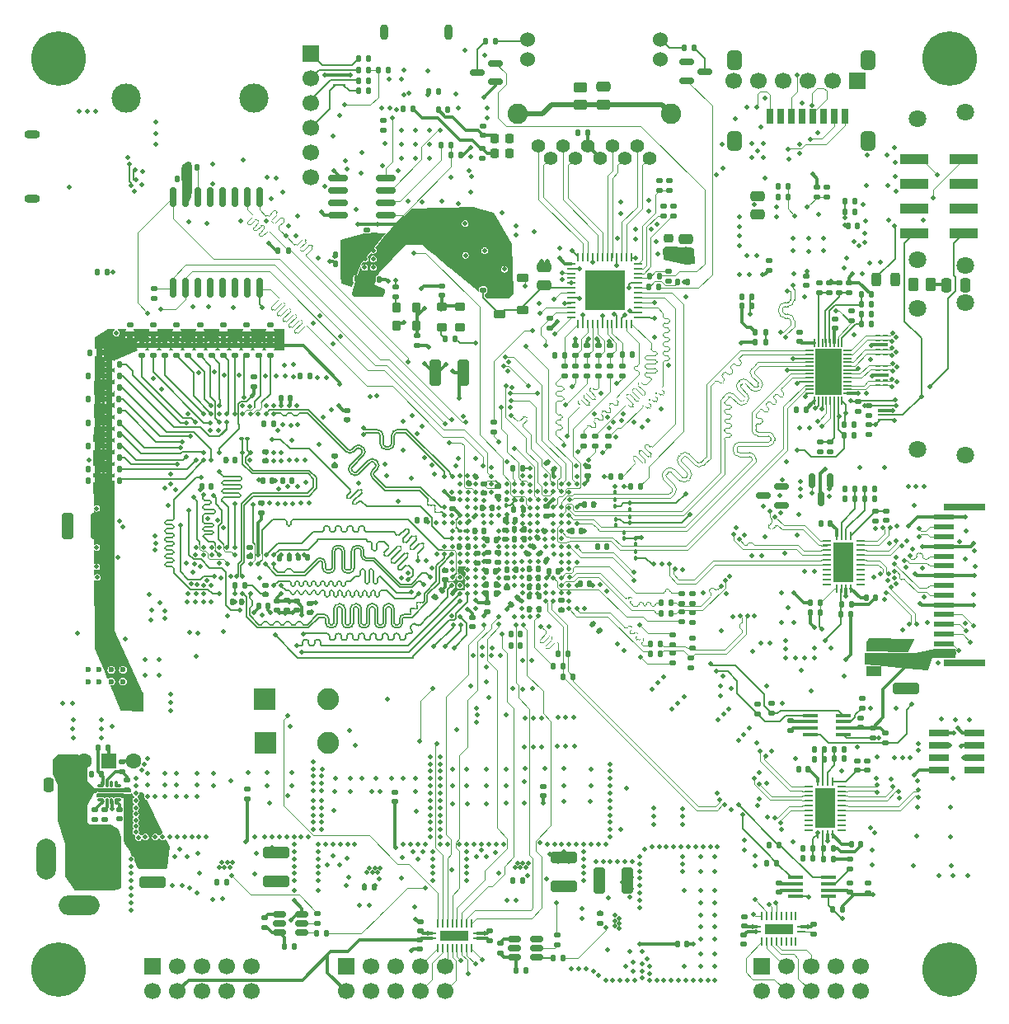
<source format=gbr>
%TF.GenerationSoftware,KiCad,Pcbnew,9.0.4*%
%TF.CreationDate,2025-11-23T15:58:38-06:00*%
%TF.ProjectId,zynq_test,7a796e71-5f74-4657-9374-2e6b69636164,rev?*%
%TF.SameCoordinates,Original*%
%TF.FileFunction,Copper,L8,Bot*%
%TF.FilePolarity,Positive*%
%FSLAX46Y46*%
G04 Gerber Fmt 4.6, Leading zero omitted, Abs format (unit mm)*
G04 Created by KiCad (PCBNEW 9.0.4) date 2025-11-23 15:58:38*
%MOMM*%
%LPD*%
G01*
G04 APERTURE LIST*
G04 Aperture macros list*
%AMRoundRect*
0 Rectangle with rounded corners*
0 $1 Rounding radius*
0 $2 $3 $4 $5 $6 $7 $8 $9 X,Y pos of 4 corners*
0 Add a 4 corners polygon primitive as box body*
4,1,4,$2,$3,$4,$5,$6,$7,$8,$9,$2,$3,0*
0 Add four circle primitives for the rounded corners*
1,1,$1+$1,$2,$3*
1,1,$1+$1,$4,$5*
1,1,$1+$1,$6,$7*
1,1,$1+$1,$8,$9*
0 Add four rect primitives between the rounded corners*
20,1,$1+$1,$2,$3,$4,$5,0*
20,1,$1+$1,$4,$5,$6,$7,0*
20,1,$1+$1,$6,$7,$8,$9,0*
20,1,$1+$1,$8,$9,$2,$3,0*%
G04 Aperture macros list end*
%TA.AperFunction,ComponentPad*%
%ADD10C,0.499999*%
%TD*%
%TA.AperFunction,ComponentPad*%
%ADD11R,1.700000X1.700000*%
%TD*%
%TA.AperFunction,ComponentPad*%
%ADD12C,1.700000*%
%TD*%
%TA.AperFunction,HeatsinkPad*%
%ADD13C,3.000000*%
%TD*%
%TA.AperFunction,ComponentPad*%
%ADD14C,5.600000*%
%TD*%
%TA.AperFunction,ComponentPad*%
%ADD15R,1.500000X1.500000*%
%TD*%
%TA.AperFunction,ComponentPad*%
%ADD16C,1.600000*%
%TD*%
%TA.AperFunction,ComponentPad*%
%ADD17R,2.250000X2.250000*%
%TD*%
%TA.AperFunction,ComponentPad*%
%ADD18C,2.250000*%
%TD*%
%TA.AperFunction,ComponentPad*%
%ADD19C,0.600000*%
%TD*%
%TA.AperFunction,ComponentPad*%
%ADD20C,1.397000*%
%TD*%
%TA.AperFunction,ComponentPad*%
%ADD21C,1.524000*%
%TD*%
%TA.AperFunction,ComponentPad*%
%ADD22C,2.082800*%
%TD*%
%TA.AperFunction,ComponentPad*%
%ADD23R,2.000000X4.600000*%
%TD*%
%TA.AperFunction,ComponentPad*%
%ADD24O,2.000000X4.200000*%
%TD*%
%TA.AperFunction,ComponentPad*%
%ADD25O,4.200000X2.000000*%
%TD*%
%TA.AperFunction,HeatsinkPad*%
%ADD26O,1.600000X0.900000*%
%TD*%
%TA.AperFunction,HeatsinkPad*%
%ADD27O,0.900000X1.600000*%
%TD*%
%TA.AperFunction,ComponentPad*%
%ADD28C,1.800000*%
%TD*%
%TA.AperFunction,SMDPad,CuDef*%
%ADD29RoundRect,0.135000X-0.135000X-0.185000X0.135000X-0.185000X0.135000X0.185000X-0.135000X0.185000X0*%
%TD*%
%TA.AperFunction,SMDPad,CuDef*%
%ADD30RoundRect,0.135000X0.135000X0.185000X-0.135000X0.185000X-0.135000X-0.185000X0.135000X-0.185000X0*%
%TD*%
%TA.AperFunction,SMDPad,CuDef*%
%ADD31RoundRect,0.100000X-0.100000X0.130000X-0.100000X-0.130000X0.100000X-0.130000X0.100000X0.130000X0*%
%TD*%
%TA.AperFunction,SMDPad,CuDef*%
%ADD32RoundRect,0.140000X-0.021213X0.219203X-0.219203X0.021213X0.021213X-0.219203X0.219203X-0.021213X0*%
%TD*%
%TA.AperFunction,SMDPad,CuDef*%
%ADD33RoundRect,0.135000X-0.185000X0.135000X-0.185000X-0.135000X0.185000X-0.135000X0.185000X0.135000X0*%
%TD*%
%TA.AperFunction,SMDPad,CuDef*%
%ADD34RoundRect,0.135000X0.185000X-0.135000X0.185000X0.135000X-0.185000X0.135000X-0.185000X-0.135000X0*%
%TD*%
%TA.AperFunction,SMDPad,CuDef*%
%ADD35RoundRect,0.140000X0.140000X0.170000X-0.140000X0.170000X-0.140000X-0.170000X0.140000X-0.170000X0*%
%TD*%
%TA.AperFunction,SMDPad,CuDef*%
%ADD36RoundRect,0.100000X0.100000X-0.130000X0.100000X0.130000X-0.100000X0.130000X-0.100000X-0.130000X0*%
%TD*%
%TA.AperFunction,SMDPad,CuDef*%
%ADD37RoundRect,0.140000X0.170000X-0.140000X0.170000X0.140000X-0.170000X0.140000X-0.170000X-0.140000X0*%
%TD*%
%TA.AperFunction,SMDPad,CuDef*%
%ADD38R,0.812800X0.254000*%
%TD*%
%TA.AperFunction,SMDPad,CuDef*%
%ADD39R,0.254000X0.812800*%
%TD*%
%TA.AperFunction,SMDPad,CuDef*%
%ADD40R,2.108200X4.089400*%
%TD*%
%TA.AperFunction,SMDPad,CuDef*%
%ADD41RoundRect,0.140000X-0.170000X0.140000X-0.170000X-0.140000X0.170000X-0.140000X0.170000X0.140000X0*%
%TD*%
%TA.AperFunction,SMDPad,CuDef*%
%ADD42RoundRect,0.250000X0.475000X-0.250000X0.475000X0.250000X-0.475000X0.250000X-0.475000X-0.250000X0*%
%TD*%
%TA.AperFunction,SMDPad,CuDef*%
%ADD43RoundRect,0.140000X-0.140000X-0.170000X0.140000X-0.170000X0.140000X0.170000X-0.140000X0.170000X0*%
%TD*%
%TA.AperFunction,SMDPad,CuDef*%
%ADD44RoundRect,0.150000X-0.150000X0.587500X-0.150000X-0.587500X0.150000X-0.587500X0.150000X0.587500X0*%
%TD*%
%TA.AperFunction,SMDPad,CuDef*%
%ADD45R,1.500000X1.000000*%
%TD*%
%TA.AperFunction,SMDPad,CuDef*%
%ADD46R,0.625000X0.250000*%
%TD*%
%TA.AperFunction,SMDPad,CuDef*%
%ADD47R,0.700000X0.450000*%
%TD*%
%TA.AperFunction,SMDPad,CuDef*%
%ADD48R,0.575000X0.450000*%
%TD*%
%TA.AperFunction,SMDPad,CuDef*%
%ADD49R,0.900000X0.240000*%
%TD*%
%TA.AperFunction,SMDPad,CuDef*%
%ADD50R,0.240000X0.900000*%
%TD*%
%TA.AperFunction,SMDPad,CuDef*%
%ADD51R,2.900000X1.000000*%
%TD*%
%TA.AperFunction,SMDPad,CuDef*%
%ADD52RoundRect,0.250000X-1.100000X0.325000X-1.100000X-0.325000X1.100000X-0.325000X1.100000X0.325000X0*%
%TD*%
%TA.AperFunction,SMDPad,CuDef*%
%ADD53RoundRect,0.150000X-0.512500X-0.150000X0.512500X-0.150000X0.512500X0.150000X-0.512500X0.150000X0*%
%TD*%
%TA.AperFunction,SMDPad,CuDef*%
%ADD54RoundRect,0.225000X-0.375000X0.225000X-0.375000X-0.225000X0.375000X-0.225000X0.375000X0.225000X0*%
%TD*%
%TA.AperFunction,SMDPad,CuDef*%
%ADD55RoundRect,0.100000X0.130000X0.100000X-0.130000X0.100000X-0.130000X-0.100000X0.130000X-0.100000X0*%
%TD*%
%TA.AperFunction,SMDPad,CuDef*%
%ADD56RoundRect,0.135000X0.365000X0.315000X-0.365000X0.315000X-0.365000X-0.315000X0.365000X-0.315000X0*%
%TD*%
%TA.AperFunction,SMDPad,CuDef*%
%ADD57R,1.600000X0.300000*%
%TD*%
%TA.AperFunction,SMDPad,CuDef*%
%ADD58RoundRect,0.250000X0.325000X1.100000X-0.325000X1.100000X-0.325000X-1.100000X0.325000X-1.100000X0*%
%TD*%
%TA.AperFunction,SMDPad,CuDef*%
%ADD59RoundRect,0.225000X0.250000X-0.225000X0.250000X0.225000X-0.250000X0.225000X-0.250000X-0.225000X0*%
%TD*%
%TA.AperFunction,SMDPad,CuDef*%
%ADD60RoundRect,0.250000X-0.325000X-1.100000X0.325000X-1.100000X0.325000X1.100000X-0.325000X1.100000X0*%
%TD*%
%TA.AperFunction,SMDPad,CuDef*%
%ADD61RoundRect,0.250000X-0.262500X-0.450000X0.262500X-0.450000X0.262500X0.450000X-0.262500X0.450000X0*%
%TD*%
%TA.AperFunction,SMDPad,CuDef*%
%ADD62RoundRect,0.140000X0.021213X-0.219203X0.219203X-0.021213X-0.021213X0.219203X-0.219203X0.021213X0*%
%TD*%
%TA.AperFunction,SMDPad,CuDef*%
%ADD63RoundRect,0.150000X-0.587500X-0.150000X0.587500X-0.150000X0.587500X0.150000X-0.587500X0.150000X0*%
%TD*%
%TA.AperFunction,SMDPad,CuDef*%
%ADD64RoundRect,0.250000X0.250000X0.475000X-0.250000X0.475000X-0.250000X-0.475000X0.250000X-0.475000X0*%
%TD*%
%TA.AperFunction,SMDPad,CuDef*%
%ADD65R,3.000000X1.000000*%
%TD*%
%TA.AperFunction,SMDPad,CuDef*%
%ADD66RoundRect,0.135000X0.315000X-0.365000X0.315000X0.365000X-0.315000X0.365000X-0.315000X-0.365000X0*%
%TD*%
%TA.AperFunction,SMDPad,CuDef*%
%ADD67RoundRect,0.225000X-0.225000X-0.250000X0.225000X-0.250000X0.225000X0.250000X-0.225000X0.250000X0*%
%TD*%
%TA.AperFunction,SMDPad,CuDef*%
%ADD68RoundRect,0.150000X-0.150000X0.875000X-0.150000X-0.875000X0.150000X-0.875000X0.150000X0.875000X0*%
%TD*%
%TA.AperFunction,SMDPad,CuDef*%
%ADD69RoundRect,0.250000X-0.475000X0.250000X-0.475000X-0.250000X0.475000X-0.250000X0.475000X0.250000X0*%
%TD*%
%TA.AperFunction,SMDPad,CuDef*%
%ADD70RoundRect,0.250000X0.450000X-0.262500X0.450000X0.262500X-0.450000X0.262500X-0.450000X-0.262500X0*%
%TD*%
%TA.AperFunction,SMDPad,CuDef*%
%ADD71RoundRect,0.100000X-0.021213X-0.162635X0.162635X0.021213X0.021213X0.162635X-0.162635X-0.021213X0*%
%TD*%
%TA.AperFunction,SMDPad,CuDef*%
%ADD72RoundRect,0.140000X-0.219203X-0.021213X-0.021213X-0.219203X0.219203X0.021213X0.021213X0.219203X0*%
%TD*%
%TA.AperFunction,SMDPad,CuDef*%
%ADD73RoundRect,0.243750X0.243750X0.456250X-0.243750X0.456250X-0.243750X-0.456250X0.243750X-0.456250X0*%
%TD*%
%TA.AperFunction,SMDPad,CuDef*%
%ADD74R,2.100000X0.750000*%
%TD*%
%TA.AperFunction,SMDPad,CuDef*%
%ADD75RoundRect,0.150000X0.825000X0.150000X-0.825000X0.150000X-0.825000X-0.150000X0.825000X-0.150000X0*%
%TD*%
%TA.AperFunction,SMDPad,CuDef*%
%ADD76R,2.000000X0.600000*%
%TD*%
%TA.AperFunction,SMDPad,CuDef*%
%ADD77R,4.200000X0.700000*%
%TD*%
%TA.AperFunction,SMDPad,CuDef*%
%ADD78RoundRect,0.062500X-0.062500X0.375000X-0.062500X-0.375000X0.062500X-0.375000X0.062500X0.375000X0*%
%TD*%
%TA.AperFunction,SMDPad,CuDef*%
%ADD79RoundRect,0.062500X-0.375000X0.062500X-0.375000X-0.062500X0.375000X-0.062500X0.375000X0.062500X0*%
%TD*%
%TA.AperFunction,HeatsinkPad*%
%ADD80R,4.100000X4.100000*%
%TD*%
%TA.AperFunction,SMDPad,CuDef*%
%ADD81RoundRect,0.150000X0.587500X0.150000X-0.587500X0.150000X-0.587500X-0.150000X0.587500X-0.150000X0*%
%TD*%
%TA.AperFunction,SMDPad,CuDef*%
%ADD82RoundRect,0.050000X-0.050000X0.362500X-0.050000X-0.362500X0.050000X-0.362500X0.050000X0.362500X0*%
%TD*%
%TA.AperFunction,SMDPad,CuDef*%
%ADD83RoundRect,0.050000X-0.362500X0.050000X-0.362500X-0.050000X0.362500X-0.050000X0.362500X0.050000X0*%
%TD*%
%TA.AperFunction,HeatsinkPad*%
%ADD84R,2.700000X4.700000*%
%TD*%
%TA.AperFunction,SMDPad,CuDef*%
%ADD85RoundRect,0.140000X0.219203X0.021213X0.021213X0.219203X-0.219203X-0.021213X-0.021213X-0.219203X0*%
%TD*%
%TA.AperFunction,SMDPad,CuDef*%
%ADD86RoundRect,0.025000X-0.100000X0.275000X-0.100000X-0.275000X0.100000X-0.275000X0.100000X0.275000X0*%
%TD*%
%TA.AperFunction,SMDPad,CuDef*%
%ADD87RoundRect,0.025000X0.275000X0.100000X-0.275000X0.100000X-0.275000X-0.100000X0.275000X-0.100000X0*%
%TD*%
%TA.AperFunction,SMDPad,CuDef*%
%ADD88RoundRect,0.030000X1.170000X0.120000X-1.170000X0.120000X-1.170000X-0.120000X1.170000X-0.120000X0*%
%TD*%
%TA.AperFunction,SMDPad,CuDef*%
%ADD89RoundRect,0.025000X-0.275000X-0.100000X0.275000X-0.100000X0.275000X0.100000X-0.275000X0.100000X0*%
%TD*%
%TA.AperFunction,SMDPad,CuDef*%
%ADD90R,0.800000X1.500000*%
%TD*%
%TA.AperFunction,SMDPad,CuDef*%
%ADD91RoundRect,0.362500X-0.362500X-0.637500X0.362500X-0.637500X0.362500X0.637500X-0.362500X0.637500X0*%
%TD*%
%TA.AperFunction,ViaPad*%
%ADD92C,0.480000*%
%TD*%
%TA.AperFunction,Conductor*%
%ADD93C,0.300000*%
%TD*%
%TA.AperFunction,Conductor*%
%ADD94C,0.118400*%
%TD*%
%TA.AperFunction,Conductor*%
%ADD95C,0.110500*%
%TD*%
%TA.AperFunction,Conductor*%
%ADD96C,0.130000*%
%TD*%
%TA.AperFunction,Conductor*%
%ADD97C,0.112300*%
%TD*%
%TA.AperFunction,Conductor*%
%ADD98C,0.200000*%
%TD*%
%TA.AperFunction,Conductor*%
%ADD99C,0.184400*%
%TD*%
%TA.AperFunction,Conductor*%
%ADD100C,0.113030*%
%TD*%
%TA.AperFunction,Conductor*%
%ADD101C,0.148800*%
%TD*%
%TA.AperFunction,Conductor*%
%ADD102C,0.100000*%
%TD*%
%TA.AperFunction,Conductor*%
%ADD103C,0.150000*%
%TD*%
%TA.AperFunction,Conductor*%
%ADD104C,0.135900*%
%TD*%
%TA.AperFunction,Conductor*%
%ADD105C,0.500000*%
%TD*%
G04 APERTURE END LIST*
D10*
%TO.P,U1403,21,DAP*%
%TO.N,GND*%
X139210001Y-126800000D03*
X139210001Y-127350001D03*
X139210001Y-127900000D03*
X139660000Y-127075001D03*
X139660000Y-127625002D03*
X139660000Y-128175001D03*
%TD*%
D11*
%TO.P,J1302,1,Pin_1*%
%TO.N,GND*%
X154280000Y-132060000D03*
D12*
%TO.P,J1302,2,Pin_2*%
%TO.N,+5V*%
X154280000Y-134600000D03*
%TO.P,J1302,3,Pin_3*%
%TO.N,/GPIO/GPIO0.OUT.15*%
X156820000Y-132060000D03*
%TO.P,J1302,4,Pin_4*%
%TO.N,/GPIO/GPIO0.OUT.21*%
X156820000Y-134600000D03*
%TO.P,J1302,5,Pin_5*%
%TO.N,/GPIO/GPIO2.OUT.6*%
X159360000Y-132060000D03*
%TO.P,J1302,6,Pin_6*%
%TO.N,/GPIO/GPIO1.OUT.9*%
X159360000Y-134600000D03*
%TO.P,J1302,7,Pin_7*%
%TO.N,unconnected-(J1302-Pin_7-Pad7)*%
X161900000Y-132060000D03*
%TO.P,J1302,8,Pin_8*%
%TO.N,unconnected-(J1302-Pin_8-Pad8)*%
X161900000Y-134600000D03*
%TO.P,J1302,9,Pin_9*%
%TO.N,unconnected-(J1302-Pin_9-Pad9)*%
X164440000Y-132060000D03*
%TO.P,J1302,10,Pin_10*%
%TO.N,unconnected-(J1302-Pin_10-Pad10)*%
X164440000Y-134600000D03*
%TD*%
D13*
%TO.P,J1001,5,Shield*%
%TO.N,GND*%
X102120000Y-42840000D03*
X88980000Y-42840000D03*
%TD*%
D14*
%TO.P,H101,1,1*%
%TO.N,GND*%
X82060000Y-38820000D03*
%TD*%
D11*
%TO.P,J701,1,Pin_1*%
%TO.N,/Programmer/JTAG.Z.TMS.C*%
X107970000Y-38280000D03*
D12*
%TO.P,J701,2,Pin_2*%
%TO.N,/Programmer/JTAG.Z.TDI.C*%
X107970000Y-40820000D03*
%TO.P,J701,3,Pin_3*%
%TO.N,/Programmer/JTAG.Z.TDO.C*%
X107970000Y-43360000D03*
%TO.P,J701,4,Pin_4*%
%TO.N,/Programmer/JTAG.Z.CLK.C*%
X107970000Y-45900000D03*
%TO.P,J701,5,Pin_5*%
%TO.N,GND*%
X107970000Y-48440000D03*
%TO.P,J701,6,Pin_6*%
%TO.N,+3V3*%
X107970000Y-50980000D03*
%TD*%
D15*
%TO.P,SW1401,1,C*%
%TO.N,Net-(SW1401-C)*%
X87240000Y-110920000D03*
D16*
%TO.P,SW1401,2,B*%
%TO.N,/Power/V_{in}*%
X84700000Y-110920000D03*
%TO.P,SW1401,3,A*%
%TO.N,GND*%
X89780000Y-110920000D03*
%TD*%
D14*
%TO.P,H104,1,1*%
%TO.N,GND*%
X173600000Y-132400000D03*
%TD*%
D17*
%TO.P,SW602,1,1*%
%TO.N,GND*%
X103230000Y-104570000D03*
D18*
%TO.P,SW602,2,2*%
%TO.N,/Zynq PWR+JTAG/PROG*%
X109730000Y-104570000D03*
%TD*%
D10*
%TO.P,U1401,21,DAP*%
%TO.N,GND*%
X128939999Y-121899999D03*
X129490000Y-121899999D03*
X130039999Y-121899999D03*
X129215000Y-121450000D03*
X129765001Y-121450000D03*
X130315000Y-121450000D03*
%TD*%
%TO.P,U1405,21,DAP*%
%TO.N,GND*%
X98560000Y-121830000D03*
X99110001Y-121830000D03*
X99660000Y-121830000D03*
X98835001Y-121380001D03*
X99385002Y-121380001D03*
X99935001Y-121380001D03*
%TD*%
D17*
%TO.P,SW601,1,1*%
%TO.N,GND*%
X103290000Y-109050000D03*
D18*
%TO.P,SW601,2,2*%
%TO.N,/Zynq PWR+JTAG/PS_RST*%
X109790000Y-109050000D03*
%TD*%
D14*
%TO.P,H103,1,1*%
%TO.N,GND*%
X82060000Y-132400000D03*
%TD*%
D19*
%TO.P,U501,9,GND*%
%TO.N,GND*%
X88680000Y-101580000D03*
X87480000Y-101580000D03*
X86180000Y-101580000D03*
X85080000Y-101580000D03*
X88680000Y-102780000D03*
X87480000Y-102780000D03*
X86180000Y-102780000D03*
X85080000Y-102780000D03*
%TD*%
D11*
%TO.P,J1402,1,Pin_1*%
%TO.N,GND*%
X91750000Y-132060000D03*
D12*
%TO.P,J1402,2,Pin_2*%
%TO.N,+5V*%
X91750000Y-134600000D03*
%TO.P,J1402,3,Pin_3*%
%TO.N,/Power/3V3_sense*%
X94290000Y-132060000D03*
%TO.P,J1402,4,Pin_4*%
%TO.N,+3V3*%
X94290000Y-134600000D03*
%TO.P,J1402,5,Pin_5*%
%TO.N,/Power/1V35_sense*%
X96830000Y-132060000D03*
%TO.P,J1402,6,Pin_6*%
%TO.N,+1V35*%
X96830000Y-134600000D03*
%TO.P,J1402,7,Pin_7*%
%TO.N,/Power/1V0_sense*%
X99370000Y-132060000D03*
%TO.P,J1402,8,Pin_8*%
%TO.N,+1V0*%
X99370000Y-134600000D03*
%TO.P,J1402,9,Pin_9*%
%TO.N,/Power/1V8_sense*%
X101910000Y-132060000D03*
%TO.P,J1402,10,Pin_10*%
%TO.N,+1V8*%
X101910000Y-134600000D03*
%TD*%
D20*
%TO.P,J1101,1,TRD1+*%
%TO.N,/ETHERNET/ETH_TX1_P*%
X131348400Y-47742801D03*
%TO.P,J1101,2,TRD1-*%
%TO.N,/ETHERNET/ETH_TX1_N*%
X132618400Y-49012801D03*
%TO.P,J1101,3,TRD2+*%
%TO.N,/ETHERNET/ETH_TX2_P*%
X133888400Y-47742801D03*
%TO.P,J1101,4,TRD2-*%
%TO.N,/ETHERNET/ETH_TX2_N*%
X135158400Y-49012801D03*
%TO.P,J1101,5,TRCT1*%
%TO.N,Net-(J1101-TRCT1)*%
X136428400Y-47742801D03*
%TO.P,J1101,6,TRCT2*%
X137698400Y-49012801D03*
%TO.P,J1101,7,TRD3+*%
%TO.N,/ETHERNET/ETH_TX3_P*%
X138968400Y-47742801D03*
%TO.P,J1101,8,TRD3-*%
%TO.N,/ETHERNET/ETH_TX3_N*%
X140238400Y-49012801D03*
%TO.P,J1101,9,TRD4+*%
%TO.N,/ETHERNET/ETH_TX4_P*%
X141508400Y-47742801D03*
%TO.P,J1101,10,TRD4-*%
%TO.N,/ETHERNET/ETH_TX4_N*%
X142778400Y-49012801D03*
D21*
%TO.P,J1101,11,L_LED_A*%
%TO.N,+3V3*%
X143857900Y-38852801D03*
%TO.P,J1101,12,L_LED_C*%
%TO.N,/ETHERNET/LED1*%
X143857900Y-36820801D03*
%TO.P,J1101,13,R_LED_A*%
%TO.N,+3V3*%
X130268900Y-38852801D03*
%TO.P,J1101,14,R_LED_C*%
%TO.N,/ETHERNET/LED2*%
X130268900Y-36820801D03*
D22*
%TO.P,J1101,17,Sh*%
%TO.N,Net-(C1122-Pad1)*%
X144937400Y-44440801D03*
%TO.P,J1101,18,Sh*%
X129189400Y-44440801D03*
%TD*%
D23*
%TO.P,J1401,1*%
%TO.N,/Power/V_{in}*%
X87070000Y-120990000D03*
D24*
%TO.P,J1401,2*%
%TO.N,GND*%
X80770000Y-120990000D03*
D25*
%TO.P,J1401,3*%
X84170000Y-125790000D03*
%TD*%
D14*
%TO.P,H102,1,1*%
%TO.N,GND*%
X173600000Y-38820000D03*
%TD*%
D11*
%TO.P,J1303,1,Pin_1*%
%TO.N,+3V3*%
X164130000Y-41100000D03*
D12*
%TO.P,J1303,2,Pin_2*%
%TO.N,+1V8*%
X161590000Y-41100000D03*
%TO.P,J1303,3,Pin_3*%
%TO.N,GND*%
X159050000Y-41100000D03*
%TO.P,J1303,4,Pin_4*%
%TO.N,/GPIO/MIO1.49*%
X156510000Y-41100000D03*
%TO.P,J1303,5,Pin_5*%
%TO.N,/GPIO/MIO1.50*%
X153970000Y-41100000D03*
%TO.P,J1303,6,Pin_6*%
%TO.N,/GPIO/MIO1.48*%
X151430000Y-41100000D03*
%TD*%
D26*
%TO.P,J1002,6,Shield*%
%TO.N,unconnected-(J1002-Shield-Pad6)_2*%
X79325000Y-46580000D03*
%TO.N,unconnected-(J1002-Shield-Pad6)_1*%
X79325000Y-53180000D03*
%TD*%
D11*
%TO.P,J1301,1,Pin_1*%
%TO.N,GND*%
X111600000Y-132060000D03*
D12*
%TO.P,J1301,2,Pin_2*%
%TO.N,+3V3*%
X111600000Y-134600000D03*
%TO.P,J1301,3,Pin_3*%
%TO.N,/GPIO/GPIO0.OUT.16*%
X114140000Y-132060000D03*
%TO.P,J1301,4,Pin_4*%
%TO.N,/GPIO/GPIO0.OUT.8*%
X114140000Y-134600000D03*
%TO.P,J1301,5,Pin_5*%
%TO.N,/GPIO/GPIO0.OUT.7*%
X116680000Y-132060000D03*
%TO.P,J1301,6,Pin_6*%
%TO.N,/GPIO/GPIO0.OUT.19*%
X116680000Y-134600000D03*
%TO.P,J1301,7,Pin_7*%
%TO.N,/GPIO/GPIO0.OUT.23*%
X119220000Y-132060000D03*
%TO.P,J1301,8,Pin_8*%
%TO.N,/GPIO/GPIO0.OUT.11*%
X119220000Y-134600000D03*
%TO.P,J1301,9,Pin_9*%
%TO.N,/GPIO/GPIO0.OUT.5*%
X121760000Y-132060000D03*
%TO.P,J1301,10,Pin_10*%
%TO.N,/GPIO/GPIO0.OUT.6*%
X121760000Y-134600000D03*
%TD*%
D27*
%TO.P,J702,6,Shield*%
%TO.N,unconnected-(J702-Shield-Pad6)_4*%
X122130000Y-36115000D03*
%TO.N,unconnected-(J702-Shield-Pad6)_5*%
X115530000Y-36115000D03*
%TD*%
D28*
%TO.P,J801,SH,SH*%
%TO.N,/HDMI/HDMI_SHIELD*%
X175210000Y-79550000D03*
X170310000Y-78950000D03*
X170310000Y-64450000D03*
X175210000Y-63850000D03*
%TD*%
D10*
%TO.P,U1402,21,DAP*%
%TO.N,GND*%
X113735001Y-122369999D03*
X114285002Y-122369999D03*
X114835001Y-122369999D03*
X114010002Y-121920000D03*
X114560003Y-121920000D03*
X115110002Y-121920000D03*
%TD*%
D28*
%TO.P,J802,SH,SH*%
%TO.N,/HDMI/HDMI_SHIELD*%
X175210000Y-60050000D03*
X170310000Y-59450000D03*
X170310000Y-44950000D03*
X175210000Y-44350000D03*
%TD*%
D29*
%TO.P,R815,1*%
%TO.N,+3V3*%
X155980000Y-53000000D03*
%TO.P,R815,2*%
%TO.N,/HDMI/TX_SWG*%
X157000000Y-53000000D03*
%TD*%
D30*
%TO.P,R1418,1*%
%TO.N,/Power/Vcc1V*%
X99360000Y-123375000D03*
%TO.P,R1418,2*%
%TO.N,/Power/PG_3V3*%
X98340000Y-123375000D03*
%TD*%
D31*
%TO.P,R847,1*%
%TO.N,+3V3*%
X141330000Y-88070000D03*
%TO.P,R847,2*%
%TO.N,/HDMI/HDMI.RX.CLK_P*%
X141330000Y-88710000D03*
%TD*%
D32*
%TO.P,C203,1*%
%TO.N,+3V3*%
X124889411Y-81720589D03*
%TO.P,C203,2*%
%TO.N,GND*%
X124210589Y-82399411D03*
%TD*%
D33*
%TO.P,R423,1*%
%TO.N,+V_{TT} 0V675*%
X94200000Y-68290000D03*
%TO.P,R423,2*%
%TO.N,/Zynq Dram/DDR_ADDR5*%
X94200000Y-69310000D03*
%TD*%
%TO.P,R417,1*%
%TO.N,+V_{TT} 0V675*%
X95400000Y-68290000D03*
%TO.P,R417,2*%
%TO.N,/Zynq Dram/DDR_ADDR3*%
X95400000Y-69310000D03*
%TD*%
D34*
%TO.P,R1124,1*%
%TO.N,/ETHERNET/ADDR2*%
X145270000Y-54970000D03*
%TO.P,R1124,2*%
%TO.N,GND*%
X145270000Y-53950000D03*
%TD*%
D35*
%TO.P,C526,1*%
%TO.N,+1V35*%
X107630000Y-90040000D03*
%TO.P,C526,2*%
%TO.N,GND*%
X106670000Y-90040000D03*
%TD*%
D30*
%TO.P,R1510,1*%
%TO.N,+1V8*%
X163470000Y-95860000D03*
%TO.P,R1510,2*%
%TO.N,/Cameras/RX0.CTR.SCL*%
X162450000Y-95860000D03*
%TD*%
D36*
%TO.P,R844,1*%
%TO.N,+3V3*%
X140760000Y-86510000D03*
%TO.P,R844,2*%
%TO.N,/HDMI/HDMI.RX.D1_N*%
X140760000Y-85870000D03*
%TD*%
D37*
%TO.P,C1454,1*%
%TO.N,/Power/1V35_sense*%
X116620000Y-115130000D03*
%TO.P,C1454,2*%
%TO.N,+1V35*%
X116620000Y-114170000D03*
%TD*%
D38*
%TO.P,U1602,1,DA0P*%
%TO.N,/Cameras/RX1/CAM_RX.OUT.CAM_D0_P*%
X162481800Y-113539433D03*
%TO.P,U1602,2,DA0N*%
%TO.N,/Cameras/RX1/CAM_RX.OUT.CAM_D0_N*%
X162481800Y-114039559D03*
%TO.P,U1602,3,DA1P*%
%TO.N,/Cameras/RX1/CAM_RX.OUT.CAM_D1_P*%
X162481800Y-114539685D03*
%TO.P,U1602,4,DA1N*%
%TO.N,/Cameras/RX1/CAM_RX.OUT.CAM_D1_N*%
X162481800Y-115039811D03*
%TO.P,U1602,5,DACP*%
%TO.N,/Cameras/RX1/CAM_RX.OUT.CAM_CLK_P*%
X162481800Y-115539937D03*
%TO.P,U1602,6,DACN*%
%TO.N,/Cameras/RX1/CAM_RX.OUT.CAM_CLK_N*%
X162481800Y-116040063D03*
%TO.P,U1602,7,DA2P*%
%TO.N,unconnected-(U1602-DA2P-Pad7)*%
X162481800Y-116540189D03*
%TO.P,U1602,8,DA2N*%
%TO.N,unconnected-(U1602-DA2N-Pad8)*%
X162481800Y-117040315D03*
%TO.P,U1602,9,DA3P*%
%TO.N,unconnected-(U1602-DA3P-Pad9)*%
X162481800Y-117540441D03*
%TO.P,U1602,10,DA3N*%
%TO.N,unconnected-(U1602-DA3N-Pad10)*%
X162481800Y-118040567D03*
D39*
%TO.P,U1602,11,VCC*%
%TO.N,+1V8*%
X161530189Y-118482400D03*
%TO.P,U1602,12,VREG_OUT*%
%TO.N,Net-(U1602-VDD)*%
X161030063Y-118482400D03*
%TO.P,U1602,13,EQ/SCL*%
%TO.N,/Cameras/RX1.CTR.SCL*%
X160529937Y-118482400D03*
%TO.P,U1602,14,ERC/SDA*%
%TO.N,/Cameras/RX1.CTR.SDA*%
X160029811Y-118482400D03*
D38*
%TO.P,U1602,15,DB3N*%
%TO.N,unconnected-(U1602-DB3N-Pad15)*%
X159078200Y-118040567D03*
%TO.P,U1602,16,DB3P*%
%TO.N,unconnected-(U1602-DB3P-Pad16)*%
X159078200Y-117540441D03*
%TO.P,U1602,17,DB2N*%
%TO.N,unconnected-(U1602-DB2N-Pad17)*%
X159078200Y-117040315D03*
%TO.P,U1602,18,DB2P*%
%TO.N,unconnected-(U1602-DB2P-Pad18)*%
X159078200Y-116540189D03*
%TO.P,U1602,19,DBCN*%
%TO.N,/Cameras/CAM_RX.1.CAM_CLK_N*%
X159078200Y-116040063D03*
%TO.P,U1602,20,DBCP*%
%TO.N,/Cameras/CAM_RX.1.CAM_CLK_P*%
X159078200Y-115539937D03*
%TO.P,U1602,21,DB1N*%
%TO.N,/Cameras/CAM_RX.1.CAM_D1_N*%
X159078200Y-115039811D03*
%TO.P,U1602,22,DB1P*%
%TO.N,/Cameras/CAM_RX.1.CAM_D1_P*%
X159078200Y-114539685D03*
%TO.P,U1602,23,DB0N*%
%TO.N,/Cameras/CAM_RX.1.CAM_D0_N*%
X159078200Y-114039559D03*
%TO.P,U1602,24,DB0P*%
%TO.N,/Cameras/CAM_RX.1.CAM_D0_P*%
X159078200Y-113539433D03*
D39*
%TO.P,U1602,25,VDD*%
%TO.N,Net-(U1602-VDD)*%
X160029811Y-113097600D03*
%TO.P,U1602,26,PRE_CFG1*%
%TO.N,Net-(U1602-PRE_CFG1)*%
X160529937Y-113097600D03*
%TO.P,U1602,27,VSADJ_CFG0*%
%TO.N,Net-(U1602-VSADJ_CFG0)*%
X161030063Y-113097600D03*
%TO.P,U1602,28,RSTN*%
%TO.N,Net-(U1602-RSTN)*%
X161530189Y-113097600D03*
D40*
%TO.P,U1602,29,GND*%
%TO.N,GND*%
X160780000Y-115790000D03*
%TD*%
D41*
%TO.P,C206,1*%
%TO.N,+1V8*%
X132150000Y-84800000D03*
%TO.P,C206,2*%
%TO.N,GND*%
X132150000Y-85760000D03*
%TD*%
D42*
%TO.P,C1103,1*%
%TO.N,/ETHERNET/ETH_RST*%
X131910000Y-62120000D03*
%TO.P,C1103,2*%
%TO.N,GND*%
X131910000Y-60220000D03*
%TD*%
D43*
%TO.P,C306,1*%
%TO.N,+1V8*%
X128530000Y-99130000D03*
%TO.P,C306,2*%
%TO.N,GND*%
X129490000Y-99130000D03*
%TD*%
D37*
%TO.P,C415,1*%
%TO.N,+V_{TT} 0V675*%
X94200000Y-67080000D03*
%TO.P,C415,2*%
%TO.N,GND*%
X94200000Y-66120000D03*
%TD*%
D35*
%TO.P,C416,1*%
%TO.N,+V_{TT} 0V675*%
X86080000Y-81000000D03*
%TO.P,C416,2*%
%TO.N,GND*%
X85120000Y-81000000D03*
%TD*%
D34*
%TO.P,R1708,1*%
%TO.N,/Cameras/CAM_TX.2.LN_1_P*%
X145140000Y-100860000D03*
%TO.P,R1708,2*%
%TO.N,/Cameras/TX2/CAM_TX.1_P*%
X145140000Y-99840000D03*
%TD*%
D37*
%TO.P,C806,1*%
%TO.N,+3V3*%
X161850000Y-66490000D03*
%TO.P,C806,2*%
%TO.N,GND*%
X161850000Y-65530000D03*
%TD*%
D43*
%TO.P,C321,1*%
%TO.N,+1V8*%
X132430000Y-91450000D03*
%TO.P,C321,2*%
%TO.N,GND*%
X133390000Y-91450000D03*
%TD*%
D33*
%TO.P,R1103,1*%
%TO.N,/ETHERNET/ETH0.RXD-1.L*%
X137550000Y-70400000D03*
%TO.P,R1103,2*%
%TO.N,/ETHERNET/ETH0.RXD-1*%
X137550000Y-71420000D03*
%TD*%
D44*
%TO.P,Q1301,1,G*%
%TO.N,/GPIO/GPIO2.5*%
X159450000Y-82172500D03*
%TO.P,Q1301,2,S*%
%TO.N,GND*%
X161350000Y-82172500D03*
%TO.P,Q1301,3,D*%
%TO.N,Net-(Q1301-D)*%
X160400000Y-84047500D03*
%TD*%
D45*
%TO.P,JP1501,1,A*%
%TO.N,+1V8*%
X165800000Y-101750000D03*
%TO.P,JP1501,2,C*%
%TO.N,/Cameras/RX0/CAM_PWR*%
X165800000Y-100450000D03*
%TO.P,JP1501,3,B*%
%TO.N,+3V3*%
X165800000Y-99150000D03*
%TD*%
D34*
%TO.P,R1406,1*%
%TO.N,/Power/V_{in}*%
X89130000Y-113950000D03*
%TO.P,R1406,2*%
%TO.N,Net-(U1404-OVLO)*%
X89130000Y-112930000D03*
%TD*%
D43*
%TO.P,C1503,1*%
%TO.N,+1V8*%
X165010000Y-94210000D03*
%TO.P,C1503,2*%
%TO.N,GND*%
X165970000Y-94210000D03*
%TD*%
D33*
%TO.P,R1519,1*%
%TO.N,/Cameras/RX0/CAM_PWR*%
X165690000Y-107520000D03*
%TO.P,R1519,2*%
%TO.N,/Cameras/RX0/RX.SCL*%
X165690000Y-108540000D03*
%TD*%
D43*
%TO.P,C1002,1*%
%TO.N,+3V3*%
X110550000Y-58920000D03*
%TO.P,C1002,2*%
%TO.N,GND*%
X111510000Y-58920000D03*
%TD*%
D35*
%TO.P,C404,1*%
%TO.N,+V_{TT} 0V675*%
X86280000Y-69000000D03*
%TO.P,C404,2*%
%TO.N,GND*%
X85320000Y-69000000D03*
%TD*%
D46*
%TO.P,U801,1,IO_{1}*%
%TO.N,Net-(J801-HPD)*%
X166495000Y-75920000D03*
%TO.P,U801,2,IO_{2}*%
%TO.N,/HDMI/RX_UTIL*%
X166495000Y-75420000D03*
D47*
%TO.P,U801,3,GND*%
%TO.N,GND*%
X166532500Y-74920000D03*
D46*
%TO.P,U801,4,IO_{3}*%
%TO.N,Net-(J801-SDA)*%
X166495000Y-74420000D03*
%TO.P,U801,5,IO_{4}*%
%TO.N,Net-(J801-SCL)*%
X166495000Y-73920000D03*
%TO.P,U801,6,N/C*%
X167270000Y-73920000D03*
%TO.P,U801,7,N/C*%
%TO.N,Net-(J801-SDA)*%
X167270000Y-74420000D03*
D48*
%TO.P,U801,8,GND*%
%TO.N,GND*%
X167295000Y-74920000D03*
D46*
%TO.P,U801,9,N/C*%
%TO.N,/HDMI/RX_UTIL*%
X167270000Y-75420000D03*
%TO.P,U801,10,N/C*%
%TO.N,Net-(J801-HPD)*%
X167270000Y-75920000D03*
%TD*%
D43*
%TO.P,C614,1*%
%TO.N,+1V0*%
X128910000Y-87190000D03*
%TO.P,C614,2*%
%TO.N,GND*%
X129870000Y-87190000D03*
%TD*%
D35*
%TO.P,C615,1*%
%TO.N,+1V8*%
X126580000Y-84960000D03*
%TO.P,C615,2*%
%TO.N,GND*%
X125620000Y-84960000D03*
%TD*%
D49*
%TO.P,U1302,1,VCCA*%
%TO.N,+1V8*%
X153750000Y-127950000D03*
D50*
%TO.P,U1302,2,A0*%
%TO.N,/GPIO/GPIO0.21*%
X154300000Y-126900000D03*
%TO.P,U1302,3,A1*%
%TO.N,/GPIO/GPIO0.15*%
X154800000Y-126900000D03*
%TO.P,U1302,4,A2*%
%TO.N,/GPIO/GPIO1.9*%
X155300000Y-126900000D03*
%TO.P,U1302,5,A3*%
%TO.N,/GPIO/GPIO2.6*%
X155800000Y-126900000D03*
%TO.P,U1302,6,A4*%
%TO.N,unconnected-(U1302-A4-Pad6)*%
X156300000Y-126900000D03*
%TO.P,U1302,7,A5*%
%TO.N,unconnected-(U1302-A5-Pad7)*%
X156800000Y-126900000D03*
%TO.P,U1302,8,A6*%
%TO.N,unconnected-(U1302-A6-Pad8)*%
X157300000Y-126900000D03*
%TO.P,U1302,9,A7*%
%TO.N,unconnected-(U1302-A7-Pad9)*%
X157800000Y-126900000D03*
D49*
%TO.P,U1302,10,GND*%
%TO.N,GND*%
X158350000Y-127950000D03*
%TO.P,U1302,11,~{OE}*%
%TO.N,Net-(U1302-~{OE})*%
X158350000Y-128450000D03*
D50*
%TO.P,U1302,12,B7*%
%TO.N,unconnected-(U1302-B7-Pad12)*%
X157800000Y-129500000D03*
%TO.P,U1302,13,B6*%
%TO.N,unconnected-(U1302-B6-Pad13)*%
X157300000Y-129500000D03*
%TO.P,U1302,14,B5*%
%TO.N,unconnected-(U1302-B5-Pad14)*%
X156800000Y-129500000D03*
%TO.P,U1302,15,B4*%
%TO.N,unconnected-(U1302-B4-Pad15)*%
X156300000Y-129500000D03*
%TO.P,U1302,16,B3*%
%TO.N,/GPIO/GPIO2.OUT.6*%
X155800000Y-129500000D03*
%TO.P,U1302,17,B2*%
%TO.N,/GPIO/GPIO1.OUT.9*%
X155300000Y-129500000D03*
%TO.P,U1302,18,B1*%
%TO.N,/GPIO/GPIO0.OUT.15*%
X154800000Y-129500000D03*
%TO.P,U1302,19,B0*%
%TO.N,/GPIO/GPIO0.OUT.21*%
X154300000Y-129500000D03*
D49*
%TO.P,U1302,20,VCCB*%
%TO.N,+5V*%
X153750000Y-128450000D03*
D51*
%TO.P,U1302,21,NC*%
%TO.N,unconnected-(U1302-NC-Pad21)*%
X156050000Y-128200000D03*
%TD*%
D33*
%TO.P,R424,1*%
%TO.N,+V_{TT} 0V675*%
X97800000Y-68290000D03*
%TO.P,R424,2*%
%TO.N,/Zynq Dram/DDR_CTR.BA0*%
X97800000Y-69310000D03*
%TD*%
%TO.P,R1126,1*%
%TO.N,/ETHERNET/ADDR1*%
X144720000Y-60620000D03*
%TO.P,R1126,2*%
%TO.N,GND*%
X144720000Y-61640000D03*
%TD*%
D29*
%TO.P,R1611,1*%
%TO.N,/Cameras/RX1.CTR.SCL*%
X160670000Y-119920000D03*
%TO.P,R1611,2*%
%TO.N,GND*%
X161690000Y-119920000D03*
%TD*%
%TO.P,R427,1*%
%TO.N,+V_{TT} 0V675*%
X87290000Y-81000000D03*
%TO.P,R427,2*%
%TO.N,/Zynq Dram/DDR_ADDR6*%
X88310000Y-81000000D03*
%TD*%
D37*
%TO.P,C510,1*%
%TO.N,+1V35*%
X104530000Y-95470000D03*
%TO.P,C510,2*%
%TO.N,GND*%
X104530000Y-94510000D03*
%TD*%
D52*
%TO.P,C1429,1*%
%TO.N,+5V*%
X104400000Y-120325000D03*
%TO.P,C1429,2*%
%TO.N,GND*%
X104400000Y-123275000D03*
%TD*%
D29*
%TO.P,R1621,1*%
%TO.N,+1V8*%
X159730000Y-110770000D03*
%TO.P,R1621,2*%
%TO.N,Net-(U1602-PRE_CFG1)*%
X160750000Y-110770000D03*
%TD*%
D53*
%TO.P,U1407,1,Vin*%
%TO.N,+5V*%
X128900000Y-131100000D03*
%TO.P,U1407,2,GND*%
%TO.N,GND*%
X128900000Y-130150000D03*
%TO.P,U1407,3,SET*%
%TO.N,Net-(U1407-SET)*%
X128900000Y-129200000D03*
%TO.P,U1407,4,MOD*%
%TO.N,GND*%
X131175000Y-129200000D03*
%TO.P,U1407,5,OUT2*%
%TO.N,Net-(U1407-OUT2)*%
X131175000Y-130150000D03*
%TO.P,U1407,6,OUT1*%
%TO.N,Net-(U1407-OUT1)*%
X131175000Y-131100000D03*
%TD*%
D33*
%TO.P,R413,1*%
%TO.N,+V_{TT} 0V675*%
X100200000Y-68290000D03*
%TO.P,R413,2*%
%TO.N,/Zynq Dram/DDR_CTR.CS*%
X100200000Y-69310000D03*
%TD*%
D43*
%TO.P,C616,1*%
%TO.N,+1V0*%
X126080000Y-88220000D03*
%TO.P,C616,2*%
%TO.N,GND*%
X127040000Y-88220000D03*
%TD*%
%TO.P,C624,1*%
%TO.N,+1V35*%
X123190000Y-88890000D03*
%TO.P,C624,2*%
%TO.N,GND*%
X124150000Y-88890000D03*
%TD*%
D41*
%TO.P,C622,1*%
%TO.N,+1V35*%
X122560000Y-84050000D03*
%TO.P,C622,2*%
%TO.N,GND*%
X122560000Y-85010000D03*
%TD*%
D54*
%TO.P,D1101,1,K*%
%TO.N,/Zynq FPGA/ETH0_RST*%
X129760000Y-61330000D03*
%TO.P,D1101,2,A*%
%TO.N,/ETHERNET/ETH_RST*%
X129760000Y-64630000D03*
%TD*%
D33*
%TO.P,R1104,1*%
%TO.N,/ETHERNET/ETH0.RXD-2.L*%
X138750000Y-70400000D03*
%TO.P,R1104,2*%
%TO.N,/ETHERNET/ETH0.RXD-2*%
X138750000Y-71420000D03*
%TD*%
D34*
%TO.P,R1714,1*%
%TO.N,GND*%
X147180000Y-96700000D03*
%TO.P,R1714,2*%
%TO.N,/Cameras/TX2/CAM_TX.0_P*%
X147180000Y-95680000D03*
%TD*%
%TO.P,R1111,1*%
%TO.N,/ETHERNET/ETH0.RXD-2.L*%
X138750000Y-69320000D03*
%TO.P,R1111,2*%
%TO.N,GND*%
X138750000Y-68300000D03*
%TD*%
%TO.P,R1716,1*%
%TO.N,GND*%
X147020000Y-101360000D03*
%TO.P,R1716,2*%
%TO.N,/Cameras/TX2/CAM_TX.1_P*%
X147020000Y-100340000D03*
%TD*%
D30*
%TO.P,R1619,1*%
%TO.N,/Cameras/RX1/CAM_PWR*%
X162610000Y-126220000D03*
%TO.P,R1619,2*%
%TO.N,/Cameras/RX1/RX.SCL*%
X161590000Y-126220000D03*
%TD*%
D41*
%TO.P,C611,1*%
%TO.N,+1V0*%
X126190000Y-89530000D03*
%TO.P,C611,2*%
%TO.N,GND*%
X126190000Y-90490000D03*
%TD*%
D35*
%TO.P,C609,1*%
%TO.N,+1V0*%
X128950000Y-86260000D03*
%TO.P,C609,2*%
%TO.N,GND*%
X127990000Y-86260000D03*
%TD*%
D52*
%TO.P,C1432,1*%
%TO.N,+5V*%
X133950000Y-120875000D03*
%TO.P,C1432,2*%
%TO.N,GND*%
X133950000Y-123825000D03*
%TD*%
D33*
%TO.P,R410,1*%
%TO.N,+V_{TT} 0V675*%
X102600000Y-68290000D03*
%TO.P,R410,2*%
%TO.N,/Zynq Dram/DDR_CTR.CAS*%
X102600000Y-69310000D03*
%TD*%
D43*
%TO.P,C506,1*%
%TO.N,+1V35*%
X102630000Y-95070000D03*
%TO.P,C506,2*%
%TO.N,GND*%
X103590000Y-95070000D03*
%TD*%
D33*
%TO.P,R419,1*%
%TO.N,+V_{TT} 0V675*%
X103800000Y-68290000D03*
%TO.P,R419,2*%
%TO.N,/Zynq Dram/DDR_CTR.RAS*%
X103800000Y-69310000D03*
%TD*%
D29*
%TO.P,R1614,1*%
%TO.N,+1V8*%
X158550000Y-120920000D03*
%TO.P,R1614,2*%
%TO.N,/Cameras/RX1.CTR.SDA*%
X159570000Y-120920000D03*
%TD*%
D35*
%TO.P,C403,1*%
%TO.N,+V_{TT} 0V675*%
X86080000Y-73800000D03*
%TO.P,C403,2*%
%TO.N,GND*%
X85120000Y-73800000D03*
%TD*%
D37*
%TO.P,C508,1*%
%TO.N,+1V35*%
X106510000Y-95470000D03*
%TO.P,C508,2*%
%TO.N,GND*%
X106510000Y-94510000D03*
%TD*%
D29*
%TO.P,R425,1*%
%TO.N,+V_{TT} 0V675*%
X87290000Y-70200000D03*
%TO.P,R425,2*%
%TO.N,/Zynq Dram/DDR_ADDR13*%
X88310000Y-70200000D03*
%TD*%
D55*
%TO.P,R406,1*%
%TO.N,/Zynq Dram/DDR_CTR.CLK_P*%
X101480000Y-77820000D03*
%TO.P,R406,2*%
%TO.N,/Zynq Dram/DDR_CTR.CLK_N*%
X100840000Y-77820000D03*
%TD*%
D35*
%TO.P,C1005,1*%
%TO.N,+1V8*%
X112710000Y-61450000D03*
%TO.P,C1005,2*%
%TO.N,GND*%
X111750000Y-61450000D03*
%TD*%
D37*
%TO.P,C1455,1*%
%TO.N,/Power/3V3_sense*%
X101430000Y-114800000D03*
%TO.P,C1455,2*%
%TO.N,+3V3*%
X101430000Y-113840000D03*
%TD*%
D30*
%TO.P,R819,1*%
%TO.N,+3V3*%
X163760000Y-76410000D03*
%TO.P,R819,2*%
%TO.N,/HDMI/HDMI.CTR.SCL*%
X162740000Y-76410000D03*
%TD*%
D33*
%TO.P,R1520,1*%
%TO.N,/Cameras/RX0/CAM_PWR*%
X167000000Y-108050000D03*
%TO.P,R1520,2*%
%TO.N,/Cameras/RX0/RX.SDA*%
X167000000Y-109070000D03*
%TD*%
D37*
%TO.P,C411,1*%
%TO.N,+V_{TT} 0V675*%
X101400000Y-67080000D03*
%TO.P,C411,2*%
%TO.N,GND*%
X101400000Y-66120000D03*
%TD*%
D30*
%TO.P,R1515,1*%
%TO.N,/Cameras/RX0.CTR.SDA*%
X160310000Y-94690000D03*
%TO.P,R1515,2*%
%TO.N,GND*%
X159290000Y-94690000D03*
%TD*%
D37*
%TO.P,C204,1*%
%TO.N,+3V3*%
X125740000Y-83450000D03*
%TO.P,C204,2*%
%TO.N,GND*%
X125740000Y-82490000D03*
%TD*%
D41*
%TO.P,C518,1*%
%TO.N,+1V35*%
X107890000Y-94750000D03*
%TO.P,C518,2*%
%TO.N,GND*%
X107890000Y-95710000D03*
%TD*%
D29*
%TO.P,R415,1*%
%TO.N,+V_{TT} 0V675*%
X87265000Y-73800000D03*
%TO.P,R415,2*%
%TO.N,/Zynq Dram/DDR_ADDR10*%
X88285000Y-73800000D03*
%TD*%
D41*
%TO.P,C1452,1*%
%TO.N,Net-(U1404-ITIMER)*%
X85760000Y-115980000D03*
%TO.P,C1452,2*%
%TO.N,GND*%
X85760000Y-116940000D03*
%TD*%
%TO.P,C1505,1*%
%TO.N,Net-(U1502-RSTN)*%
X167070000Y-85300000D03*
%TO.P,C1505,2*%
%TO.N,GND*%
X167070000Y-86260000D03*
%TD*%
D35*
%TO.P,C509,1*%
%TO.N,+1V35*%
X107860000Y-71410000D03*
%TO.P,C509,2*%
%TO.N,GND*%
X106900000Y-71410000D03*
%TD*%
D37*
%TO.P,C814,1*%
%TO.N,/HDMI/HDMI.EN*%
X163550000Y-65710000D03*
%TO.P,C814,2*%
%TO.N,GND*%
X163550000Y-64750000D03*
%TD*%
D56*
%TO.P,U201,1,STB*%
%TO.N,+3V3*%
X123330000Y-64280000D03*
%TO.P,U201,2,GND*%
%TO.N,GND*%
X123330000Y-66380000D03*
%TO.P,U201,3,CLK*%
%TO.N,/Zynq Mio/CLK-33.33M*%
X121430000Y-66380000D03*
%TO.P,U201,4,Vin*%
%TO.N,+3V3*%
X121430000Y-64280000D03*
%TD*%
D29*
%TO.P,R1605,1*%
%TO.N,/Cameras/CAM_RX.1.LN_CLK_N*%
X133350000Y-99960000D03*
%TO.P,R1605,2*%
%TO.N,/Cameras/CAM_RX.1.CAM_CLK_N*%
X134370000Y-99960000D03*
%TD*%
D30*
%TO.P,R703,1*%
%TO.N,/Programmer/JTAG.Z.TMS*%
X113870000Y-38830000D03*
%TO.P,R703,2*%
%TO.N,/Programmer/JTAG.Z.TMS.C*%
X112850000Y-38830000D03*
%TD*%
D29*
%TO.P,R426,1*%
%TO.N,+V_{TT} 0V675*%
X87290000Y-72600000D03*
%TO.P,R426,2*%
%TO.N,/Zynq Dram/DDR_CTR.BA1*%
X88310000Y-72600000D03*
%TD*%
D37*
%TO.P,C405,1*%
%TO.N,+V_{TT} 0V675*%
X91800000Y-67080000D03*
%TO.P,C405,2*%
%TO.N,GND*%
X91800000Y-66120000D03*
%TD*%
D43*
%TO.P,C811,1*%
%TO.N,+3V3*%
X163170000Y-55960000D03*
%TO.P,C811,2*%
%TO.N,GND*%
X164130000Y-55960000D03*
%TD*%
D37*
%TO.P,C413,1*%
%TO.N,+V_{TT} 0V675*%
X103800000Y-67080000D03*
%TO.P,C413,2*%
%TO.N,GND*%
X103800000Y-66120000D03*
%TD*%
D57*
%TO.P,U1501,1,SDA_B*%
%TO.N,/Cameras/RX0/RX.SDA*%
X159270000Y-108207500D03*
%TO.P,U1501,2,GND*%
%TO.N,GND*%
X159270000Y-107557500D03*
%TO.P,U1501,3,VCCA*%
%TO.N,+1V8*%
X159270000Y-106907500D03*
%TO.P,U1501,4,SDA_A*%
%TO.N,/Cameras/CAM_RX.0.I2C_SDA*%
X159270000Y-106257500D03*
%TO.P,U1501,5,SCL_A*%
%TO.N,/Cameras/CAM_RX.0.I2C_CLK*%
X162670000Y-106257500D03*
%TO.P,U1501,6,OE*%
%TO.N,Net-(U1501-OE)*%
X162670000Y-106907500D03*
%TO.P,U1501,7,VCCB*%
%TO.N,/Cameras/RX0/CAM_PWR*%
X162670000Y-107557500D03*
%TO.P,U1501,8,SCL_B*%
%TO.N,/Cameras/RX0/RX.SCL*%
X162670000Y-108207500D03*
%TD*%
D43*
%TO.P,C312,1*%
%TO.N,+1V8*%
X128540000Y-97900000D03*
%TO.P,C312,2*%
%TO.N,GND*%
X129500000Y-97900000D03*
%TD*%
D29*
%TO.P,R1425,1*%
%TO.N,Net-(U1407-OUT1)*%
X132890000Y-131150000D03*
%TO.P,R1425,2*%
%TO.N,/Power/2.2MHz_Sync*%
X133910000Y-131150000D03*
%TD*%
D37*
%TO.P,C610,1*%
%TO.N,+1V8*%
X127200000Y-90500000D03*
%TO.P,C610,2*%
%TO.N,GND*%
X127200000Y-89540000D03*
%TD*%
D46*
%TO.P,U802,1,IO_{1}*%
%TO.N,/HDMI/RX.CK-*%
X166255000Y-72350000D03*
%TO.P,U802,2,IO_{2}*%
%TO.N,/HDMI/RX.CK+*%
X166255000Y-71850000D03*
D47*
%TO.P,U802,3,GND*%
%TO.N,GND*%
X166292500Y-71350000D03*
D46*
%TO.P,U802,4,IO_{3}*%
%TO.N,/HDMI/RX.D0-*%
X166255000Y-70850000D03*
%TO.P,U802,5,IO_{4}*%
%TO.N,/HDMI/RX.D0+*%
X166255000Y-70350000D03*
%TO.P,U802,6,N/C*%
X167030000Y-70350000D03*
%TO.P,U802,7,N/C*%
%TO.N,/HDMI/RX.D0-*%
X167030000Y-70850000D03*
D48*
%TO.P,U802,8,GND*%
%TO.N,GND*%
X167055000Y-71350000D03*
D46*
%TO.P,U802,9,N/C*%
%TO.N,/HDMI/RX.CK+*%
X167030000Y-71850000D03*
%TO.P,U802,10,N/C*%
%TO.N,/HDMI/RX.CK-*%
X167030000Y-72350000D03*
%TD*%
D29*
%TO.P,R832,1*%
%TO.N,/HDMI/RX_EQ1*%
X164510000Y-66050000D03*
%TO.P,R832,2*%
%TO.N,GND*%
X165530000Y-66050000D03*
%TD*%
%TO.P,R1618,1*%
%TO.N,Net-(U1602-VSADJ_CFG0)*%
X161730000Y-110730000D03*
%TO.P,R1618,2*%
%TO.N,GND*%
X162750000Y-110730000D03*
%TD*%
D37*
%TO.P,C626,1*%
%TO.N,+1V8*%
X127980000Y-88180000D03*
%TO.P,C626,2*%
%TO.N,GND*%
X127980000Y-87220000D03*
%TD*%
D30*
%TO.P,R1622,1*%
%TO.N,Net-(U1602-PRE_CFG1)*%
X160740000Y-109730000D03*
%TO.P,R1622,2*%
%TO.N,GND*%
X159720000Y-109730000D03*
%TD*%
D34*
%TO.P,R840,1*%
%TO.N,/HDMI/RX_CTLE*%
X162250000Y-62850000D03*
%TO.P,R840,2*%
%TO.N,GND*%
X162250000Y-61830000D03*
%TD*%
D29*
%TO.P,R829,1*%
%TO.N,+3V3*%
X152240000Y-64250000D03*
%TO.P,R829,2*%
%TO.N,/HDMI/RX_EQ0*%
X153260000Y-64250000D03*
%TD*%
D43*
%TO.P,C307,1*%
%TO.N,+3V3*%
X136090000Y-84600000D03*
%TO.P,C307,2*%
%TO.N,GND*%
X137050000Y-84600000D03*
%TD*%
D31*
%TO.P,R845,1*%
%TO.N,+3V3*%
X139290000Y-86100000D03*
%TO.P,R845,2*%
%TO.N,/HDMI/HDMI.RX.D0_P*%
X139290000Y-86740000D03*
%TD*%
D41*
%TO.P,C620,1*%
%TO.N,+1V35*%
X124600000Y-96200000D03*
%TO.P,C620,2*%
%TO.N,GND*%
X124600000Y-97160000D03*
%TD*%
D52*
%TO.P,C1428,1*%
%TO.N,+5V*%
X91710000Y-120470000D03*
%TO.P,C1428,2*%
%TO.N,GND*%
X91710000Y-123420000D03*
%TD*%
D33*
%TO.P,R422,1*%
%TO.N,+V_{TT} 0V675*%
X99000000Y-68290000D03*
%TO.P,R422,2*%
%TO.N,/Zynq Dram/DDR_CTR.WE*%
X99000000Y-69310000D03*
%TD*%
D46*
%TO.P,U701,1,IO_{1}*%
%TO.N,/Programmer/JTAG.Z.CLK.C*%
X110535000Y-41500000D03*
%TO.P,U701,2,IO_{2}*%
%TO.N,/Programmer/JTAG.Z.TDO.C*%
X110535000Y-41000000D03*
D47*
%TO.P,U701,3,GND*%
%TO.N,GND*%
X110572500Y-40500000D03*
D46*
%TO.P,U701,4,IO_{3}*%
%TO.N,/Programmer/JTAG.Z.TDI.C*%
X110535000Y-40000000D03*
%TO.P,U701,5,IO_{4}*%
%TO.N,/Programmer/JTAG.Z.TMS.C*%
X110535000Y-39500000D03*
%TO.P,U701,6,N/C*%
X111310000Y-39500000D03*
%TO.P,U701,7,N/C*%
%TO.N,/Programmer/JTAG.Z.TDI.C*%
X111310000Y-40000000D03*
D48*
%TO.P,U701,8,GND*%
%TO.N,GND*%
X111335000Y-40500000D03*
D46*
%TO.P,U701,9,N/C*%
%TO.N,/Programmer/JTAG.Z.TDO.C*%
X111310000Y-41000000D03*
%TO.P,U701,10,N/C*%
%TO.N,/Programmer/JTAG.Z.CLK.C*%
X111310000Y-41500000D03*
%TD*%
D55*
%TO.P,R210,1*%
%TO.N,+1V8*%
X129630000Y-84200000D03*
%TO.P,R210,2*%
%TO.N,/Zynq Mio/0.9_Vref*%
X128990000Y-84200000D03*
%TD*%
D33*
%TO.P,R1701,1*%
%TO.N,/Cameras/CAM_TX.2.LN_0_N*%
X146070000Y-93790000D03*
%TO.P,R1701,2*%
%TO.N,/Cameras/TX2/CAM_TX.0_N*%
X146070000Y-94810000D03*
%TD*%
D58*
%TO.P,C543,1*%
%TO.N,+V_{TT} 0V675*%
X85980000Y-86800000D03*
%TO.P,C543,2*%
%TO.N,GND*%
X83030000Y-86800000D03*
%TD*%
D30*
%TO.P,R1401,1*%
%TO.N,/Power/Vcc1V0*%
X129730000Y-123200000D03*
%TO.P,R1401,2*%
%TO.N,/Power/PG_1.0V*%
X128710000Y-123200000D03*
%TD*%
D33*
%TO.P,R412,1*%
%TO.N,+V_{TT} 0V675*%
X90600000Y-68290000D03*
%TO.P,R412,2*%
%TO.N,/Zynq Dram/DDR_ADDR9*%
X90600000Y-69310000D03*
%TD*%
D37*
%TO.P,C805,1*%
%TO.N,+3V3*%
X158200000Y-67860000D03*
%TO.P,C805,2*%
%TO.N,GND*%
X158200000Y-66900000D03*
%TD*%
D34*
%TO.P,R1423,1*%
%TO.N,+5V*%
X127425000Y-130710000D03*
%TO.P,R1423,2*%
%TO.N,Net-(U1407-SET)*%
X127425000Y-129690000D03*
%TD*%
D36*
%TO.P,R848,1*%
%TO.N,+3V3*%
X141340000Y-90110000D03*
%TO.P,R848,2*%
%TO.N,/HDMI/HDMI.RX.CLK_N*%
X141340000Y-89470000D03*
%TD*%
D30*
%TO.P,R824,1*%
%TO.N,+3V3*%
X163770000Y-77540000D03*
%TO.P,R824,2*%
%TO.N,/HDMI/HDMI.CTR.SDA*%
X162750000Y-77540000D03*
%TD*%
D34*
%TO.P,R826,1*%
%TO.N,/HDMI/TX_EQ0*%
X160000000Y-53010000D03*
%TO.P,R826,2*%
%TO.N,GND*%
X160000000Y-51990000D03*
%TD*%
D30*
%TO.P,R706,1*%
%TO.N,/Programmer/JTAG.Z.CLK*%
X113900000Y-42120000D03*
%TO.P,R706,2*%
%TO.N,/Programmer/JTAG.Z.CLK.C*%
X112880000Y-42120000D03*
%TD*%
D33*
%TO.P,R1414,1*%
%TO.N,Net-(U1404-ILM)*%
X86790000Y-115940000D03*
%TO.P,R1414,2*%
%TO.N,GND*%
X86790000Y-116960000D03*
%TD*%
%TO.P,R1512,1*%
%TO.N,+1V8*%
X155300000Y-105050000D03*
%TO.P,R1512,2*%
%TO.N,/Cameras/CAM_RX.0.I2C_CLK*%
X155300000Y-106070000D03*
%TD*%
D31*
%TO.P,R841,1*%
%TO.N,+3V3*%
X139230000Y-82740000D03*
%TO.P,R841,2*%
%TO.N,/HDMI/HDMI.RX.D2_P*%
X139230000Y-83380000D03*
%TD*%
D59*
%TO.P,L1102,1,1*%
%TO.N,/ETHERNET/ETH_VDD_1V1*%
X144730000Y-58845000D03*
%TO.P,L1102,2,2*%
%TO.N,/ETHERNET/ETH_1V1*%
X144730000Y-57295000D03*
%TD*%
D53*
%TO.P,U1408,1,Vin*%
%TO.N,+5V*%
X104800000Y-128575000D03*
%TO.P,U1408,2,GND*%
%TO.N,GND*%
X104800000Y-127625000D03*
%TO.P,U1408,3,SET*%
%TO.N,Net-(U1408-SET)*%
X104800000Y-126675000D03*
%TO.P,U1408,4,MOD*%
%TO.N,GND*%
X107075000Y-126675000D03*
%TO.P,U1408,5,OUT2*%
%TO.N,Net-(U1408-OUT2)*%
X107075000Y-127625000D03*
%TO.P,U1408,6,OUT1*%
%TO.N,Net-(U1408-OUT1)*%
X107075000Y-128575000D03*
%TD*%
D30*
%TO.P,R816,1*%
%TO.N,/HDMI/TX_SWG*%
X157000000Y-51940000D03*
%TO.P,R816,2*%
%TO.N,GND*%
X155980000Y-51940000D03*
%TD*%
%TO.P,R1522,1*%
%TO.N,Net-(U1502-PRE_CFG1)*%
X163860000Y-83000000D03*
%TO.P,R1522,2*%
%TO.N,GND*%
X162840000Y-83000000D03*
%TD*%
D35*
%TO.P,C319,1*%
%TO.N,+1V8*%
X131390000Y-95340000D03*
%TO.P,C319,2*%
%TO.N,GND*%
X130430000Y-95340000D03*
%TD*%
D41*
%TO.P,C802,1*%
%TO.N,+3V3*%
X158860000Y-61150000D03*
%TO.P,C802,2*%
%TO.N,GND*%
X158860000Y-62110000D03*
%TD*%
D60*
%TO.P,C201,1*%
%TO.N,+3V3*%
X120725000Y-71090000D03*
%TO.P,C201,2*%
%TO.N,GND*%
X123675000Y-71090000D03*
%TD*%
D43*
%TO.P,C305,1*%
%TO.N,+3V3*%
X137420000Y-88940000D03*
%TO.P,C305,2*%
%TO.N,GND*%
X138380000Y-88940000D03*
%TD*%
D34*
%TO.P,R215,1*%
%TO.N,/Zynq Mio/ETH0.TXD-2.Z*%
X126770000Y-77170000D03*
%TO.P,R215,2*%
%TO.N,/ETHERNET/ETH0.TXD-2*%
X126770000Y-76150000D03*
%TD*%
D35*
%TO.P,C308,1*%
%TO.N,+1V8*%
X127000000Y-93750000D03*
%TO.P,C308,2*%
%TO.N,GND*%
X126040000Y-93750000D03*
%TD*%
D61*
%TO.P,R806,1*%
%TO.N,GND*%
X169837500Y-62050000D03*
%TO.P,R806,2*%
%TO.N,/HDMI/HDMI_SHIELD*%
X171662500Y-62050000D03*
%TD*%
D37*
%TO.P,C520,1*%
%TO.N,+1V35*%
X105480000Y-95420000D03*
%TO.P,C520,2*%
%TO.N,GND*%
X105480000Y-94460000D03*
%TD*%
D55*
%TO.P,R402,1*%
%TO.N,Net-(U202G-PS_DDR_VRP_502)*%
X123920000Y-87340000D03*
%TO.P,R402,2*%
%TO.N,GND*%
X123280000Y-87340000D03*
%TD*%
D62*
%TO.P,C630,1*%
%TO.N,+1V35*%
X120741178Y-94138822D03*
%TO.P,C630,2*%
%TO.N,GND*%
X121420000Y-93460000D03*
%TD*%
D41*
%TO.P,C1004,1*%
%TO.N,Net-(U1002-V_{DD15})*%
X113770000Y-56410000D03*
%TO.P,C1004,2*%
%TO.N,GND*%
X113770000Y-57370000D03*
%TD*%
D34*
%TO.P,R1403,1*%
%TO.N,/Power/Vcc1V8*%
X137660000Y-127620000D03*
%TO.P,R1403,2*%
%TO.N,/Power/PG_1.8V*%
X137660000Y-126600000D03*
%TD*%
D63*
%TO.P,Q1102,1,G*%
%TO.N,/ETHERNET/LED1_D*%
X146602500Y-41082500D03*
%TO.P,Q1102,2,S*%
%TO.N,GND*%
X146602500Y-39182500D03*
%TO.P,Q1102,3,D*%
%TO.N,Net-(Q1102-D)*%
X148477500Y-40132500D03*
%TD*%
D29*
%TO.P,R409,1*%
%TO.N,+V_{TT} 0V675*%
X87290000Y-78600000D03*
%TO.P,R409,2*%
%TO.N,/Zynq Dram/DDR_ADDR8*%
X88310000Y-78600000D03*
%TD*%
D30*
%TO.P,R1617,1*%
%TO.N,+1V8*%
X162750000Y-109740000D03*
%TO.P,R1617,2*%
%TO.N,Net-(U1602-VSADJ_CFG0)*%
X161730000Y-109740000D03*
%TD*%
D37*
%TO.P,C504,1*%
%TO.N,+1V35*%
X102920000Y-85440000D03*
%TO.P,C504,2*%
%TO.N,GND*%
X102920000Y-84480000D03*
%TD*%
%TO.P,C412,1*%
%TO.N,+V_{TT} 0V675*%
X99000000Y-67080000D03*
%TO.P,C412,2*%
%TO.N,GND*%
X99000000Y-66120000D03*
%TD*%
D64*
%TO.P,C1414,1*%
%TO.N,/Power/V_{in}*%
X82950000Y-113370000D03*
%TO.P,C1414,2*%
%TO.N,GND*%
X81050000Y-113370000D03*
%TD*%
D33*
%TO.P,R839,1*%
%TO.N,+3V3*%
X163250000Y-61830000D03*
%TO.P,R839,2*%
%TO.N,/HDMI/RX_CTLE*%
X163250000Y-62850000D03*
%TD*%
D30*
%TO.P,R705,1*%
%TO.N,/Programmer/JTAG.Z.TDO*%
X113890000Y-41060000D03*
%TO.P,R705,2*%
%TO.N,/Programmer/JTAG.Z.TDO.C*%
X112870000Y-41060000D03*
%TD*%
D34*
%TO.P,R1302,1*%
%TO.N,Net-(U1302-~{OE})*%
X159650000Y-128720000D03*
%TO.P,R1302,2*%
%TO.N,GND*%
X159650000Y-127700000D03*
%TD*%
D35*
%TO.P,C528,1*%
%TO.N,+1V35*%
X105760000Y-90110000D03*
%TO.P,C528,2*%
%TO.N,GND*%
X104800000Y-90110000D03*
%TD*%
D33*
%TO.P,R1705,1*%
%TO.N,/Cameras/CAM_TX.2.LN_1_N*%
X145140000Y-97960000D03*
%TO.P,R1705,2*%
%TO.N,/Cameras/TX2/CAM_TX.1_N*%
X145140000Y-98980000D03*
%TD*%
%TO.P,R825,1*%
%TO.N,+3V3*%
X161000000Y-51990000D03*
%TO.P,R825,2*%
%TO.N,/HDMI/TX_EQ0*%
X161000000Y-53010000D03*
%TD*%
D35*
%TO.P,C410,1*%
%TO.N,+V_{TT} 0V675*%
X86080000Y-71400000D03*
%TO.P,C410,2*%
%TO.N,GND*%
X85120000Y-71400000D03*
%TD*%
D33*
%TO.P,R408,1*%
%TO.N,+V_{TT} 0V675*%
X96600000Y-68290000D03*
%TO.P,R408,2*%
%TO.N,/Zynq Dram/DDR_ADDR0*%
X96600000Y-69310000D03*
%TD*%
D35*
%TO.P,C808,1*%
%TO.N,+3V3*%
X158820000Y-74840000D03*
%TO.P,C808,2*%
%TO.N,GND*%
X157860000Y-74840000D03*
%TD*%
%TO.P,C617,1*%
%TO.N,+1V35*%
X119820000Y-86260000D03*
%TO.P,C617,2*%
%TO.N,GND*%
X118860000Y-86260000D03*
%TD*%
D29*
%TO.P,R720,1*%
%TO.N,Net-(U704-DO)*%
X122350000Y-48740000D03*
%TO.P,R720,2*%
%TO.N,+3V3*%
X123370000Y-48740000D03*
%TD*%
D49*
%TO.P,U1301,1,VCCA*%
%TO.N,+1V8*%
X120450000Y-128650000D03*
D50*
%TO.P,U1301,2,A0*%
%TO.N,/GPIO/GPIO0.23*%
X121000000Y-127600000D03*
%TO.P,U1301,3,A1*%
%TO.N,/GPIO/GPIO0.11*%
X121500000Y-127600000D03*
%TO.P,U1301,4,A2*%
%TO.N,/GPIO/GPIO0.5*%
X122000000Y-127600000D03*
%TO.P,U1301,5,A3*%
%TO.N,/GPIO/GPIO0.12*%
X122500000Y-127600000D03*
%TO.P,U1301,6,A4*%
%TO.N,/GPIO/GPIO0.7*%
X123000000Y-127600000D03*
%TO.P,U1301,7,A5*%
%TO.N,/GPIO/GPIO0.8*%
X123500000Y-127600000D03*
%TO.P,U1301,8,A6*%
%TO.N,/GPIO/GPIO0.16*%
X124000000Y-127600000D03*
%TO.P,U1301,9,A7*%
%TO.N,/GPIO/GPIO0.19*%
X124500000Y-127600000D03*
D49*
%TO.P,U1301,10,GND*%
%TO.N,GND*%
X125050000Y-128650000D03*
%TO.P,U1301,11,~{OE}*%
%TO.N,Net-(U1301-~{OE})*%
X125050000Y-129150000D03*
D50*
%TO.P,U1301,12,B7*%
%TO.N,/GPIO/GPIO0.OUT.19*%
X124500000Y-130200000D03*
%TO.P,U1301,13,B6*%
%TO.N,/GPIO/GPIO0.OUT.16*%
X124000000Y-130200000D03*
%TO.P,U1301,14,B5*%
%TO.N,/GPIO/GPIO0.OUT.8*%
X123500000Y-130200000D03*
%TO.P,U1301,15,B4*%
%TO.N,/GPIO/GPIO0.OUT.7*%
X123000000Y-130200000D03*
%TO.P,U1301,16,B3*%
%TO.N,/GPIO/GPIO0.OUT.6*%
X122500000Y-130200000D03*
%TO.P,U1301,17,B2*%
%TO.N,/GPIO/GPIO0.OUT.5*%
X122000000Y-130200000D03*
%TO.P,U1301,18,B1*%
%TO.N,/GPIO/GPIO0.OUT.11*%
X121500000Y-130200000D03*
%TO.P,U1301,19,B0*%
%TO.N,/GPIO/GPIO0.OUT.23*%
X121000000Y-130200000D03*
D49*
%TO.P,U1301,20,VCCB*%
%TO.N,+3V3*%
X120450000Y-129150000D03*
D51*
%TO.P,U1301,21,NC*%
%TO.N,unconnected-(U1301-NC-Pad21)*%
X122750000Y-128900000D03*
%TD*%
D29*
%TO.P,R411,1*%
%TO.N,+V_{TT} 0V675*%
X87290000Y-77400000D03*
%TO.P,R411,2*%
%TO.N,/Zynq Dram/DDR_ADDR1*%
X88310000Y-77400000D03*
%TD*%
D30*
%TO.P,R1405,1*%
%TO.N,/Power/EN*%
X86460000Y-112320000D03*
%TO.P,R1405,2*%
%TO.N,GND*%
X85440000Y-112320000D03*
%TD*%
D65*
%TO.P,J803,1,Pin_1*%
%TO.N,/HDMI/TX_UTIL*%
X169960000Y-49170000D03*
%TO.P,J803,2,Pin_2*%
%TO.N,/HDMI/TX_CEC*%
X175000000Y-49170000D03*
%TO.P,J803,3,Pin_3*%
%TO.N,GND*%
X169960000Y-51710000D03*
%TO.P,J803,4,Pin_4*%
%TO.N,+5V*%
X175000000Y-51710000D03*
%TO.P,J803,5,Pin_5*%
%TO.N,GND*%
X169960000Y-54250000D03*
%TO.P,J803,6,Pin_6*%
%TO.N,+5V*%
X175000000Y-54250000D03*
%TO.P,J803,7,Pin_7*%
%TO.N,/HDMI/RX_UTIL*%
X169960000Y-56790000D03*
%TO.P,J803,8,Pin_8*%
%TO.N,/HDMI/RX_CEC*%
X175000000Y-56790000D03*
%TD*%
D29*
%TO.P,R1613,1*%
%TO.N,+1V8*%
X154790000Y-121410000D03*
%TO.P,R1613,2*%
%TO.N,/Cameras/CAM_RX.1.I2C_SDA*%
X155810000Y-121410000D03*
%TD*%
D66*
%TO.P,U1001,1,STB*%
%TO.N,+3V3*%
X118840000Y-66280000D03*
%TO.P,U1001,2,GND*%
%TO.N,GND*%
X116740000Y-66280000D03*
%TO.P,U1001,3,CLK*%
%TO.N,/USB_OTG/CLK-26MHz*%
X116740000Y-64380000D03*
%TO.P,U1001,4,Vin*%
%TO.N,+3V3*%
X118840000Y-64380000D03*
%TD*%
D41*
%TO.P,C1304,1*%
%TO.N,+5V*%
X152460000Y-128820000D03*
%TO.P,C1304,2*%
%TO.N,GND*%
X152460000Y-129780000D03*
%TD*%
D29*
%TO.P,R428,1*%
%TO.N,+V_{TT} 0V675*%
X87290000Y-76200000D03*
%TO.P,R428,2*%
%TO.N,/Zynq Dram/DDR_ADDR14*%
X88310000Y-76200000D03*
%TD*%
D30*
%TO.P,R1615,1*%
%TO.N,/Cameras/RX1.CTR.SDA*%
X159570000Y-119920000D03*
%TO.P,R1615,2*%
%TO.N,GND*%
X158550000Y-119920000D03*
%TD*%
D32*
%TO.P,C313,1*%
%TO.N,+3V3*%
X131978822Y-87341178D03*
%TO.P,C313,2*%
%TO.N,GND*%
X131300000Y-88020000D03*
%TD*%
D67*
%TO.P,L701,1,1*%
%TO.N,/Programmer/FTDI_VPLL*%
X126865000Y-48570000D03*
%TO.P,L701,2,2*%
%TO.N,+3V3*%
X128415000Y-48570000D03*
%TD*%
D43*
%TO.P,C208,1*%
%TO.N,/Zynq Mio/0.9_Vref*%
X128830000Y-85090000D03*
%TO.P,C208,2*%
%TO.N,GND*%
X129790000Y-85090000D03*
%TD*%
D33*
%TO.P,R1513,1*%
%TO.N,+1V8*%
X153840000Y-105070000D03*
%TO.P,R1513,2*%
%TO.N,/Cameras/CAM_RX.0.I2C_SDA*%
X153840000Y-106090000D03*
%TD*%
D34*
%TO.P,R837,1*%
%TO.N,+3V3*%
X160300000Y-79180000D03*
%TO.P,R837,2*%
%TO.N,/HDMI/RX_ACEN*%
X160300000Y-78160000D03*
%TD*%
%TO.P,R1407,1*%
%TO.N,Net-(U1404-OVLO)*%
X88600000Y-112040000D03*
%TO.P,R1407,2*%
%TO.N,GND*%
X88600000Y-111020000D03*
%TD*%
D37*
%TO.P,C402,1*%
%TO.N,+V_{TT} 0V675*%
X89400000Y-67080000D03*
%TO.P,C402,2*%
%TO.N,GND*%
X89400000Y-66120000D03*
%TD*%
D34*
%TO.P,R216,1*%
%TO.N,/Zynq Mio/ETH0.TXD-3.Z*%
X138500000Y-78610000D03*
%TO.P,R216,2*%
%TO.N,/ETHERNET/ETH0.TXD-3*%
X138500000Y-77590000D03*
%TD*%
D41*
%TO.P,C801,1*%
%TO.N,/HDMI/HDMI.EN*%
X155030000Y-59570000D03*
%TO.P,C801,2*%
%TO.N,GND*%
X155030000Y-60530000D03*
%TD*%
D34*
%TO.P,R1426,1*%
%TO.N,Net-(U1407-OUT2)*%
X133325000Y-129835000D03*
%TO.P,R1426,2*%
%TO.N,/Power/~{2.2MHz_Sync}*%
X133325000Y-128815000D03*
%TD*%
D36*
%TO.P,R846,1*%
%TO.N,+3V3*%
X140130000Y-88110000D03*
%TO.P,R846,2*%
%TO.N,/HDMI/HDMI.RX.D0_N*%
X140130000Y-87470000D03*
%TD*%
D33*
%TO.P,R416,1*%
%TO.N,+V_{TT} 0V675*%
X101400000Y-68290000D03*
%TO.P,R416,2*%
%TO.N,/Zynq Dram/DDR_CTR.ODT*%
X101400000Y-69310000D03*
%TD*%
D29*
%TO.P,R1114,1*%
%TO.N,+1V8*%
X133040000Y-69310000D03*
%TO.P,R1114,2*%
%TO.N,/ETHERNET/ETH0.RX-CLK.L*%
X134060000Y-69310000D03*
%TD*%
D34*
%TO.P,R1424,1*%
%TO.N,+5V*%
X103225000Y-128085000D03*
%TO.P,R1424,2*%
%TO.N,Net-(U1408-SET)*%
X103225000Y-127065000D03*
%TD*%
D68*
%TO.P,U902,1,DQ3/Hold*%
%TO.N,/Boot/QSPI0.IO-3*%
X93795000Y-53070000D03*
%TO.P,U902,2,VCC*%
%TO.N,+3V3*%
X95065000Y-53070000D03*
%TO.P,U902,3,RST*%
%TO.N,/Boot/QSPI0.RST*%
X96335000Y-53070000D03*
%TO.P,U902,4,NC*%
%TO.N,unconnected-(U902-NC-Pad4)*%
X97605000Y-53070000D03*
%TO.P,U902,5,NC*%
%TO.N,unconnected-(U902-NC-Pad5)*%
X98875000Y-53070000D03*
%TO.P,U902,6,NC*%
%TO.N,unconnected-(U902-NC-Pad6)*%
X100145000Y-53070000D03*
%TO.P,U902,7,SS*%
%TO.N,/Boot/QSPI0.SS-B*%
X101415000Y-53070000D03*
%TO.P,U902,8,DQ1*%
%TO.N,/Boot/QSPI0.IO-1*%
X102685000Y-53070000D03*
%TO.P,U902,9,DQ2/WP*%
%TO.N,/Boot/QSPI0.IO-2*%
X102685000Y-62370000D03*
%TO.P,U902,10,GND*%
%TO.N,GND*%
X101415000Y-62370000D03*
%TO.P,U902,11,NC*%
%TO.N,unconnected-(U902-NC-Pad11)*%
X100145000Y-62370000D03*
%TO.P,U902,12,NC*%
%TO.N,unconnected-(U902-NC-Pad12)*%
X98875000Y-62370000D03*
%TO.P,U902,13,NC*%
%TO.N,unconnected-(U902-NC-Pad13)*%
X97605000Y-62370000D03*
%TO.P,U902,14,NC*%
%TO.N,unconnected-(U902-NC-Pad14)*%
X96335000Y-62370000D03*
%TO.P,U902,15,DQ0*%
%TO.N,/Boot/QSPI0.IO-0*%
X95065000Y-62370000D03*
%TO.P,U902,16,CLK*%
%TO.N,/Boot/QSPI0.SCLK*%
X93795000Y-62370000D03*
%TD*%
D69*
%TO.P,C812,1*%
%TO.N,+3V3*%
X153880000Y-52920000D03*
%TO.P,C812,2*%
%TO.N,GND*%
X153880000Y-54820000D03*
%TD*%
D29*
%TO.P,R1706,1*%
%TO.N,/Cameras/CAM_TX.2.CAM_D1_N*%
X142870000Y-98900000D03*
%TO.P,R1706,2*%
%TO.N,/Cameras/TX2/CAM_TX.1_N*%
X143890000Y-98900000D03*
%TD*%
D30*
%TO.P,R704,1*%
%TO.N,/Programmer/JTAG.Z.TDI*%
X113890000Y-39960000D03*
%TO.P,R704,2*%
%TO.N,/Programmer/JTAG.Z.TDI.C*%
X112870000Y-39960000D03*
%TD*%
D29*
%TO.P,R820,1*%
%TO.N,+3V3*%
X153650000Y-66910000D03*
%TO.P,R820,2*%
%TO.N,/HDMI/RX_SWG*%
X154670000Y-66910000D03*
%TD*%
D37*
%TO.P,C514,1*%
%TO.N,+1V35*%
X101700000Y-89950000D03*
%TO.P,C514,2*%
%TO.N,GND*%
X101700000Y-88990000D03*
%TD*%
D33*
%TO.P,R811,1*%
%TO.N,+3V3*%
X160200000Y-61840000D03*
%TO.P,R811,2*%
%TO.N,/HDMI/RX_HDPSEL*%
X160200000Y-62860000D03*
%TD*%
D30*
%TO.P,R1609,1*%
%TO.N,/Cameras/CAM_RX.1.CAM_CLK_N*%
X134930000Y-102270000D03*
%TO.P,R1609,2*%
%TO.N,/Cameras/CAM_RX.1.CAM_CLK_P*%
X133910000Y-102270000D03*
%TD*%
D43*
%TO.P,C1006,1*%
%TO.N,+1V8*%
X114080000Y-61460000D03*
%TO.P,C1006,2*%
%TO.N,GND*%
X115040000Y-61460000D03*
%TD*%
D34*
%TO.P,R812,1*%
%TO.N,/HDMI/RX_HDPSEL*%
X161210000Y-62860000D03*
%TO.P,R812,2*%
%TO.N,GND*%
X161210000Y-61840000D03*
%TD*%
D33*
%TO.P,R1107,1*%
%TO.N,/ETHERNET/ETH0.RX-CTL.L*%
X135150000Y-70400000D03*
%TO.P,R1107,2*%
%TO.N,/ETHERNET/ETH0.RX-CTL*%
X135150000Y-71420000D03*
%TD*%
D34*
%TO.P,R1301,1*%
%TO.N,Net-(U1301-~{OE})*%
X126360000Y-129430000D03*
%TO.P,R1301,2*%
%TO.N,GND*%
X126360000Y-128410000D03*
%TD*%
%TO.P,R802,1*%
%TO.N,+5V_HDMI.RX*%
X164190000Y-75060000D03*
%TO.P,R802,2*%
%TO.N,Net-(J801-SCL)*%
X164190000Y-74040000D03*
%TD*%
%TO.P,R803,1*%
%TO.N,+5V_HDMI.RX*%
X165300000Y-77420000D03*
%TO.P,R803,2*%
%TO.N,Net-(J801-HPD)*%
X165300000Y-76400000D03*
%TD*%
D29*
%TO.P,R405,1*%
%TO.N,Net-(U402A-ZQ)*%
X100220000Y-92890000D03*
%TO.P,R405,2*%
%TO.N,GND*%
X101240000Y-92890000D03*
%TD*%
D41*
%TO.P,C1302,1*%
%TO.N,+3V3*%
X119160000Y-129320000D03*
%TO.P,C1302,2*%
%TO.N,GND*%
X119160000Y-130280000D03*
%TD*%
D42*
%TO.P,C1122,1*%
%TO.N,Net-(C1122-Pad1)*%
X138070000Y-43580000D03*
%TO.P,C1122,2*%
%TO.N,GND*%
X138070000Y-41680000D03*
%TD*%
D29*
%TO.P,R1521,1*%
%TO.N,+1V8*%
X162840000Y-84010000D03*
%TO.P,R1521,2*%
%TO.N,Net-(U1502-PRE_CFG1)*%
X163860000Y-84010000D03*
%TD*%
D37*
%TO.P,C414,1*%
%TO.N,+V_{TT} 0V675*%
X96600000Y-67080000D03*
%TO.P,C414,2*%
%TO.N,GND*%
X96600000Y-66120000D03*
%TD*%
D29*
%TO.P,R701,1*%
%TO.N,/Programmer/JTAG.Z.TDI*%
X114900000Y-39990000D03*
%TO.P,R701,2*%
%TO.N,+3V3*%
X115920000Y-39990000D03*
%TD*%
D33*
%TO.P,R1715,1*%
%TO.N,GND*%
X147200000Y-98340000D03*
%TO.P,R1715,2*%
%TO.N,/Cameras/TX2/CAM_TX.1_N*%
X147200000Y-99360000D03*
%TD*%
D41*
%TO.P,C516,1*%
%TO.N,+1V35*%
X103330000Y-92870000D03*
%TO.P,C516,2*%
%TO.N,GND*%
X103330000Y-93830000D03*
%TD*%
D32*
%TO.P,C314,1*%
%TO.N,+1V8*%
X129218822Y-94211178D03*
%TO.P,C314,2*%
%TO.N,GND*%
X128540000Y-94890000D03*
%TD*%
D31*
%TO.P,R843,1*%
%TO.N,+3V3*%
X140750000Y-84470000D03*
%TO.P,R843,2*%
%TO.N,/HDMI/HDMI.RX.D1_P*%
X140750000Y-85110000D03*
%TD*%
D29*
%TO.P,R1606,1*%
%TO.N,/Cameras/CAM_RX.1.LN_CLK_P*%
X132830000Y-101200000D03*
%TO.P,R1606,2*%
%TO.N,/Cameras/CAM_RX.1.CAM_CLK_P*%
X133850000Y-101200000D03*
%TD*%
D34*
%TO.P,R1108,1*%
%TO.N,/ETHERNET/ETH0.RXD-0.L*%
X136350000Y-69320000D03*
%TO.P,R1108,2*%
%TO.N,GND*%
X136350000Y-68300000D03*
%TD*%
D30*
%TO.P,R1127,1*%
%TO.N,/ETHERNET/LED2*%
X126970000Y-37060000D03*
%TO.P,R1127,2*%
%TO.N,Net-(Q1103-D)*%
X125950000Y-37060000D03*
%TD*%
D29*
%TO.P,R1703,1*%
%TO.N,/Cameras/CAM_TX.2.CAM_D0_P*%
X143970000Y-95750000D03*
%TO.P,R1703,2*%
%TO.N,/Cameras/TX2/CAM_TX.0_P*%
X144990000Y-95750000D03*
%TD*%
D33*
%TO.P,R1115,1*%
%TO.N,+1V8*%
X135150000Y-68300000D03*
%TO.P,R1115,2*%
%TO.N,/ETHERNET/ETH0.RX-CTL.L*%
X135150000Y-69320000D03*
%TD*%
D34*
%TO.P,R1121,1*%
%TO.N,/ETHERNET/MAG*%
X144250000Y-54980000D03*
%TO.P,R1121,2*%
%TO.N,GND*%
X144250000Y-53960000D03*
%TD*%
D29*
%TO.P,R1514,1*%
%TO.N,+1V8*%
X159290000Y-95710000D03*
%TO.P,R1514,2*%
%TO.N,/Cameras/RX0.CTR.SDA*%
X160310000Y-95710000D03*
%TD*%
D70*
%TO.P,R1125,1*%
%TO.N,Net-(C1122-Pad1)*%
X135640000Y-43562500D03*
%TO.P,R1125,2*%
%TO.N,GND*%
X135640000Y-41737500D03*
%TD*%
D41*
%TO.P,C1602,1*%
%TO.N,+1V8*%
X156040000Y-123460000D03*
%TO.P,C1602,2*%
%TO.N,GND*%
X156040000Y-124420000D03*
%TD*%
D30*
%TO.P,R822,1*%
%TO.N,+3V3*%
X165520000Y-63040000D03*
%TO.P,R822,2*%
%TO.N,/HDMI/RX_LINEAR*%
X164500000Y-63040000D03*
%TD*%
D29*
%TO.P,R1707,1*%
%TO.N,/Cameras/CAM_TX.2.CAM_D1_P*%
X142860000Y-99910000D03*
%TO.P,R1707,2*%
%TO.N,/Cameras/TX2/CAM_TX.1_P*%
X143880000Y-99910000D03*
%TD*%
D34*
%TO.P,R1620,1*%
%TO.N,/Cameras/RX1/CAM_PWR*%
X165210000Y-124480000D03*
%TO.P,R1620,2*%
%TO.N,/Cameras/RX1/RX.SDA*%
X165210000Y-123460000D03*
%TD*%
D29*
%TO.P,R429,1*%
%TO.N,+V_{TT} 0V675*%
X87290000Y-71400000D03*
%TO.P,R429,2*%
%TO.N,/Zynq Dram/DDR_CTR.BA2*%
X88310000Y-71400000D03*
%TD*%
D71*
%TO.P,R401,1*%
%TO.N,+1V35*%
X124273726Y-86306274D03*
%TO.P,R401,2*%
%TO.N,Net-(U202G-PS_DDR_VRN_502)*%
X124726274Y-85853726D03*
%TD*%
D43*
%TO.P,C602,1*%
%TO.N,+1V0*%
X126040000Y-92790000D03*
%TO.P,C602,2*%
%TO.N,GND*%
X127000000Y-92790000D03*
%TD*%
D37*
%TO.P,C310,1*%
%TO.N,+1V8*%
X126080000Y-95660000D03*
%TO.P,C310,2*%
%TO.N,GND*%
X126080000Y-94700000D03*
%TD*%
D30*
%TO.P,R1517,1*%
%TO.N,+1V8*%
X165860000Y-84010000D03*
%TO.P,R1517,2*%
%TO.N,Net-(U1502-VSADJ_CFG0)*%
X164840000Y-84010000D03*
%TD*%
D33*
%TO.P,R838,1*%
%TO.N,/HDMI/RX_ACEN*%
X161300000Y-78160000D03*
%TO.P,R838,2*%
%TO.N,GND*%
X161300000Y-79180000D03*
%TD*%
D34*
%TO.P,R1113,1*%
%TO.N,+1V8*%
X132500000Y-66510000D03*
%TO.P,R1113,2*%
%TO.N,/ETHERNET/ETH0.MDIO*%
X132500000Y-65490000D03*
%TD*%
D41*
%TO.P,C711,1*%
%TO.N,/Programmer/FTDI_VPLL*%
X125585000Y-48080000D03*
%TO.P,C711,2*%
%TO.N,GND*%
X125585000Y-49040000D03*
%TD*%
D34*
%TO.P,R205,1*%
%TO.N,/GPIO/MIO0.7*%
X127190000Y-83800000D03*
%TO.P,R205,2*%
%TO.N,GND*%
X127190000Y-82780000D03*
%TD*%
D29*
%TO.P,R404,1*%
%TO.N,Net-(U401A-ZQ)*%
X103130000Y-76330000D03*
%TO.P,R404,2*%
%TO.N,GND*%
X104150000Y-76330000D03*
%TD*%
D33*
%TO.P,R430,1*%
%TO.N,+V_{TT} 0V675*%
X93000000Y-68290000D03*
%TO.P,R430,2*%
%TO.N,/Zynq Dram/DDR_ADDR7*%
X93000000Y-69310000D03*
%TD*%
D34*
%TO.P,R212,1*%
%TO.N,/Zynq Mio/ETH0.TX-CLK.Z*%
X137200000Y-78610000D03*
%TO.P,R212,2*%
%TO.N,/ETHERNET/ETH0.TX-CLK*%
X137200000Y-77590000D03*
%TD*%
D35*
%TO.P,C709,1*%
%TO.N,/Programmer/FTDI_VPLL*%
X118450000Y-44000000D03*
%TO.P,C709,2*%
%TO.N,GND*%
X117490000Y-44000000D03*
%TD*%
D37*
%TO.P,C1507,1*%
%TO.N,/Cameras/RX0/CAM_PWR*%
X164470000Y-107500000D03*
%TO.P,C1507,2*%
%TO.N,GND*%
X164470000Y-106540000D03*
%TD*%
D41*
%TO.P,C1504,1*%
%TO.N,Net-(U1502-RSTN)*%
X165990000Y-85320000D03*
%TO.P,C1504,2*%
%TO.N,GND*%
X165990000Y-86280000D03*
%TD*%
D33*
%TO.P,R1616,1*%
%TO.N,+1V8*%
X163380000Y-121040000D03*
%TO.P,R1616,2*%
%TO.N,Net-(U1601-OE)*%
X163380000Y-122060000D03*
%TD*%
D29*
%TO.P,R1702,1*%
%TO.N,/Cameras/CAM_TX.2.CAM_D0_N*%
X143970000Y-94710000D03*
%TO.P,R1702,2*%
%TO.N,/Cameras/TX2/CAM_TX.0_N*%
X144990000Y-94710000D03*
%TD*%
D54*
%TO.P,D1102,1,K*%
%TO.N,+1V8*%
X127380000Y-61722500D03*
%TO.P,D1102,2,A*%
%TO.N,/ETHERNET/ETH_RST*%
X127380000Y-65022500D03*
%TD*%
D29*
%TO.P,R1122,1*%
%TO.N,/ETHERNET/LED1*%
X146360000Y-37750000D03*
%TO.P,R1122,2*%
%TO.N,Net-(Q1102-D)*%
X147380000Y-37750000D03*
%TD*%
D30*
%TO.P,R809,1*%
%TO.N,+3V3*%
X163830000Y-53430000D03*
%TO.P,R809,2*%
%TO.N,/HDMI/TX_TXPRE*%
X162810000Y-53430000D03*
%TD*%
D36*
%TO.P,R842,1*%
%TO.N,+3V3*%
X139230000Y-84780000D03*
%TO.P,R842,2*%
%TO.N,/HDMI/HDMI.RX.D2_N*%
X139230000Y-84140000D03*
%TD*%
D72*
%TO.P,C318,1*%
%TO.N,+1V8*%
X136950589Y-96920589D03*
%TO.P,C318,2*%
%TO.N,GND*%
X137629411Y-97599411D03*
%TD*%
D37*
%TO.P,C1303,1*%
%TO.N,+1V8*%
X152510000Y-127890000D03*
%TO.P,C1303,2*%
%TO.N,GND*%
X152510000Y-126930000D03*
%TD*%
D29*
%TO.P,R1427,1*%
%TO.N,Net-(U1408-OUT1)*%
X108590000Y-128675000D03*
%TO.P,R1427,2*%
%TO.N,/Power/400kHz_Sync*%
X109610000Y-128675000D03*
%TD*%
D37*
%TO.P,C317,1*%
%TO.N,+1V8*%
X133720000Y-95410000D03*
%TO.P,C317,2*%
%TO.N,GND*%
X133720000Y-94450000D03*
%TD*%
D73*
%TO.P,F801,1*%
%TO.N,+5V*%
X167967500Y-61480000D03*
%TO.P,F801,2*%
%TO.N,Net-(J802-+5V)*%
X166092500Y-61480000D03*
%TD*%
D30*
%TO.P,R1123,1*%
%TO.N,+1V8*%
X146680000Y-61780000D03*
%TO.P,R1123,2*%
%TO.N,/ETHERNET/ADDR0*%
X145660000Y-61780000D03*
%TD*%
D29*
%TO.P,R207,1*%
%TO.N,+3V3*%
X86050000Y-60780000D03*
%TO.P,R207,2*%
%TO.N,/GPIO/MIO0.8*%
X87070000Y-60780000D03*
%TD*%
D37*
%TO.P,C1456,1*%
%TO.N,/Power/1V0_sense*%
X131840000Y-114500000D03*
%TO.P,C1456,2*%
%TO.N,+1V0*%
X131840000Y-113540000D03*
%TD*%
D43*
%TO.P,C1458,1*%
%TO.N,+5V*%
X105295000Y-130000000D03*
%TO.P,C1458,2*%
%TO.N,GND*%
X106255000Y-130000000D03*
%TD*%
D34*
%TO.P,R1002,1*%
%TO.N,/USB_OTG/CLK-26MHz*%
X116720000Y-63270000D03*
%TO.P,R1002,2*%
%TO.N,/USB_OTG/REF-26MHz*%
X116720000Y-62250000D03*
%TD*%
D43*
%TO.P,C1003,1*%
%TO.N,+3V3*%
X110520000Y-59930000D03*
%TO.P,C1003,2*%
%TO.N,GND*%
X111480000Y-59930000D03*
%TD*%
%TO.P,C710,1*%
%TO.N,/Programmer/FTDI_VPHY*%
X121070000Y-44040000D03*
%TO.P,C710,2*%
%TO.N,GND*%
X122030000Y-44040000D03*
%TD*%
D35*
%TO.P,C618,1*%
%TO.N,+1V0*%
X131370000Y-91210000D03*
%TO.P,C618,2*%
%TO.N,GND*%
X130410000Y-91210000D03*
%TD*%
D41*
%TO.P,C501,1*%
%TO.N,+1V35*%
X111690000Y-74930000D03*
%TO.P,C501,2*%
%TO.N,GND*%
X111690000Y-75890000D03*
%TD*%
D52*
%TO.P,C1506,1*%
%TO.N,/Cameras/RX0/CAM_PWR*%
X169120000Y-100545000D03*
%TO.P,C1506,2*%
%TO.N,GND*%
X169120000Y-103495000D03*
%TD*%
D30*
%TO.P,R1610,1*%
%TO.N,+1V8*%
X161670000Y-120980000D03*
%TO.P,R1610,2*%
%TO.N,/Cameras/RX1.CTR.SCL*%
X160650000Y-120980000D03*
%TD*%
D32*
%TO.P,C625,1*%
%TO.N,+1V0*%
X130859411Y-88960589D03*
%TO.P,C625,2*%
%TO.N,GND*%
X130180589Y-89639411D03*
%TD*%
D35*
%TO.P,C1121,1*%
%TO.N,Net-(J1101-TRCT1)*%
X136410000Y-46420000D03*
%TO.P,C1121,2*%
%TO.N,GND*%
X135450000Y-46420000D03*
%TD*%
D37*
%TO.P,C1604,1*%
%TO.N,Net-(U1602-RSTN)*%
X165140000Y-111870000D03*
%TO.P,C1604,2*%
%TO.N,GND*%
X165140000Y-110910000D03*
%TD*%
D29*
%TO.P,R418,1*%
%TO.N,+V_{TT} 0V675*%
X87290000Y-79800000D03*
%TO.P,R418,2*%
%TO.N,/Zynq Dram/DDR_ADDR11*%
X88310000Y-79800000D03*
%TD*%
%TO.P,R901,1*%
%TO.N,+3V3*%
X95240000Y-50020000D03*
%TO.P,R901,2*%
%TO.N,/Boot/QSPI0.RST*%
X96260000Y-50020000D03*
%TD*%
D38*
%TO.P,U1502,1,DA0P*%
%TO.N,/Cameras/RX0/CAM_RX.OUT.CAM_D0_P*%
X164411611Y-88301833D03*
%TO.P,U1502,2,DA0N*%
%TO.N,/Cameras/RX0/CAM_RX.OUT.CAM_D0_N*%
X164411611Y-88801959D03*
%TO.P,U1502,3,DA1P*%
%TO.N,/Cameras/RX0/CAM_RX.OUT.CAM_D1_P*%
X164411611Y-89302085D03*
%TO.P,U1502,4,DA1N*%
%TO.N,/Cameras/RX0/CAM_RX.OUT.CAM_D1_N*%
X164411611Y-89802211D03*
%TO.P,U1502,5,DACP*%
%TO.N,/Cameras/RX0/CAM_RX.OUT.CAM_CLK_P*%
X164411611Y-90302337D03*
%TO.P,U1502,6,DACN*%
%TO.N,/Cameras/RX0/CAM_RX.OUT.CAM_CLK_N*%
X164411611Y-90802463D03*
%TO.P,U1502,7,DA2P*%
%TO.N,unconnected-(U1502-DA2P-Pad7)*%
X164411611Y-91302589D03*
%TO.P,U1502,8,DA2N*%
%TO.N,unconnected-(U1502-DA2N-Pad8)*%
X164411611Y-91802715D03*
%TO.P,U1502,9,DA3P*%
%TO.N,unconnected-(U1502-DA3P-Pad9)*%
X164411611Y-92302841D03*
%TO.P,U1502,10,DA3N*%
%TO.N,unconnected-(U1502-DA3N-Pad10)*%
X164411611Y-92802967D03*
D39*
%TO.P,U1502,11,VCC*%
%TO.N,+1V8*%
X163460000Y-93244800D03*
%TO.P,U1502,12,VREG_OUT*%
%TO.N,Net-(U1502-VDD)*%
X162959874Y-93244800D03*
%TO.P,U1502,13,EQ/SCL*%
%TO.N,/Cameras/RX0.CTR.SCL*%
X162459748Y-93244800D03*
%TO.P,U1502,14,ERC/SDA*%
%TO.N,/Cameras/RX0.CTR.SDA*%
X161959622Y-93244800D03*
D38*
%TO.P,U1502,15,DB3N*%
%TO.N,unconnected-(U1502-DB3N-Pad15)*%
X161008011Y-92802967D03*
%TO.P,U1502,16,DB3P*%
%TO.N,unconnected-(U1502-DB3P-Pad16)*%
X161008011Y-92302841D03*
%TO.P,U1502,17,DB2N*%
%TO.N,unconnected-(U1502-DB2N-Pad17)*%
X161008011Y-91802715D03*
%TO.P,U1502,18,DB2P*%
%TO.N,unconnected-(U1502-DB2P-Pad18)*%
X161008011Y-91302589D03*
%TO.P,U1502,19,DBCN*%
%TO.N,/Cameras/CAM_RX.0.CAM_CLK_N*%
X161008011Y-90802463D03*
%TO.P,U1502,20,DBCP*%
%TO.N,/Cameras/CAM_RX.0.CAM_CLK_P*%
X161008011Y-90302337D03*
%TO.P,U1502,21,DB1N*%
%TO.N,/Cameras/CAM_RX.0.CAM_D1_N*%
X161008011Y-89802211D03*
%TO.P,U1502,22,DB1P*%
%TO.N,/Cameras/CAM_RX.0.CAM_D1_P*%
X161008011Y-89302085D03*
%TO.P,U1502,23,DB0N*%
%TO.N,/Cameras/CAM_RX.0.CAM_D0_N*%
X161008011Y-88801959D03*
%TO.P,U1502,24,DB0P*%
%TO.N,/Cameras/CAM_RX.0.CAM_D0_P*%
X161008011Y-88301833D03*
D39*
%TO.P,U1502,25,VDD*%
%TO.N,Net-(U1502-VDD)*%
X161959622Y-87860000D03*
%TO.P,U1502,26,PRE_CFG1*%
%TO.N,Net-(U1502-PRE_CFG1)*%
X162459748Y-87860000D03*
%TO.P,U1502,27,VSADJ_CFG0*%
%TO.N,Net-(U1502-VSADJ_CFG0)*%
X162959874Y-87860000D03*
%TO.P,U1502,28,RSTN*%
%TO.N,Net-(U1502-RSTN)*%
X163460000Y-87860000D03*
D40*
%TO.P,U1502,29,GND*%
%TO.N,GND*%
X162709811Y-90552400D03*
%TD*%
D29*
%TO.P,R717,1*%
%TO.N,Net-(U702-REF)*%
X120070000Y-42190000D03*
%TO.P,R717,2*%
%TO.N,GND*%
X121090000Y-42190000D03*
%TD*%
D43*
%TO.P,C1457,1*%
%TO.N,+5V*%
X129095000Y-132475000D03*
%TO.P,C1457,2*%
%TO.N,GND*%
X130055000Y-132475000D03*
%TD*%
D33*
%TO.P,R1105,1*%
%TO.N,/ETHERNET/ETH0.RXD-3.L*%
X139950000Y-70400000D03*
%TO.P,R1105,2*%
%TO.N,/ETHERNET/ETH0.RXD-3*%
X139950000Y-71420000D03*
%TD*%
%TO.P,R414,1*%
%TO.N,+V_{TT} 0V675*%
X91800000Y-68290000D03*
%TO.P,R414,2*%
%TO.N,/Zynq Dram/DDR_ADDR2*%
X91800000Y-69310000D03*
%TD*%
D46*
%TO.P,U804,1,IO_{1}*%
%TO.N,/HDMI/RX.D1-*%
X166220000Y-69230000D03*
%TO.P,U804,2,IO_{2}*%
%TO.N,/HDMI/RX.D1+*%
X166220000Y-68730000D03*
D47*
%TO.P,U804,3,GND*%
%TO.N,GND*%
X166257500Y-68230000D03*
D46*
%TO.P,U804,4,IO_{3}*%
%TO.N,/HDMI/RX.D2-*%
X166220000Y-67730000D03*
%TO.P,U804,5,IO_{4}*%
%TO.N,/HDMI/RX.D2+*%
X166220000Y-67230000D03*
%TO.P,U804,6,N/C*%
X166995000Y-67230000D03*
%TO.P,U804,7,N/C*%
%TO.N,/HDMI/RX.D2-*%
X166995000Y-67730000D03*
D48*
%TO.P,U804,8,GND*%
%TO.N,GND*%
X167020000Y-68230000D03*
D46*
%TO.P,U804,9,N/C*%
%TO.N,/HDMI/RX.D1+*%
X166995000Y-68730000D03*
%TO.P,U804,10,N/C*%
%TO.N,/HDMI/RX.D1-*%
X166995000Y-69230000D03*
%TD*%
D29*
%TO.P,R719,1*%
%TO.N,Net-(U702-EEDATA)*%
X121330000Y-47720000D03*
%TO.P,R719,2*%
%TO.N,Net-(U704-DO)*%
X122350000Y-47720000D03*
%TD*%
D37*
%TO.P,C1301,1*%
%TO.N,+1V8*%
X119200000Y-128380000D03*
%TO.P,C1301,2*%
%TO.N,GND*%
X119200000Y-127420000D03*
%TD*%
D29*
%TO.P,R213,1*%
%TO.N,/Zynq Mio/ETH0.TXD-0.Z*%
X140850000Y-82770000D03*
%TO.P,R213,2*%
%TO.N,/ETHERNET/ETH0.TXD-0*%
X141870000Y-82770000D03*
%TD*%
%TO.P,R201,1*%
%TO.N,/Zynq Mio/CLK-33.33M*%
X121760000Y-67580000D03*
%TO.P,R201,2*%
%TO.N,/Zynq Mio/PS-CLK-33.33M*%
X122780000Y-67580000D03*
%TD*%
D34*
%TO.P,R209,1*%
%TO.N,GND*%
X91850000Y-63410000D03*
%TO.P,R209,2*%
%TO.N,/Boot/QSPI0.SCLK*%
X91850000Y-62390000D03*
%TD*%
D43*
%TO.P,C535,1*%
%TO.N,+1V35*%
X103040000Y-82150000D03*
%TO.P,C535,2*%
%TO.N,GND*%
X104000000Y-82150000D03*
%TD*%
D74*
%TO.P,J1201,1,Pin_1*%
%TO.N,/Cameras/CAM2.GPIO1*%
X172530000Y-108045000D03*
%TO.P,J1201,2,Pin_2*%
%TO.N,/Cameras/CAM2.GPIO0*%
X176130000Y-108045000D03*
%TO.P,J1201,3,Pin_3*%
%TO.N,/Cameras/CAM0.GPIO1*%
X172530000Y-109315000D03*
%TO.P,J1201,4,Pin_4*%
%TO.N,/Cameras/CAM0.GPIO0*%
X176130000Y-109315000D03*
%TO.P,J1201,5,Pin_5*%
%TO.N,/Cameras/CAM1.GPIO1*%
X172530000Y-110585000D03*
%TO.P,J1201,6,Pin_6*%
%TO.N,/Cameras/CAM1.GPIO0*%
X176130000Y-110585000D03*
%TO.P,J1201,7,Pin_7*%
%TO.N,+3V3*%
X172530000Y-111855000D03*
%TO.P,J1201,8,Pin_8*%
%TO.N,GND*%
X176130000Y-111855000D03*
%TD*%
D64*
%TO.P,C815,1*%
%TO.N,GND*%
X175170000Y-62060000D03*
%TO.P,C815,2*%
%TO.N,/HDMI/HDMI_SHIELD*%
X173270000Y-62060000D03*
%TD*%
D30*
%TO.P,R821,1*%
%TO.N,/HDMI/RX_SWG*%
X154670000Y-67960000D03*
%TO.P,R821,2*%
%TO.N,GND*%
X153650000Y-67960000D03*
%TD*%
D35*
%TO.P,C511,1*%
%TO.N,+1V35*%
X97750000Y-82740000D03*
%TO.P,C511,2*%
%TO.N,GND*%
X96790000Y-82740000D03*
%TD*%
%TO.P,C903,1*%
%TO.N,+3V3*%
X95200000Y-51190000D03*
%TO.P,C903,2*%
%TO.N,GND*%
X94240000Y-51190000D03*
%TD*%
D34*
%TO.P,R1129,1*%
%TO.N,/ETHERNET/A_ADDR*%
X143760000Y-52370000D03*
%TO.P,R1129,2*%
%TO.N,GND*%
X143760000Y-51350000D03*
%TD*%
D37*
%TO.P,C530,1*%
%TO.N,V_{TT 0.675} REF*%
X102140000Y-72490000D03*
%TO.P,C530,2*%
%TO.N,GND*%
X102140000Y-71530000D03*
%TD*%
D29*
%TO.P,R420,1*%
%TO.N,+V_{TT} 0V675*%
X87290000Y-82200000D03*
%TO.P,R420,2*%
%TO.N,/Zynq Dram/DDR_ADDR4*%
X88310000Y-82200000D03*
%TD*%
%TO.P,R1612,1*%
%TO.N,+1V8*%
X155020000Y-119560000D03*
%TO.P,R1612,2*%
%TO.N,/Cameras/CAM_RX.1.I2C_CLK*%
X156040000Y-119560000D03*
%TD*%
D33*
%TO.P,R1106,1*%
%TO.N,/ETHERNET/ETH0.RX-CLK.L*%
X134070000Y-70400000D03*
%TO.P,R1106,2*%
%TO.N,/ETHERNET/ETH0.RX-CLK*%
X134070000Y-71420000D03*
%TD*%
D29*
%TO.P,R823,1*%
%TO.N,/HDMI/RX_LINEAR*%
X164500000Y-64040000D03*
%TO.P,R823,2*%
%TO.N,GND*%
X165520000Y-64040000D03*
%TD*%
D35*
%TO.P,C628,1*%
%TO.N,+1V0*%
X131370000Y-93050000D03*
%TO.P,C628,2*%
%TO.N,GND*%
X130410000Y-93050000D03*
%TD*%
D30*
%TO.P,R1119,1*%
%TO.N,/ETHERNET/LED1_D*%
X143740000Y-62250000D03*
%TO.P,R1119,2*%
%TO.N,/ETHERNET/ADDR0*%
X142720000Y-62250000D03*
%TD*%
D29*
%TO.P,R1511,1*%
%TO.N,/Cameras/RX0.CTR.SCL*%
X162460000Y-94840000D03*
%TO.P,R1511,2*%
%TO.N,GND*%
X163480000Y-94840000D03*
%TD*%
D34*
%TO.P,R801,1*%
%TO.N,+5V_HDMI.RX*%
X165290000Y-75450000D03*
%TO.P,R801,2*%
%TO.N,Net-(J801-SDA)*%
X165290000Y-74430000D03*
%TD*%
D41*
%TO.P,C1001,1*%
%TO.N,+3V3*%
X118900000Y-67290000D03*
%TO.P,C1001,2*%
%TO.N,GND*%
X118900000Y-68250000D03*
%TD*%
D30*
%TO.P,R1120,1*%
%TO.N,/ETHERNET/LED2_D*%
X143770000Y-61200000D03*
%TO.P,R1120,2*%
%TO.N,/ETHERNET/ADDR1*%
X142750000Y-61200000D03*
%TD*%
D43*
%TO.P,C1453,1*%
%TO.N,/Power/1V8_sense*%
X145660000Y-129740000D03*
%TO.P,C1453,2*%
%TO.N,+1V8*%
X146620000Y-129740000D03*
%TD*%
D37*
%TO.P,C613,1*%
%TO.N,+1V8*%
X128140000Y-93150000D03*
%TO.P,C613,2*%
%TO.N,GND*%
X128140000Y-92190000D03*
%TD*%
D75*
%TO.P,U704,1,CS*%
%TO.N,Net-(U702-EECS)*%
X115715000Y-51045000D03*
%TO.P,U704,2,SCLK*%
%TO.N,Net-(U702-EECLK)*%
X115715000Y-52315000D03*
%TO.P,U704,3,DI*%
%TO.N,Net-(U702-EEDATA)*%
X115715000Y-53585000D03*
%TO.P,U704,4,DO*%
%TO.N,Net-(U704-DO)*%
X115715000Y-54855000D03*
%TO.P,U704,5,GND*%
%TO.N,GND*%
X110765000Y-54855000D03*
%TO.P,U704,6,NC*%
%TO.N,unconnected-(U704-NC-Pad6)*%
X110765000Y-53585000D03*
%TO.P,U704,7,NC*%
%TO.N,unconnected-(U704-NC-Pad7)*%
X110765000Y-52315000D03*
%TO.P,U704,8,VCC*%
%TO.N,+3V3*%
X110765000Y-51045000D03*
%TD*%
D30*
%TO.P,R1112,1*%
%TO.N,+1V8*%
X140960000Y-69210000D03*
%TO.P,R1112,2*%
%TO.N,/ETHERNET/ETH0.RXD-3.L*%
X139940000Y-69210000D03*
%TD*%
D33*
%TO.P,R1713,1*%
%TO.N,GND*%
X147210000Y-93790000D03*
%TO.P,R1713,2*%
%TO.N,/Cameras/TX2/CAM_TX.0_N*%
X147210000Y-94810000D03*
%TD*%
D43*
%TO.P,C621,1*%
%TO.N,+1V0*%
X130410000Y-92130000D03*
%TO.P,C621,2*%
%TO.N,GND*%
X131370000Y-92130000D03*
%TD*%
D30*
%TO.P,R1404,1*%
%TO.N,Net-(SW1401-C)*%
X87110000Y-109610000D03*
%TO.P,R1404,2*%
%TO.N,/Power/EN*%
X86090000Y-109610000D03*
%TD*%
D43*
%TO.P,C631,1*%
%TO.N,+1V0*%
X130430000Y-94000000D03*
%TO.P,C631,2*%
%TO.N,GND*%
X131390000Y-94000000D03*
%TD*%
D41*
%TO.P,C513,1*%
%TO.N,+1V35*%
X103280000Y-79190000D03*
%TO.P,C513,2*%
%TO.N,GND*%
X103280000Y-80150000D03*
%TD*%
D37*
%TO.P,C1605,1*%
%TO.N,Net-(U1602-RSTN)*%
X164140000Y-111890000D03*
%TO.P,C1605,2*%
%TO.N,GND*%
X164140000Y-110930000D03*
%TD*%
D76*
%TO.P,J1501,1,1*%
%TO.N,GND*%
X173040000Y-85910000D03*
%TO.P,J1501,2,2*%
%TO.N,/Cameras/RX0/CAM_RX.OUT.CAM_D0_N*%
X173040000Y-86910000D03*
%TO.P,J1501,3,3*%
%TO.N,/Cameras/RX0/CAM_RX.OUT.CAM_D0_P*%
X173040000Y-87910000D03*
%TO.P,J1501,4,4*%
%TO.N,GND*%
X173040000Y-88910000D03*
%TO.P,J1501,5,5*%
%TO.N,/Cameras/RX0/CAM_RX.OUT.CAM_D1_N*%
X173040000Y-89910000D03*
%TO.P,J1501,6,6*%
%TO.N,/Cameras/RX0/CAM_RX.OUT.CAM_D1_P*%
X173040000Y-90910000D03*
%TO.P,J1501,7,7*%
%TO.N,GND*%
X173040000Y-91910000D03*
%TO.P,J1501,8,8*%
%TO.N,/Cameras/RX0/CAM_RX.OUT.CAM_CLK_N*%
X173040000Y-92910000D03*
%TO.P,J1501,9,9*%
%TO.N,/Cameras/RX0/CAM_RX.OUT.CAM_CLK_P*%
X173040000Y-93910000D03*
%TO.P,J1501,10,10*%
%TO.N,GND*%
X173040000Y-94910000D03*
%TO.P,J1501,11,11*%
%TO.N,/Cameras/CAM0.GPIO0*%
X173040000Y-95910000D03*
%TO.P,J1501,12,12*%
%TO.N,/Cameras/CAM0.GPIO1*%
X173040000Y-96910000D03*
%TO.P,J1501,13,13*%
%TO.N,/Cameras/RX0/RX.SCL*%
X173040000Y-97910000D03*
%TO.P,J1501,14,14*%
%TO.N,/Cameras/RX0/RX.SDA*%
X173040000Y-98910000D03*
%TO.P,J1501,15,15*%
%TO.N,/Cameras/RX0/CAM_PWR*%
X173040000Y-99910000D03*
D77*
%TO.P,J1501,S1,SHIELD*%
%TO.N,GND*%
X175140000Y-84910000D03*
%TO.P,J1501,S2,SHIELD__1*%
X175140000Y-100910000D03*
%TD*%
D35*
%TO.P,C1501,1*%
%TO.N,Net-(U1502-VDD)*%
X161320000Y-86520000D03*
%TO.P,C1501,2*%
%TO.N,GND*%
X160360000Y-86520000D03*
%TD*%
D57*
%TO.P,U1601,1,SDA_B*%
%TO.N,/Cameras/RX1/RX.SDA*%
X157740000Y-124855000D03*
%TO.P,U1601,2,GND*%
%TO.N,GND*%
X157740000Y-124205000D03*
%TO.P,U1601,3,VCCA*%
%TO.N,+1V8*%
X157740000Y-123555000D03*
%TO.P,U1601,4,SDA_A*%
%TO.N,/Cameras/CAM_RX.1.I2C_SDA*%
X157740000Y-122905000D03*
%TO.P,U1601,5,SCL_A*%
%TO.N,/Cameras/CAM_RX.1.I2C_CLK*%
X161140000Y-122905000D03*
%TO.P,U1601,6,OE*%
%TO.N,Net-(U1601-OE)*%
X161140000Y-123555000D03*
%TO.P,U1601,7,VCCB*%
%TO.N,/Cameras/RX1/CAM_PWR*%
X161140000Y-124205000D03*
%TO.P,U1601,8,SCL_B*%
%TO.N,/Cameras/RX1/RX.SCL*%
X161140000Y-124855000D03*
%TD*%
D43*
%TO.P,C1603,1*%
%TO.N,+1V8*%
X163530000Y-119470000D03*
%TO.P,C1603,2*%
%TO.N,GND*%
X164490000Y-119470000D03*
%TD*%
D41*
%TO.P,C701,1*%
%TO.N,+3V3*%
X115390000Y-45180000D03*
%TO.P,C701,2*%
%TO.N,GND*%
X115390000Y-46140000D03*
%TD*%
D34*
%TO.P,R603,1*%
%TO.N,+3V3*%
X125050000Y-90630000D03*
%TO.P,R603,2*%
%TO.N,/Zynq PWR+JTAG/PROG*%
X125050000Y-89610000D03*
%TD*%
D35*
%TO.P,C408,1*%
%TO.N,+V_{TT} 0V675*%
X86080000Y-78600000D03*
%TO.P,C408,2*%
%TO.N,GND*%
X85120000Y-78600000D03*
%TD*%
%TO.P,C407,1*%
%TO.N,+V_{TT} 0V675*%
X86080000Y-76200000D03*
%TO.P,C407,2*%
%TO.N,GND*%
X85120000Y-76200000D03*
%TD*%
D78*
%TO.P,U1102,1,VDDAH*%
%TO.N,/ETHERNET/ETH_A_3V3*%
X135420000Y-59182500D03*
%TO.P,U1102,2,TXRXP_A*%
%TO.N,/ETHERNET/ETH_TX1_P*%
X135920000Y-59182500D03*
%TO.P,U1102,3,TXRXM_A*%
%TO.N,/ETHERNET/ETH_TX1_N*%
X136420000Y-59182500D03*
%TO.P,U1102,4,VDDAL*%
%TO.N,/ETHERNET/ETH_1V1*%
X136920000Y-59182500D03*
%TO.P,U1102,5,TXRXP_B*%
%TO.N,/ETHERNET/ETH_TX2_P*%
X137420000Y-59182500D03*
%TO.P,U1102,6,TXRXM_B*%
%TO.N,/ETHERNET/ETH_TX2_N*%
X137920000Y-59182500D03*
%TO.P,U1102,7,TXRXP_C*%
%TO.N,/ETHERNET/ETH_TX3_P*%
X138420000Y-59182500D03*
%TO.P,U1102,8,TXRXM_C*%
%TO.N,/ETHERNET/ETH_TX3_N*%
X138920000Y-59182500D03*
%TO.P,U1102,9,VDDAL*%
%TO.N,/ETHERNET/ETH_1V1*%
X139420000Y-59182500D03*
%TO.P,U1102,10,TXRXP_D*%
%TO.N,/ETHERNET/ETH_TX4_P*%
X139920000Y-59182500D03*
%TO.P,U1102,11,TXRXM_D*%
%TO.N,/ETHERNET/ETH_TX4_N*%
X140420000Y-59182500D03*
%TO.P,U1102,12,VDDAH*%
%TO.N,/ETHERNET/ETH_A_3V3*%
X140920000Y-59182500D03*
D79*
%TO.P,U1102,13,LED5/GPIO4/ALLPHYAD/LEDPOL5*%
%TO.N,/ETHERNET/A_ADDR*%
X141607500Y-59870000D03*
%TO.P,U1102,14,LED4/GPIO3/MAGJACK/LEDPOL4*%
%TO.N,/ETHERNET/MAG*%
X141607500Y-60370000D03*
%TO.P,U1102,15,LED3/GPIO2/PHYAD2/LEDPOL3*%
%TO.N,/ETHERNET/ADDR2*%
X141607500Y-60870000D03*
%TO.P,U1102,16,LED2/GPIO1/PHYAD1/LEDPOL2*%
%TO.N,/ETHERNET/ADDR1*%
X141607500Y-61370000D03*
%TO.P,U1102,17,VDDIO*%
%TO.N,+1V8*%
X141607500Y-61870000D03*
%TO.P,U1102,18,LED1/GPIO0/PHYAD0/LEDPOL1*%
%TO.N,/ETHERNET/ADDR0*%
X141607500Y-62370000D03*
%TO.P,U1102,19,TXD0*%
%TO.N,/ETHERNET/ETH0.TXD-0*%
X141607500Y-62870000D03*
%TO.P,U1102,20,TXD1*%
%TO.N,/ETHERNET/ETH0.TXD-1*%
X141607500Y-63370000D03*
%TO.P,U1102,21,TXD2*%
%TO.N,/ETHERNET/ETH0.TXD-2*%
X141607500Y-63870000D03*
%TO.P,U1102,22,TXD3*%
%TO.N,/ETHERNET/ETH0.TXD-3*%
X141607500Y-64370000D03*
%TO.P,U1102,23,VDD*%
%TO.N,/ETHERNET/ETH_VDD_1V1*%
X141607500Y-64870000D03*
%TO.P,U1102,24,VDDIO*%
%TO.N,+1V8*%
X141607500Y-65370000D03*
D78*
%TO.P,U1102,25,TXC*%
%TO.N,/ETHERNET/ETH0.TX-CLK*%
X140920000Y-66057500D03*
%TO.P,U1102,26,TX_CTL*%
%TO.N,/ETHERNET/ETH0.TX-CTL*%
X140420000Y-66057500D03*
%TO.P,U1102,27,VDD*%
%TO.N,/ETHERNET/ETH_VDD_1V1*%
X139920000Y-66057500D03*
%TO.P,U1102,28,VDDIO*%
%TO.N,+1V8*%
X139420000Y-66057500D03*
%TO.P,U1102,29,RXD3/MODE3*%
%TO.N,/ETHERNET/ETH0.RXD-3.L*%
X138920000Y-66057500D03*
%TO.P,U1102,30,RXD2/MODE2*%
%TO.N,/ETHERNET/ETH0.RXD-2.L*%
X138420000Y-66057500D03*
%TO.P,U1102,31,VDD*%
%TO.N,/ETHERNET/ETH_VDD_1V1*%
X137920000Y-66057500D03*
%TO.P,U1102,32,RXD1/MODE1*%
%TO.N,/ETHERNET/ETH0.RXD-1.L*%
X137420000Y-66057500D03*
%TO.P,U1102,33,RXD0/MODE0*%
%TO.N,/ETHERNET/ETH0.RXD-0.L*%
X136920000Y-66057500D03*
%TO.P,U1102,34,RX_CTL/CLK125_EN*%
%TO.N,/ETHERNET/ETH0.RX-CTL.L*%
X136420000Y-66057500D03*
%TO.P,U1102,35,VDDIO*%
%TO.N,+1V8*%
X135920000Y-66057500D03*
%TO.P,U1102,36,RXC/MODE4*%
%TO.N,/ETHERNET/ETH0.RX-CLK.L*%
X135420000Y-66057500D03*
D79*
%TO.P,U1102,37,MDC*%
%TO.N,/ETHERNET/ETH0.MDC*%
X134732500Y-65370000D03*
%TO.P,U1102,38,MDIO*%
%TO.N,/ETHERNET/ETH0.MDIO*%
X134732500Y-64870000D03*
%TO.P,U1102,39,INT_N/GPIO5*%
%TO.N,/ETHERNET/ETH0_INT*%
X134732500Y-64370000D03*
%TO.P,U1102,40,VDD*%
%TO.N,/ETHERNET/ETH_VDD_1V1*%
X134732500Y-63870000D03*
%TO.P,U1102,41,VDDIO*%
%TO.N,+1V8*%
X134732500Y-63370000D03*
%TO.P,U1102,42,CLK125_NDO/GPIO6/LED_MODE*%
%TO.N,/Zynq FPGA/CLK_125M*%
X134732500Y-62870000D03*
%TO.P,U1102,43,RESET_N*%
%TO.N,/ETHERNET/ETH_RST*%
X134732500Y-62370000D03*
%TO.P,U1102,44,LDO_O*%
%TO.N,/ETHERNET/ETH_LDO*%
X134732500Y-61870000D03*
%TO.P,U1102,45,XO*%
%TO.N,unconnected-(U1102A-XO-Pad45)*%
X134732500Y-61370000D03*
%TO.P,U1102,46,XI*%
%TO.N,/ETHERNET/REF-25MHz*%
X134732500Y-60870000D03*
%TO.P,U1102,47,VDDAL_PLL*%
%TO.N,/ETHERNET/ETH_1V1*%
X134732500Y-60370000D03*
%TO.P,U1102,48,ISET*%
%TO.N,Net-(U1102A-ISET)*%
X134732500Y-59870000D03*
D80*
%TO.P,U1102,49,GND*%
%TO.N,GND*%
X138170000Y-62620000D03*
%TD*%
D33*
%TO.P,R1516,1*%
%TO.N,+1V8*%
X164600000Y-104470000D03*
%TO.P,R1516,2*%
%TO.N,Net-(U1501-OE)*%
X164600000Y-105490000D03*
%TD*%
D81*
%TO.P,Q1302,1,G*%
%TO.N,/GPIO/GPIO2.8*%
X156347500Y-82767500D03*
%TO.P,Q1302,2,S*%
%TO.N,GND*%
X156347500Y-84667500D03*
%TO.P,Q1302,3,D*%
%TO.N,Net-(Q1302-D)*%
X154472500Y-83717500D03*
%TD*%
D35*
%TO.P,C409,1*%
%TO.N,+V_{TT} 0V675*%
X86080000Y-82200000D03*
%TO.P,C409,2*%
%TO.N,GND*%
X85120000Y-82200000D03*
%TD*%
D43*
%TO.P,C524,1*%
%TO.N,+1V35*%
X99940000Y-94600000D03*
%TO.P,C524,2*%
%TO.N,GND*%
X100900000Y-94600000D03*
%TD*%
D34*
%TO.P,R1704,1*%
%TO.N,/Cameras/CAM_TX.2.LN_0_P*%
X146060000Y-96670000D03*
%TO.P,R1704,2*%
%TO.N,/Cameras/TX2/CAM_TX.0_P*%
X146060000Y-95650000D03*
%TD*%
D30*
%TO.P,R830,1*%
%TO.N,/HDMI/RX_EQ0*%
X153260000Y-63250000D03*
%TO.P,R830,2*%
%TO.N,GND*%
X152240000Y-63250000D03*
%TD*%
D72*
%TO.P,C623,1*%
%TO.N,+1V0*%
X131540589Y-89630589D03*
%TO.P,C623,2*%
%TO.N,GND*%
X132219411Y-90309411D03*
%TD*%
D37*
%TO.P,C309,1*%
%TO.N,+3V3*%
X136450000Y-81690000D03*
%TO.P,C309,2*%
%TO.N,GND*%
X136450000Y-80730000D03*
%TD*%
D35*
%TO.P,C629,1*%
%TO.N,+1V8*%
X129870000Y-88130000D03*
%TO.P,C629,2*%
%TO.N,GND*%
X128910000Y-88130000D03*
%TD*%
D82*
%TO.P,U806,1,VCC*%
%TO.N,+3V3*%
X159727500Y-68027500D03*
%TO.P,U806,2,HPDOUT_SEL*%
%TO.N,/HDMI/RX_HDPSEL*%
X160127500Y-68027500D03*
%TO.P,U806,3,TEST1*%
%TO.N,unconnected-(U806-TEST1-Pad3)*%
X160527500Y-68027500D03*
%TO.P,U806,4,CTLEMAP_SEL*%
%TO.N,/HDMI/RX_CTLE*%
X160927500Y-68027500D03*
%TO.P,U806,5,LINEAR_EN*%
%TO.N,/HDMI/RX_LINEAR*%
X161327500Y-68027500D03*
%TO.P,U806,6,VCC*%
%TO.N,+3V3*%
X161727500Y-68027500D03*
%TO.P,U806,7,EN*%
%TO.N,/HDMI/HDMI.EN*%
X162127500Y-68027500D03*
%TO.P,U806,8,EQ1*%
%TO.N,/HDMI/RX_EQ1*%
X162527500Y-68027500D03*
D83*
%TO.P,U806,9,IN_D2P*%
%TO.N,/HDMI/RX.D2+*%
X163090000Y-68790000D03*
%TO.P,U806,10,IN_D2N*%
%TO.N,/HDMI/RX.D2-*%
X163090000Y-69190000D03*
%TO.P,U806,11,HPD_OUT*%
%TO.N,unconnected-(U806-HPD_OUT-Pad11)*%
X163090000Y-69590000D03*
%TO.P,U806,12,IN_D1P*%
%TO.N,/HDMI/RX.D1+*%
X163090000Y-69990000D03*
%TO.P,U806,13,IN_D1N*%
%TO.N,/HDMI/RX.D1-*%
X163090000Y-70390000D03*
%TO.P,U806,14,VIO*%
%TO.N,+3V3*%
X163090000Y-70790000D03*
%TO.P,U806,15,IN_D0P*%
%TO.N,/HDMI/RX.D0+*%
X163090000Y-71190000D03*
%TO.P,U806,16,IN_D0N*%
%TO.N,/HDMI/RX.D0-*%
X163090000Y-71590000D03*
%TO.P,U806,17,MODE*%
%TO.N,/HDMI/RX_MODE*%
X163090000Y-71990000D03*
%TO.P,U806,18,IN_CLKP*%
%TO.N,/HDMI/RX.CK+*%
X163090000Y-72390000D03*
%TO.P,U806,19,IN_CLKN*%
%TO.N,/HDMI/RX.CK-*%
X163090000Y-72790000D03*
%TO.P,U806,20,VCC*%
%TO.N,+3V3*%
X163090000Y-73190000D03*
D82*
%TO.P,U806,21,SCL/CFG0*%
%TO.N,/HDMI/HDMI.CTR.SCL*%
X162527500Y-73952500D03*
%TO.P,U806,22,SDA/CFG1*%
%TO.N,/HDMI/HDMI.CTR.SDA*%
X162127500Y-73952500D03*
%TO.P,U806,23,AC_EN*%
%TO.N,/HDMI/RX_ACEN*%
X161727500Y-73952500D03*
%TO.P,U806,24,LV_DDC_SCL*%
%TO.N,/HDMI/HDMI.RX.SCL*%
X161327500Y-73952500D03*
%TO.P,U806,25,LV_DDC_SDA*%
%TO.N,/HDMI/HDMI.RX.SDA*%
X160927500Y-73952500D03*
%TO.P,U806,26,HV_DDC_SDA*%
%TO.N,Net-(J801-SDA)*%
X160527500Y-73952500D03*
%TO.P,U806,27,HV_DDC_SCL*%
%TO.N,Net-(J801-SCL)*%
X160127500Y-73952500D03*
%TO.P,U806,28,VCC*%
%TO.N,+3V3*%
X159727500Y-73952500D03*
D83*
%TO.P,U806,29,TXPRE*%
%TO.N,/HDMI/RX_TXPRE*%
X159165000Y-73190000D03*
%TO.P,U806,30,OUT_CLKN*%
%TO.N,/HDMI/HDMI.RX.CLK_N*%
X159165000Y-72790000D03*
%TO.P,U806,31,OUT_CLKP*%
%TO.N,/HDMI/HDMI.RX.CLK_P*%
X159165000Y-72390000D03*
%TO.P,U806,32,HPD_IN*%
%TO.N,Net-(J801-HPD)*%
X159165000Y-71990000D03*
%TO.P,U806,33,OUT_D0N*%
%TO.N,/HDMI/HDMI.RX.D0_N*%
X159165000Y-71590000D03*
%TO.P,U806,34,OUT_D0P*%
%TO.N,/HDMI/HDMI.RX.D0_P*%
X159165000Y-71190000D03*
%TO.P,U806,35,ADDR/EQ0*%
%TO.N,/HDMI/RX_EQ0*%
X159165000Y-70790000D03*
%TO.P,U806,36,OUT_D1N*%
%TO.N,/HDMI/HDMI.RX.D1_N*%
X159165000Y-70390000D03*
%TO.P,U806,37,OUT_D1P*%
%TO.N,/HDMI/HDMI.RX.D1_P*%
X159165000Y-69990000D03*
%TO.P,U806,38,TXSWG*%
%TO.N,/HDMI/RX_SWG*%
X159165000Y-69590000D03*
%TO.P,U806,39,OUT_D2N*%
%TO.N,/HDMI/HDMI.RX.D2_N*%
X159165000Y-69190000D03*
%TO.P,U806,40,OUT_D2P*%
%TO.N,/HDMI/HDMI.RX.D2_P*%
X159165000Y-68790000D03*
D84*
%TO.P,U806,41,GND*%
%TO.N,GND*%
X161127500Y-70990000D03*
%TD*%
D29*
%TO.P,R1518,1*%
%TO.N,Net-(U1502-VSADJ_CFG0)*%
X164840000Y-83000000D03*
%TO.P,R1518,2*%
%TO.N,GND*%
X165860000Y-83000000D03*
%TD*%
D30*
%TO.P,R831,1*%
%TO.N,+3V3*%
X165530000Y-65050000D03*
%TO.P,R831,2*%
%TO.N,/HDMI/RX_EQ1*%
X164510000Y-65050000D03*
%TD*%
D43*
%TO.P,C311,1*%
%TO.N,+3V3*%
X134790000Y-87300000D03*
%TO.P,C311,2*%
%TO.N,GND*%
X135750000Y-87300000D03*
%TD*%
D58*
%TO.P,C1433,1*%
%TO.N,+5V*%
X140525000Y-123250000D03*
%TO.P,C1433,2*%
%TO.N,GND*%
X137575000Y-123250000D03*
%TD*%
D35*
%TO.P,C505,1*%
%TO.N,+1V35*%
X105900000Y-73680000D03*
%TO.P,C505,2*%
%TO.N,GND*%
X104940000Y-73680000D03*
%TD*%
D85*
%TO.P,C207,1*%
%TO.N,+1V8*%
X132969411Y-80999411D03*
%TO.P,C207,2*%
%TO.N,GND*%
X132290589Y-80320589D03*
%TD*%
D30*
%TO.P,R602,1*%
%TO.N,+1V8*%
X129720000Y-80900000D03*
%TO.P,R602,2*%
%TO.N,/Zynq PWR+JTAG/PS_RST*%
X128700000Y-80900000D03*
%TD*%
D34*
%TO.P,R1428,1*%
%TO.N,Net-(U1408-OUT2)*%
X108650000Y-127620000D03*
%TO.P,R1428,2*%
%TO.N,/Power/~{400kHz_Sync}*%
X108650000Y-126600000D03*
%TD*%
D43*
%TO.P,C401,1*%
%TO.N,V_{TT 0.675} REF*%
X124830000Y-87300000D03*
%TO.P,C401,2*%
%TO.N,GND*%
X125790000Y-87300000D03*
%TD*%
%TO.P,C608,1*%
%TO.N,+1V8*%
X128110000Y-91300000D03*
%TO.P,C608,2*%
%TO.N,GND*%
X129070000Y-91300000D03*
%TD*%
D33*
%TO.P,R1101,1*%
%TO.N,+1V8*%
X125680000Y-61570000D03*
%TO.P,R1101,2*%
%TO.N,/ETHERNET/ETH_RST*%
X125680000Y-62590000D03*
%TD*%
D37*
%TO.P,C1607,1*%
%TO.N,/Cameras/RX1/CAM_PWR*%
X163310000Y-124410000D03*
%TO.P,C1607,2*%
%TO.N,GND*%
X163310000Y-123450000D03*
%TD*%
D35*
%TO.P,C521,1*%
%TO.N,+1V35*%
X106050000Y-82150000D03*
%TO.P,C521,2*%
%TO.N,GND*%
X105090000Y-82150000D03*
%TD*%
D41*
%TO.P,C533,1*%
%TO.N,+1V35*%
X110430000Y-79650000D03*
%TO.P,C533,2*%
%TO.N,GND*%
X110430000Y-80610000D03*
%TD*%
D86*
%TO.P,U1404,1,EN*%
%TO.N,/Power/EN*%
X86592500Y-113305000D03*
D87*
X86417500Y-113480000D03*
D86*
%TO.P,U1404,2,OVLO*%
%TO.N,Net-(U1404-OVLO)*%
X87067500Y-113305000D03*
%TO.P,U1404,3,PG*%
%TO.N,unconnected-(U1404-PG-Pad3)*%
X87517500Y-113305000D03*
%TO.P,U1404,4,~{FLT}*%
%TO.N,unconnected-(U1404-~{FLT}-Pad4)_1*%
X87992500Y-113305000D03*
D87*
X88167500Y-113480000D03*
D88*
%TO.P,U1404,5,IN*%
%TO.N,/Power/V_{in}*%
X87292500Y-113955000D03*
%TO.P,U1404,6,OUT*%
%TO.N,+5V*%
X87292500Y-114455000D03*
D89*
%TO.P,U1404,7,DVDT*%
%TO.N,Net-(U1404-DVDT)*%
X88167500Y-114930000D03*
D86*
X87992500Y-115105000D03*
%TO.P,U1404,8,GND*%
%TO.N,GND*%
X87517500Y-115105000D03*
%TO.P,U1404,9,ILM*%
%TO.N,Net-(U1404-ILM)*%
X87067500Y-115105000D03*
D89*
%TO.P,U1404,10,ITIMER*%
%TO.N,Net-(U1404-ITIMER)*%
X86417500Y-114930000D03*
D86*
X86592500Y-115105000D03*
%TD*%
D90*
%TO.P,J901,1,DAT2*%
%TO.N,/Boot/SD0.DATA2_SD*%
X155155000Y-44700000D03*
%TO.P,J901,2,DAT3/CD*%
%TO.N,/Boot/SD0.DATA3_SD*%
X156255000Y-44700000D03*
%TO.P,J901,3,CMD*%
%TO.N,/Boot/SD0.CMD_SD*%
X157355000Y-44700000D03*
%TO.P,J901,4,VDD*%
%TO.N,+3V3*%
X158455000Y-44700000D03*
%TO.P,J901,5,CLK*%
%TO.N,/Boot/SD0.CLK_SD*%
X159555000Y-44700000D03*
%TO.P,J901,6,VSS*%
%TO.N,GND*%
X160655000Y-44700000D03*
%TO.P,J901,7,DAT0*%
%TO.N,/Boot/SD0.DATA0_SD*%
X161755000Y-44700000D03*
%TO.P,J901,8,DAT1*%
%TO.N,/Boot/SD0.DATA1_SD*%
X162855000Y-44700000D03*
D91*
%TO.P,J901,9,DET*%
%TO.N,unconnected-(J901-DET-Pad9)_3*%
X151485000Y-39000000D03*
%TO.N,unconnected-(J901-DET-Pad9)_2*%
X151485000Y-47300000D03*
%TO.N,unconnected-(J901-DET-Pad9)_1*%
X165235000Y-39000000D03*
%TO.N,unconnected-(J901-DET-Pad9)*%
X165235000Y-47300000D03*
%TD*%
D41*
%TO.P,C1502,1*%
%TO.N,+1V8*%
X157290000Y-106830000D03*
%TO.P,C1502,2*%
%TO.N,GND*%
X157290000Y-107790000D03*
%TD*%
D37*
%TO.P,C712,1*%
%TO.N,/Programmer/FTDI_VPHY*%
X125635000Y-46700000D03*
%TO.P,C712,2*%
%TO.N,GND*%
X125635000Y-45740000D03*
%TD*%
D42*
%TO.P,C1118,1*%
%TO.N,/ETHERNET/ETH_VDD_1V1*%
X146470000Y-59210000D03*
%TO.P,C1118,2*%
%TO.N,GND*%
X146470000Y-57310000D03*
%TD*%
D41*
%TO.P,C1422,1*%
%TO.N,Net-(U1404-DVDT)*%
X88320000Y-115910000D03*
%TO.P,C1422,2*%
%TO.N,GND*%
X88320000Y-116870000D03*
%TD*%
D29*
%TO.P,R810,1*%
%TO.N,/HDMI/TX_TXPRE*%
X162810000Y-54520000D03*
%TO.P,R810,2*%
%TO.N,GND*%
X163830000Y-54520000D03*
%TD*%
%TO.P,R902,1*%
%TO.N,+3V3*%
X104630000Y-58520000D03*
%TO.P,R902,2*%
%TO.N,/Boot/QSPI0.SS-B*%
X105650000Y-58520000D03*
%TD*%
%TO.P,R214,1*%
%TO.N,/Zynq Mio/ETH0.TXD-1.Z*%
X138790000Y-81700000D03*
%TO.P,R214,2*%
%TO.N,/ETHERNET/ETH0.TXD-1*%
X139810000Y-81700000D03*
%TD*%
D33*
%TO.P,R1128,1*%
%TO.N,+1V8*%
X144820000Y-51330000D03*
%TO.P,R1128,2*%
%TO.N,/ETHERNET/A_ADDR*%
X144820000Y-52350000D03*
%TD*%
%TO.P,R1102,1*%
%TO.N,/ETHERNET/ETH0.RXD-0.L*%
X136350000Y-70400000D03*
%TO.P,R1102,2*%
%TO.N,/ETHERNET/ETH0.RXD-0*%
X136350000Y-71420000D03*
%TD*%
D35*
%TO.P,C1601,1*%
%TO.N,Net-(U1602-VDD)*%
X159060000Y-111770000D03*
%TO.P,C1601,2*%
%TO.N,GND*%
X158100000Y-111770000D03*
%TD*%
D34*
%TO.P,R217,1*%
%TO.N,/Zynq Mio/ETH0.TX-CTL.Z*%
X136000000Y-78600000D03*
%TO.P,R217,2*%
%TO.N,/ETHERNET/ETH0.TX-CTL*%
X136000000Y-77580000D03*
%TD*%
D43*
%TO.P,C320,1*%
%TO.N,+1V8*%
X135630000Y-92780000D03*
%TO.P,C320,2*%
%TO.N,GND*%
X136590000Y-92780000D03*
%TD*%
D30*
%TO.P,R1402,1*%
%TO.N,/Power/Vcc1V35*%
X114530000Y-123870000D03*
%TO.P,R1402,2*%
%TO.N,/Power/PG_1.35V*%
X113510000Y-123870000D03*
%TD*%
D41*
%TO.P,C627,1*%
%TO.N,+1V35*%
X121780000Y-91350000D03*
%TO.P,C627,2*%
%TO.N,GND*%
X121780000Y-92310000D03*
%TD*%
D34*
%TO.P,R1109,1*%
%TO.N,/ETHERNET/ETH0.RXD-1.L*%
X137550000Y-69320000D03*
%TO.P,R1109,2*%
%TO.N,GND*%
X137550000Y-68300000D03*
%TD*%
D67*
%TO.P,L702,1,1*%
%TO.N,/Programmer/FTDI_VPHY*%
X126855000Y-47020000D03*
%TO.P,L702,2,2*%
%TO.N,+3V3*%
X128405000Y-47020000D03*
%TD*%
D81*
%TO.P,Q1103,1,G*%
%TO.N,/ETHERNET/LED2_D*%
X126967500Y-39287500D03*
%TO.P,Q1103,2,S*%
%TO.N,GND*%
X126967500Y-41187500D03*
%TO.P,Q1103,3,D*%
%TO.N,Net-(Q1103-D)*%
X125092500Y-40237500D03*
%TD*%
D29*
%TO.P,R421,1*%
%TO.N,+V_{TT} 0V675*%
X87290000Y-75000000D03*
%TO.P,R421,2*%
%TO.N,/Zynq Dram/DDR_ADDR12*%
X88310000Y-75000000D03*
%TD*%
D43*
%TO.P,C606,1*%
%TO.N,+1V0*%
X125970000Y-91440000D03*
%TO.P,C606,2*%
%TO.N,GND*%
X126930000Y-91440000D03*
%TD*%
D36*
%TO.P,R211,1*%
%TO.N,/Zynq Mio/0.9_Vref*%
X128030000Y-84710000D03*
%TO.P,R211,2*%
%TO.N,GND*%
X128030000Y-84070000D03*
%TD*%
D35*
%TO.P,C523,1*%
%TO.N,+1V35*%
X100200000Y-80070000D03*
%TO.P,C523,2*%
%TO.N,GND*%
X99240000Y-80070000D03*
%TD*%
D37*
%TO.P,C202,1*%
%TO.N,+3V3*%
X121460000Y-63110000D03*
%TO.P,C202,2*%
%TO.N,GND*%
X121460000Y-62150000D03*
%TD*%
D92*
%TO.N,GND*%
X104970000Y-74470000D03*
%TO.N,+1V0*%
X130480000Y-90490000D03*
%TO.N,+1V8*%
X127730000Y-61560000D03*
%TO.N,/Cameras/CAM_RX.0.CAM_CLK_N*%
X141200000Y-91540000D03*
X144824228Y-90684228D03*
X135300000Y-88900000D03*
%TO.N,/Cameras/CAM_RX.0.CAM_CLK_P*%
X134510000Y-88910000D03*
X141200000Y-92420000D03*
X145375772Y-91235772D03*
%TO.N,/Cameras/CAM_RX.0.CAM_D0_N*%
X155114228Y-85324228D03*
%TO.N,/Cameras/CAM_RX.0.I2C_CLK*%
X149020000Y-100950000D03*
X133725000Y-89775000D03*
%TO.N,Net-(J801-SDA)*%
X160490000Y-74770000D03*
X164890000Y-74430000D03*
X168120000Y-74460000D03*
%TO.N,/Zynq Dram/DDR_L0.4*%
X107360000Y-80060000D03*
X123270000Y-83310000D03*
%TO.N,/Zynq Dram/DDR_L1.10*%
X122490000Y-85690000D03*
X104170000Y-74470000D03*
%TO.N,/Cameras/CAM_RX.0.CAM_D0_P*%
X155665772Y-85875772D03*
%TO.N,+1V8*%
X135290000Y-92900000D03*
X165860000Y-84010000D03*
X153350000Y-127950000D03*
X139510588Y-98920589D03*
X135920000Y-65180000D03*
X164600000Y-104470000D03*
X115300000Y-62840000D03*
X143597017Y-102907017D03*
X165660000Y-121580000D03*
X159730000Y-110770000D03*
X154630000Y-87930000D03*
X153650000Y-121710000D03*
X149500000Y-132000000D03*
X148000000Y-129250000D03*
X146190000Y-121550000D03*
X138500000Y-125000000D03*
X163380000Y-121040000D03*
X127300000Y-87310000D03*
X162750000Y-109740000D03*
X129690000Y-94500000D03*
X162960000Y-100570000D03*
X120020000Y-128650000D03*
X148000000Y-125500000D03*
X128110000Y-92890000D03*
X147250000Y-129750000D03*
X140960000Y-69210000D03*
X129710000Y-88110000D03*
X135810000Y-126090000D03*
X159370000Y-103770000D03*
X150357017Y-106147017D03*
X148000000Y-122250000D03*
X149500000Y-129250000D03*
X135860000Y-127090000D03*
X155170000Y-98810000D03*
X146190000Y-120800000D03*
X112780000Y-55820000D03*
X165500000Y-105520000D03*
X133330000Y-65860000D03*
X133700000Y-95340000D03*
X135320000Y-90540000D03*
X126512966Y-84886573D03*
X148000000Y-126750000D03*
X131460000Y-63950000D03*
X164340000Y-80840000D03*
X143280000Y-65490000D03*
X132900000Y-84100000D03*
X146190000Y-122300000D03*
X113360000Y-62830000D03*
X128210000Y-63140000D03*
X155300000Y-105050000D03*
X112710000Y-62850000D03*
X150080000Y-103220000D03*
X165660000Y-120090000D03*
X137075000Y-75270000D03*
X149500000Y-126750000D03*
X146200000Y-117500000D03*
X149500000Y-122250000D03*
X131320000Y-95290000D03*
X156770000Y-100400000D03*
X144200000Y-102280000D03*
X163530000Y-119470000D03*
X128890000Y-89690000D03*
X162840000Y-84010000D03*
X148000000Y-120750000D03*
X158550000Y-120920000D03*
X146370000Y-61780000D03*
X146300000Y-132050000D03*
X127300000Y-88910000D03*
X128530000Y-99130000D03*
X128100000Y-88140000D03*
X128005000Y-106240000D03*
X146175000Y-116650000D03*
X136900000Y-96880000D03*
X128910000Y-92100000D03*
X127320000Y-85730000D03*
X128100000Y-91290000D03*
X155020000Y-119560000D03*
X146175000Y-115825000D03*
X150270000Y-50070000D03*
X157770000Y-110720000D03*
X132920000Y-81700000D03*
X140620000Y-62360000D03*
X156410000Y-105060000D03*
X162490000Y-111970000D03*
X146320000Y-124250000D03*
X135590000Y-63450000D03*
X137770000Y-73210000D03*
X127300000Y-93700000D03*
X127310000Y-90540000D03*
X160050000Y-46470000D03*
X128540000Y-97900000D03*
X150860000Y-105590000D03*
X148000000Y-124250000D03*
X148000000Y-128000000D03*
X164100000Y-109520000D03*
X153840000Y-105070000D03*
X158070000Y-85670000D03*
X159740000Y-100380000D03*
X154790000Y-121410000D03*
X159740000Y-97230000D03*
X157300000Y-106800000D03*
X165010000Y-94210000D03*
X139120000Y-65050000D03*
X152550000Y-119040000D03*
X129690000Y-84130000D03*
X125740000Y-96060000D03*
X133040000Y-69310000D03*
X149500000Y-124250000D03*
X156040000Y-123460000D03*
X135120000Y-67630000D03*
X114820000Y-55820000D03*
X128220000Y-62180000D03*
X149500000Y-120750000D03*
X132160000Y-92150000D03*
X129700000Y-91340000D03*
X148000000Y-132000000D03*
X151150000Y-103480000D03*
X130500800Y-80890000D03*
X114280000Y-62800000D03*
X149500000Y-130750000D03*
X148000000Y-130750000D03*
X143010000Y-103590000D03*
X125980000Y-102855000D03*
X149500000Y-125500000D03*
X149500000Y-128000000D03*
X144820000Y-51330000D03*
X149790000Y-106690000D03*
X165780000Y-101740000D03*
%TO.N,/Cameras/CAM_RX.0.I2C_SDA*%
X134500000Y-90540000D03*
X149660000Y-101750000D03*
%TO.N,/Cameras/CAM_RX.0.CAM_D1_N*%
X151414228Y-87654228D03*
%TO.N,/Cameras/CAM_RX.0.CAM_D1_P*%
X151965772Y-88205772D03*
%TO.N,/Zynq Dram/DDR_CTR.WE*%
X95960000Y-83880000D03*
X99380000Y-75290000D03*
X124100000Y-90480000D03*
X98520000Y-76960000D03*
X99450000Y-90670000D03*
%TO.N,/Cameras/CAM_RX.1.CAM_D1_P*%
X154035772Y-113285772D03*
%TO.N,/Zynq Dram/DDR_L1.DQS_P*%
X121690000Y-85690000D03*
X104150000Y-75310000D03*
%TO.N,/Cameras/CAM_RX.1.CAM_D0_P*%
X154675772Y-110445772D03*
%TO.N,/Cameras/CAM_RX.1.CAM_D0_N*%
X154124228Y-109894228D03*
%TO.N,/Cameras/CAM_RX.1.I2C_CLK*%
X151900000Y-115450000D03*
X132090000Y-93700000D03*
%TO.N,/Cameras/CAM_RX.1.CAM_D1_N*%
X153484228Y-112734228D03*
%TO.N,/Cameras/CAM_RX.1.CAM_CLK_P*%
X132100000Y-94500000D03*
X150505772Y-115465772D03*
X155654228Y-116754228D03*
%TO.N,/Cameras/CAM_RX.1.I2C_SDA*%
X132890000Y-93700000D03*
X152300000Y-116450000D03*
%TO.N,/Cameras/CAM_RX.1.CAM_CLK_N*%
X156205772Y-117305772D03*
X149954228Y-114914228D03*
X132880000Y-94490000D03*
%TO.N,/Cameras/CAM_TX.2.I2C_CLK*%
X133680000Y-93710000D03*
X154800000Y-103210000D03*
%TO.N,+3V3*%
X124440000Y-47960000D03*
X158910000Y-60690000D03*
X152730000Y-43800000D03*
X109940000Y-59630000D03*
X124450000Y-50910000D03*
X161000000Y-51990000D03*
X106000000Y-112100000D03*
X116000000Y-40930000D03*
X169990000Y-112350000D03*
X95910000Y-64300000D03*
X93000000Y-112200000D03*
X119670000Y-64490000D03*
X158160000Y-47620000D03*
X86475000Y-107650000D03*
X169180000Y-98890000D03*
X163630000Y-60940000D03*
X103750000Y-115300000D03*
X101500000Y-112100000D03*
X156150000Y-83690000D03*
X125830000Y-38500000D03*
X153050000Y-61020000D03*
X95200000Y-114625000D03*
X163801751Y-67188249D03*
X134508248Y-87310000D03*
X126100000Y-44900000D03*
X154170000Y-45810000D03*
X151990000Y-57000000D03*
X124910000Y-81720000D03*
X99990000Y-64400000D03*
X91200000Y-112200000D03*
X153540000Y-52760000D03*
X165380000Y-59770000D03*
X163770000Y-77540000D03*
X166940000Y-80840000D03*
X160110000Y-61850000D03*
X87600000Y-107400000D03*
X153740000Y-59020000D03*
X94200000Y-113400000D03*
X168540000Y-99320000D03*
X112630000Y-54337500D03*
X168100000Y-105520000D03*
X135310000Y-84900000D03*
X143170000Y-90750000D03*
X126080000Y-43870000D03*
X120730000Y-71180000D03*
X124900000Y-91300000D03*
X110430000Y-59140000D03*
X94200000Y-112250000D03*
X98000000Y-112250000D03*
X125710000Y-83330000D03*
X96300000Y-113400000D03*
X96300000Y-114600000D03*
X105900000Y-107400000D03*
X98890000Y-125120000D03*
X106000000Y-113500000D03*
X158470000Y-44380000D03*
X154600000Y-42850000D03*
X137460000Y-88890000D03*
X103500000Y-113500000D03*
X158250000Y-83750000D03*
X110280000Y-68080000D03*
X158275000Y-83000000D03*
X91200000Y-113400000D03*
X97880000Y-125170000D03*
X164160000Y-73220000D03*
X95200000Y-51190000D03*
X155820000Y-55040000D03*
X115920000Y-39990000D03*
X92000000Y-114625000D03*
X128405000Y-47020000D03*
X141370000Y-57330000D03*
X136100000Y-82510000D03*
X119670000Y-70150000D03*
X164180000Y-70650000D03*
X93000000Y-114600000D03*
X129030000Y-56970000D03*
X94200000Y-114600000D03*
X119400000Y-53500000D03*
X91200000Y-114600000D03*
X152240000Y-64250000D03*
X133710000Y-90500000D03*
X121360000Y-64530000D03*
X162870000Y-55930000D03*
X96560000Y-122500000D03*
X146950000Y-85620000D03*
X124920000Y-92890000D03*
X111010000Y-67340000D03*
X156832500Y-80250000D03*
X146490000Y-83490000D03*
X99750000Y-113000000D03*
X141940000Y-87970000D03*
X127585000Y-54630000D03*
X105640000Y-114520000D03*
X158200000Y-67860000D03*
X142650000Y-53350000D03*
X165530000Y-65050000D03*
X124920000Y-93710000D03*
X97440000Y-64300000D03*
X155980000Y-53000000D03*
X142700000Y-54500000D03*
X86500000Y-106700000D03*
X101430000Y-113840000D03*
X142940000Y-56330000D03*
X115390000Y-45180000D03*
X93000000Y-113400000D03*
X128415000Y-48570000D03*
X96300000Y-112200000D03*
X86050000Y-60780000D03*
X160300000Y-79180000D03*
X158210000Y-76750000D03*
X132110000Y-87320000D03*
X121840000Y-70250000D03*
X163760000Y-76410000D03*
X124900000Y-88900000D03*
X157100000Y-49170000D03*
X103500000Y-112100000D03*
X110280000Y-46760000D03*
X124900000Y-90500000D03*
X161850000Y-66490000D03*
X113140000Y-50590000D03*
X98000000Y-113500000D03*
X139230000Y-82740000D03*
X165520000Y-63040000D03*
X158250000Y-82250000D03*
X151990000Y-55060000D03*
X110350000Y-50340000D03*
X103620000Y-57740000D03*
X163830000Y-53430000D03*
X159275000Y-74405000D03*
X86500000Y-108600000D03*
%TO.N,/Cameras/CAM_TX.2.I2C_SDA*%
X134505000Y-94525000D03*
X150080000Y-104240000D03*
%TO.N,/HDMI/RX.D1+*%
X167650000Y-68550000D03*
%TO.N,/Zynq Dram/DDR_L1.DM*%
X104950000Y-79260000D03*
X116970000Y-84240000D03*
%TO.N,Net-(J801-SCL)*%
X168020000Y-73820000D03*
X163420000Y-73970000D03*
X159810000Y-74740000D03*
%TO.N,/HDMI/RX.D1-*%
X167650000Y-69330000D03*
%TO.N,/HDMI/RX.CK+*%
X167680000Y-71710000D03*
%TO.N,/HDMI/HDMI.EN*%
X155030000Y-59570000D03*
X132920000Y-89690000D03*
X161870000Y-64680000D03*
%TO.N,/HDMI/HDMI_SHIELD*%
X171770000Y-62050000D03*
X173270000Y-62060000D03*
%TO.N,/HDMI/RX.D2-*%
X167700000Y-67870000D03*
%TO.N,/HDMI/RX_UTIL*%
X170680000Y-73520000D03*
%TO.N,Net-(J801-HPD)*%
X167920000Y-75970000D03*
X165980000Y-76390000D03*
X157890000Y-72180000D03*
%TO.N,/HDMI/RX_CEC*%
X171580000Y-72520000D03*
%TO.N,/HDMI/RX.D2+*%
X167710000Y-66980000D03*
%TO.N,/HDMI/RX.CK-*%
X167680000Y-72490000D03*
%TO.N,/HDMI/RX.D0-*%
X167710000Y-70920000D03*
%TO.N,/Zynq Dram/DDR_L2.DM*%
X104200000Y-92946515D03*
X118300000Y-93560000D03*
%TO.N,/USB_OTG/USB0.STP*%
X132900000Y-82500000D03*
X128590000Y-75430000D03*
%TO.N,/Boot/SD0.CMD*%
X134510000Y-82500000D03*
X142620000Y-75970000D03*
%TO.N,+1V0*%
X133250000Y-109425000D03*
X128000000Y-113500000D03*
X128880000Y-87300000D03*
X127250000Y-122500000D03*
X130470000Y-88880000D03*
X136750000Y-111750000D03*
X126510000Y-85730000D03*
X130840000Y-109485000D03*
X122540000Y-115370000D03*
X128050000Y-115250000D03*
X122500000Y-113500000D03*
X130500000Y-92110000D03*
X125720000Y-91310000D03*
X136700000Y-115115000D03*
X131310000Y-89700000D03*
X129100000Y-125260000D03*
X122500000Y-111750000D03*
X127320000Y-92120000D03*
X129750000Y-86530000D03*
X130510000Y-87340000D03*
X124000000Y-113500000D03*
X135050000Y-109400000D03*
X131700000Y-109500000D03*
X130490000Y-93730000D03*
X131310000Y-92930000D03*
X129930000Y-113030000D03*
X136750000Y-113500000D03*
X128100000Y-125290000D03*
X126000000Y-113500000D03*
X125980000Y-115330000D03*
X131840000Y-113540000D03*
X134000000Y-113500000D03*
X131320000Y-91320000D03*
X134000000Y-111700000D03*
X132000000Y-111700000D03*
X125750000Y-92880000D03*
X124000000Y-111750000D03*
X128890000Y-86500000D03*
X128000000Y-111750000D03*
X134180000Y-109395000D03*
X130000000Y-111700000D03*
X125740000Y-86490000D03*
X129900000Y-109500000D03*
X125730000Y-89670000D03*
X129730000Y-100615000D03*
X129930000Y-115280000D03*
X124040000Y-115370000D03*
X130680000Y-100630000D03*
X126000000Y-111750000D03*
X133940000Y-115070000D03*
X130510000Y-85740000D03*
X125720000Y-88100000D03*
%TO.N,/Zynq Dram/DDR_CTR.CLK_N*%
X100350000Y-91950000D03*
X100980000Y-79280000D03*
X100960000Y-93790000D03*
X122480000Y-89720000D03*
%TO.N,/Zynq Dram/DDR_L0.6*%
X117465000Y-79065000D03*
X106650000Y-76410000D03*
%TO.N,/Boot/QSPI0.SS-B*%
X123900000Y-76170000D03*
%TO.N,/Zynq Dram/DDR_L0.5*%
X108800000Y-78410000D03*
X115610000Y-80490000D03*
%TO.N,/Zynq Dram/DDR_L0.0*%
X106040000Y-78020000D03*
X123300000Y-82520000D03*
%TO.N,/Zynq Dram/DDR_L2.DQS_P*%
X104160000Y-90700000D03*
X120230000Y-92043485D03*
%TO.N,/USB_OTG/USB0.DATA-7*%
X135300000Y-82500000D03*
X130040000Y-68350000D03*
%TO.N,/Boot/QSPI0.IO-1*%
X124900000Y-83310000D03*
X122230000Y-78260000D03*
X117957278Y-70002722D03*
X105440000Y-57040000D03*
%TO.N,/USB_OTG/USB0.DATA-2*%
X127800000Y-70390000D03*
X130350000Y-72430000D03*
%TO.N,/Zynq Dram/DDR_CTR.CAS*%
X97620000Y-76980000D03*
X100970000Y-75270000D03*
X98050000Y-91950000D03*
X94570000Y-86690000D03*
X124100000Y-92110000D03*
X102700000Y-92150000D03*
%TO.N,/Zynq Dram/DDR_CTR.CLK_P*%
X100950000Y-91970000D03*
X101770000Y-93780000D03*
X101760000Y-79270000D03*
X121690000Y-89720000D03*
%TO.N,/Zynq Mio/ETH0.TX-CLK.Z*%
X136510000Y-80000000D03*
%TO.N,/Boot/SD0.DATA-0*%
X142020000Y-76630000D03*
X130499200Y-84148116D03*
%TO.N,/USB_OTG/USB0.DIR*%
X130501400Y-82548784D03*
X127540000Y-74610000D03*
%TO.N,/Zynq Dram/DDR_CTR.CS*%
X100150000Y-75270000D03*
X120460000Y-91150000D03*
X98010000Y-83710000D03*
X100170000Y-89800000D03*
%TO.N,/USB_OTG/USB0.DATA-3*%
X118570000Y-58760000D03*
X130500000Y-84930000D03*
%TO.N,/Programmer/JTAG.Z.TDO*%
X113890000Y-41060000D03*
X123870000Y-59020000D03*
X124880000Y-84920000D03*
X110910000Y-44670000D03*
%TO.N,/Zynq Dram/DDR_ADDR4*%
X123300000Y-90520000D03*
X88710000Y-86920000D03*
X97760000Y-94590000D03*
X96970000Y-80080000D03*
X96980000Y-94580000D03*
%TO.N,/Zynq Mio/SD0.CLK.Z*%
X139300000Y-77670000D03*
X132099999Y-83272770D03*
%TO.N,Net-(U202G-PS_DDR_VRN_502)*%
X124920000Y-85710000D03*
%TO.N,/Boot/QSPI0.IO-0*%
X92540000Y-64550000D03*
X126510000Y-81700000D03*
%TO.N,/Boot/SD0.DATA-3*%
X141200000Y-76150000D03*
X132099999Y-81672770D03*
%TO.N,/USB_OTG/USB0.DATA-1*%
X128060000Y-72420800D03*
X132910000Y-83300000D03*
%TO.N,/Boot/SD0.DATA-2*%
X131260000Y-84930000D03*
X144730000Y-70310000D03*
%TO.N,/Zynq Dram/DDR_L3.25*%
X120620000Y-99190000D03*
X122636821Y-96971529D03*
%TO.N,/Programmer/JTAG.Z.TMS*%
X123150000Y-53670000D03*
X124900000Y-88100000D03*
X113870000Y-38830000D03*
%TO.N,/Zynq Dram/DDR_L1.15*%
X112890000Y-82410000D03*
X104600000Y-76960000D03*
%TO.N,/Zynq Dram/DDR_ADDR5*%
X121700000Y-88910000D03*
X97780000Y-89790000D03*
X97750000Y-75260000D03*
X96970000Y-88990000D03*
%TO.N,/Zynq Dram/DDR_L3.29*%
X122680000Y-99320000D03*
X123310000Y-96128160D03*
%TO.N,/Zynq Dram/DDR_L2.17*%
X122503485Y-92096515D03*
X102570000Y-90690000D03*
%TO.N,/USB_OTG/USB0.DATA-0*%
X131230000Y-73180000D03*
X128470800Y-73180000D03*
%TO.N,/Zynq Mio/ETH0.TX-CTL.Z*%
X135400000Y-79200000D03*
X131300000Y-85720000D03*
%TO.N,/USB_OTG/USB0.DATA-4*%
X127930000Y-69460000D03*
X133720000Y-82510000D03*
%TO.N,/Boot/SD0.DATA-1*%
X128100800Y-80225000D03*
X143950000Y-74810000D03*
%TO.N,/Zynq Dram/DDR_ADDR2*%
X96610000Y-90980000D03*
X97640000Y-76210000D03*
X122490000Y-90520000D03*
%TO.N,/Programmer/JTAG.Z.CLK*%
X113900000Y-42120000D03*
X127310000Y-84920000D03*
%TO.N,/Boot/QSPI0.IO-3*%
X122460000Y-75880000D03*
X91250000Y-64950000D03*
%TO.N,/Zynq Dram/DDR_L0.DQS_P*%
X113380000Y-76755000D03*
X122500000Y-81730000D03*
%TO.N,Net-(U202G-PS_DDR_VRP_502)*%
X124100000Y-87340000D03*
%TO.N,/USB_OTG/USB0.DATA-6*%
X131318161Y-84128161D03*
X128910800Y-78846279D03*
%TO.N,+1V35*%
X105770000Y-74470000D03*
X116250000Y-112750000D03*
X110420000Y-79680000D03*
X113000000Y-125800000D03*
X103360000Y-71380000D03*
X114700000Y-112700000D03*
X102580000Y-89790000D03*
X106150000Y-84500000D03*
X113250000Y-112750000D03*
X118850000Y-116100000D03*
X124100000Y-92900000D03*
X120590244Y-94059000D03*
X122900000Y-80630000D03*
X110380000Y-116050000D03*
X109573517Y-71566483D03*
X115100000Y-114100000D03*
X103320000Y-92940000D03*
X124100000Y-86500000D03*
X102100000Y-95720000D03*
X105370000Y-95770000D03*
X112000000Y-114100000D03*
X114200000Y-114100000D03*
X111900000Y-122900000D03*
X91000000Y-102100000D03*
X116620000Y-114170000D03*
X106110000Y-95730000D03*
X92400000Y-102100000D03*
X103380000Y-79280000D03*
X110450000Y-114100000D03*
X101770000Y-89800000D03*
X94130000Y-83080000D03*
X108500000Y-94700000D03*
X96340000Y-97780000D03*
X114780000Y-73400000D03*
X100610000Y-71300000D03*
X121720000Y-83300000D03*
X83485000Y-105060000D03*
X105350000Y-71440000D03*
X98400000Y-86190000D03*
X124910000Y-84130000D03*
X98090000Y-70990000D03*
X107860000Y-71410000D03*
X113970000Y-125750000D03*
X114110000Y-73560000D03*
X92000000Y-87800000D03*
X92980000Y-96320000D03*
X105230000Y-70270000D03*
X97720000Y-82700000D03*
X106050000Y-82150000D03*
X100180000Y-80060000D03*
X118750000Y-112750000D03*
X107450000Y-82360000D03*
X112000000Y-112750000D03*
X110500000Y-112750000D03*
X102600000Y-82040000D03*
X92400000Y-100500000D03*
X91780000Y-71670000D03*
X100160000Y-94590000D03*
X107340000Y-89770000D03*
X118750000Y-114100000D03*
X105580000Y-82780000D03*
X107780000Y-84470000D03*
X121690000Y-91300000D03*
X118420000Y-75470000D03*
X105750000Y-89770000D03*
X124100000Y-95340000D03*
X103770000Y-84450000D03*
X91000000Y-100500000D03*
X117500000Y-112750000D03*
X123260000Y-88920000D03*
X104750000Y-95710000D03*
X119980000Y-86380000D03*
X91590000Y-96430000D03*
X110840000Y-74470000D03*
%TO.N,/Zynq Dram/DDR_ADDR9*%
X96130000Y-76170000D03*
X96970000Y-89800000D03*
X122500000Y-87296515D03*
X96160000Y-89790000D03*
%TO.N,/Zynq Dram/DDR_L2.22*%
X104970000Y-92950000D03*
X119040000Y-93770000D03*
%TO.N,/Zynq Dram/DDR_CTR.ODT*%
X100180000Y-88990000D03*
X124100000Y-91313485D03*
X101092500Y-73567500D03*
X100970000Y-74470000D03*
X100180000Y-84490000D03*
%TO.N,/Zynq Dram/DDR_L1.14*%
X104170000Y-80090000D03*
X120880000Y-86460000D03*
%TO.N,GND*%
X92750000Y-118750000D03*
X90300000Y-118800000D03*
X130450000Y-89670000D03*
X109500000Y-119500000D03*
X160990000Y-72930000D03*
X111690000Y-75950000D03*
X115390000Y-46140000D03*
X102140000Y-71530000D03*
X108053485Y-95583485D03*
X139750000Y-133500000D03*
X151990000Y-58020000D03*
X108250000Y-118000000D03*
X149750000Y-119750000D03*
X124000000Y-121750000D03*
X158370000Y-101620000D03*
X160680000Y-58577500D03*
X167950000Y-47950000D03*
X156387500Y-82062500D03*
X165820000Y-92080000D03*
X142000000Y-131750000D03*
X119990000Y-40040000D03*
X129690000Y-88900000D03*
X133400000Y-106450000D03*
X139540000Y-63990000D03*
X125720000Y-84955145D03*
X112060000Y-40520000D03*
X96250000Y-124500000D03*
X124000000Y-123250000D03*
X154810000Y-113200000D03*
X130950000Y-56600000D03*
X136000000Y-120250000D03*
X144250000Y-133500000D03*
X165970000Y-94210000D03*
X131650000Y-59640000D03*
X86000000Y-91000000D03*
X122030000Y-44040000D03*
X125710000Y-82530000D03*
X163830000Y-54520000D03*
X139910000Y-76010000D03*
X176200000Y-90990000D03*
X170130000Y-82775000D03*
X104390000Y-71420000D03*
X128120000Y-85660000D03*
X132100000Y-90530000D03*
X169800000Y-89170000D03*
X127750000Y-119500000D03*
X85760000Y-116940000D03*
X159690000Y-91490000D03*
X155340000Y-109970000D03*
X104970000Y-93780000D03*
X139540000Y-61250000D03*
X95000000Y-118750000D03*
X127300000Y-88100000D03*
X138750000Y-113500000D03*
X124660000Y-100100000D03*
X142750000Y-133500000D03*
X89488244Y-124004194D03*
X151940000Y-108810000D03*
X133750000Y-119500000D03*
X139500000Y-121250000D03*
X124270000Y-50330000D03*
X121090000Y-42190000D03*
X82525000Y-105060000D03*
X123210000Y-73690000D03*
X121250000Y-117250000D03*
X128900000Y-130150000D03*
X133000000Y-119500000D03*
X160680000Y-57227500D03*
X83030000Y-86800000D03*
X129030000Y-56010000D03*
X130840000Y-106535000D03*
X133700000Y-91320000D03*
X161900000Y-71070000D03*
X109100000Y-117250000D03*
X168090000Y-68950000D03*
X125055000Y-106240000D03*
X121430000Y-53470000D03*
X153250000Y-49000000D03*
X152780000Y-59020000D03*
X164490000Y-119470000D03*
X153060000Y-107570000D03*
X121250000Y-110500000D03*
X163360000Y-92210000D03*
X144040000Y-90680000D03*
X170260000Y-112970000D03*
X172780000Y-106650000D03*
X141750000Y-123000000D03*
X141250000Y-133500000D03*
X90000000Y-114250000D03*
X91850000Y-63410000D03*
X130490000Y-92880000D03*
X130500000Y-88110000D03*
X170770000Y-88970000D03*
X118720000Y-49060000D03*
X153250000Y-47500000D03*
X123680000Y-75520000D03*
X83050000Y-86020000D03*
X142000000Y-132500000D03*
X140025000Y-75270000D03*
X131300000Y-92100000D03*
X134850000Y-123670000D03*
X83170000Y-52020000D03*
X150300000Y-102200000D03*
X154500000Y-49000000D03*
X120170000Y-47610000D03*
X117270000Y-46160000D03*
X154410000Y-61030000D03*
X147210000Y-93790000D03*
X108750000Y-120250000D03*
X169550000Y-110610000D03*
X95500000Y-124000000D03*
X143175000Y-115775000D03*
X137370000Y-67610000D03*
X161250000Y-83750000D03*
X169837500Y-62050000D03*
X114405000Y-59390000D03*
X117490000Y-44000000D03*
X91750000Y-123250000D03*
X92030000Y-47610000D03*
X167070000Y-86260000D03*
X109100000Y-116500000D03*
X132250000Y-119500000D03*
X167180000Y-48710000D03*
X128100000Y-88910000D03*
X104970000Y-80090000D03*
X92040000Y-45370000D03*
X118250000Y-119500000D03*
X128110000Y-92110000D03*
X124910000Y-94470000D03*
X128100000Y-95330000D03*
X104700000Y-82980000D03*
X95750000Y-118750000D03*
X134510000Y-89730000D03*
X130480000Y-91320000D03*
X136800000Y-62620000D03*
X168000000Y-50940000D03*
X159110000Y-58650000D03*
X117490000Y-76060000D03*
X156270000Y-85490000D03*
X175160000Y-96770000D03*
X117510000Y-65910000D03*
X110250000Y-119500000D03*
X90000000Y-117000000D03*
X93565000Y-82515000D03*
X139800000Y-54750000D03*
X127860000Y-60440000D03*
X105090000Y-82150000D03*
X109050000Y-54590000D03*
X148000000Y-133500000D03*
X85200000Y-80050000D03*
X145250000Y-119750000D03*
X154440000Y-84800000D03*
X131310000Y-90490000D03*
X156340000Y-118000000D03*
X107000000Y-118750000D03*
X89500000Y-124750000D03*
X151990000Y-56080000D03*
X168450000Y-114740000D03*
X141750000Y-126000000D03*
X137500000Y-119500000D03*
X161250000Y-82250000D03*
X92620000Y-72750000D03*
X108750000Y-121750000D03*
X160100000Y-115780000D03*
X89890000Y-52450000D03*
X133550000Y-58310000D03*
X173680000Y-118720000D03*
X138750000Y-117250000D03*
X170560000Y-94750000D03*
X89500000Y-122500000D03*
X170100000Y-103530000D03*
X127310000Y-89720000D03*
X153740000Y-109110000D03*
X120500000Y-121750000D03*
X137575000Y-123250000D03*
X151140000Y-115940000D03*
X84020000Y-97800000D03*
X136800000Y-61250000D03*
X136750000Y-119500000D03*
X105950000Y-127300000D03*
X115900000Y-61700000D03*
X112655000Y-60265000D03*
X165530000Y-68240000D03*
X123300000Y-91300000D03*
X89400000Y-66120000D03*
X161030000Y-71040000D03*
X138750000Y-118000000D03*
X90900000Y-111300000D03*
X145750000Y-133500000D03*
X138600000Y-67890000D03*
X138750000Y-112000000D03*
X132470000Y-97130000D03*
X155820000Y-54080000D03*
X106255000Y-130000000D03*
X117550000Y-42560000D03*
X111690000Y-50160000D03*
X160200000Y-114330000D03*
X122518161Y-93728161D03*
X165860000Y-83000000D03*
X94200000Y-66120000D03*
X134510000Y-83310000D03*
X161890000Y-69120000D03*
X161370000Y-61660000D03*
X120250000Y-118750000D03*
X114405000Y-60265000D03*
X134750000Y-132250000D03*
X154050000Y-112140000D03*
X125760000Y-42830000D03*
X160360000Y-86520000D03*
X120250000Y-114250000D03*
X128890000Y-91290000D03*
X138170000Y-61250000D03*
X104750000Y-118750000D03*
X118720000Y-47610000D03*
X85440000Y-112320000D03*
X85120000Y-82200000D03*
X160090000Y-72030000D03*
X165640000Y-71370000D03*
X133690000Y-94470000D03*
X85120000Y-76200000D03*
X129713104Y-81686715D03*
X135214127Y-80655349D03*
X176130000Y-91880000D03*
X103500000Y-123250000D03*
X138250000Y-119500000D03*
X170290000Y-115710000D03*
X104500000Y-123250000D03*
X106250000Y-123250000D03*
X108750000Y-123250000D03*
X156760000Y-99390000D03*
X142500000Y-131250000D03*
X88320000Y-116870000D03*
X129490000Y-99130000D03*
X152460000Y-129780000D03*
X132910000Y-85720000D03*
X120250000Y-117250000D03*
X106250000Y-120250000D03*
X153310000Y-89830000D03*
X108750000Y-119500000D03*
X124750000Y-119500000D03*
X89515577Y-125493810D03*
X109100000Y-113250000D03*
X97900000Y-51650000D03*
X167250000Y-92400000D03*
X120500000Y-122500000D03*
X102940000Y-84490000D03*
X136000000Y-122500000D03*
X137250000Y-121250000D03*
X124110000Y-82490000D03*
X169210000Y-103505000D03*
X169390000Y-86840000D03*
X121250000Y-114250000D03*
X156150000Y-84650000D03*
X103800000Y-66120000D03*
X120250000Y-115000000D03*
X161850000Y-65530000D03*
X165530000Y-66050000D03*
X168070000Y-92750000D03*
X99050000Y-71330000D03*
X106250000Y-125250000D03*
X108640000Y-71550000D03*
X103450000Y-51005000D03*
X85320000Y-69000000D03*
X154860000Y-116690000D03*
X159110000Y-57227500D03*
X152510000Y-126930000D03*
X136000000Y-121000000D03*
X157520000Y-119210000D03*
X85840000Y-44270000D03*
X90720000Y-50440000D03*
X113530000Y-58515000D03*
X152180000Y-67990000D03*
X103400000Y-55500000D03*
X136080000Y-95300000D03*
X142750000Y-132000000D03*
X89500000Y-121000000D03*
X129720000Y-84900000D03*
X108750000Y-124250000D03*
X128270000Y-69990000D03*
X131650000Y-106525000D03*
X105360000Y-84490000D03*
X163550000Y-64750000D03*
X152520000Y-87750000D03*
X158160000Y-48580000D03*
X106250000Y-121750000D03*
X145070000Y-105590000D03*
X170210000Y-118640000D03*
X120250000Y-115750000D03*
X130750000Y-103500000D03*
X115230000Y-43900000D03*
X143500000Y-133500000D03*
X89500000Y-121750000D03*
X125750000Y-93660000D03*
X88000000Y-67000000D03*
X104590000Y-84490000D03*
X109390000Y-40520000D03*
X105760000Y-80070000D03*
X106900000Y-71410000D03*
X90600000Y-111900000D03*
X129500000Y-97900000D03*
X125720000Y-92110000D03*
X160080000Y-69980000D03*
X125730000Y-88880000D03*
X103380000Y-80080000D03*
X96600000Y-66120000D03*
X138750000Y-121250000D03*
X86050000Y-92100000D03*
X108250000Y-111000000D03*
X151340000Y-96150000D03*
X83550000Y-106700000D03*
X136250000Y-132250000D03*
X128120000Y-87300000D03*
X148250000Y-93700000D03*
X90000000Y-115000000D03*
X95500000Y-97740000D03*
X149750000Y-114210000D03*
X133960000Y-123660000D03*
X101780000Y-88990000D03*
X137659411Y-97579411D03*
X137500000Y-133000000D03*
X170950000Y-82790000D03*
X91620000Y-95470000D03*
X149500000Y-133500000D03*
X119000000Y-119500000D03*
X165520000Y-64040000D03*
X136900000Y-92880000D03*
X127000000Y-119500000D03*
X138250000Y-133500000D03*
X97280000Y-55740000D03*
X133130000Y-123690000D03*
X136000000Y-119500000D03*
X157860000Y-74840000D03*
X120250000Y-110500000D03*
X121250000Y-116500000D03*
X163310000Y-123450000D03*
X91800000Y-66120000D03*
X91400000Y-93860000D03*
X111000000Y-119500000D03*
X89220000Y-48960000D03*
X106600000Y-55000000D03*
X114405000Y-58515000D03*
X85120000Y-81000000D03*
X109420000Y-51900000D03*
X108250000Y-116500000D03*
X93010000Y-95510000D03*
X108250000Y-115000000D03*
X141750000Y-122250000D03*
X85120000Y-78600000D03*
X146470000Y-57310000D03*
X90000000Y-117610000D03*
X103250000Y-118750000D03*
X159730000Y-99370000D03*
X124440000Y-48920000D03*
X132270000Y-59630000D03*
X106250000Y-118750000D03*
X91000000Y-118750000D03*
X105500000Y-118750000D03*
X147180000Y-96700000D03*
X120920000Y-89720000D03*
X146602500Y-39182500D03*
X123830000Y-37980000D03*
X141750000Y-125250000D03*
X165080000Y-73220000D03*
X136800000Y-63990000D03*
X159060000Y-127950000D03*
X168730000Y-110615000D03*
X158860000Y-62110000D03*
X105700000Y-56000000D03*
X146000000Y-119750000D03*
X98960000Y-97660000D03*
X125000000Y-105500000D03*
X124000000Y-121000000D03*
X141750000Y-120750000D03*
X138750000Y-115000000D03*
X125720000Y-90460000D03*
X130000000Y-106525000D03*
X93600000Y-104050000D03*
X99380000Y-80080000D03*
X138750000Y-114250000D03*
X128180000Y-70930000D03*
X162120000Y-92200000D03*
X104000000Y-118750000D03*
X120250000Y-112000000D03*
X176080000Y-93880000D03*
X132100000Y-82472770D03*
X158550000Y-119920000D03*
X96420000Y-71030000D03*
X128470000Y-74640000D03*
X138000000Y-121250000D03*
X122560000Y-70910000D03*
X123000000Y-107750000D03*
X99750000Y-91950000D03*
X112655000Y-58515000D03*
X118090000Y-42400000D03*
X92040000Y-46510000D03*
X137570000Y-122330000D03*
X145682983Y-104992983D03*
X162750000Y-110730000D03*
X157010000Y-95160000D03*
X112655000Y-59390000D03*
X143750000Y-119750000D03*
X145000000Y-133500000D03*
X121250000Y-118000000D03*
X108250000Y-115750000D03*
X133770000Y-61500000D03*
X124000000Y-119500000D03*
X121250000Y-111250000D03*
X135450000Y-46420000D03*
X90000000Y-118200000D03*
X106250000Y-119500000D03*
X166000000Y-87070000D03*
X89500000Y-123250000D03*
X118890000Y-86310000D03*
X143280000Y-67390000D03*
X136000000Y-121750000D03*
X100960000Y-94590000D03*
X166440000Y-59750000D03*
X106250000Y-124250000D03*
X118720000Y-46160000D03*
X144500000Y-119750000D03*
X167890000Y-110610000D03*
X159210000Y-76760000D03*
X152442983Y-108232983D03*
X139540000Y-62620000D03*
X140189412Y-99599411D03*
X167770000Y-74960000D03*
X118340000Y-130420000D03*
X120080000Y-68450000D03*
X153540000Y-53830000D03*
X115570000Y-47540000D03*
X138170000Y-63990000D03*
X101750000Y-74510000D03*
X124000000Y-122500000D03*
X81050000Y-113370000D03*
X142000000Y-130500000D03*
X101400000Y-66120000D03*
X151590000Y-45000000D03*
X155980000Y-51940000D03*
X108250000Y-114000000D03*
X130055000Y-132475000D03*
X176150000Y-111840000D03*
X95410000Y-55540000D03*
X148250000Y-119750000D03*
X120170000Y-46160000D03*
X115380000Y-49780000D03*
X170050000Y-91730000D03*
X131175000Y-129200000D03*
X161240000Y-117320000D03*
X118910000Y-77310000D03*
X106600000Y-82790000D03*
X128110000Y-89700000D03*
X135640000Y-41737500D03*
X120250000Y-112750000D03*
X117270000Y-49060000D03*
X122910000Y-42480000D03*
X124000000Y-120250000D03*
X165150000Y-48710000D03*
X83032981Y-87613965D03*
X85120000Y-71400000D03*
X175650000Y-106720000D03*
X97930000Y-49680000D03*
X175940000Y-100980000D03*
X99000000Y-66120000D03*
X147500000Y-119750000D03*
X162840000Y-83000000D03*
X83525000Y-107650000D03*
X94240000Y-51190000D03*
X164970000Y-55460000D03*
X104800000Y-127625000D03*
X125585000Y-49040000D03*
X136490000Y-67560000D03*
X152240000Y-63250000D03*
X106190000Y-70210000D03*
X149660589Y-50789411D03*
X154210000Y-98810000D03*
X109100000Y-115750000D03*
X157540000Y-58577500D03*
X167220000Y-51840000D03*
X128160000Y-86460000D03*
X135500000Y-132250000D03*
X151680000Y-86970000D03*
X120250000Y-111250000D03*
X156040000Y-124420000D03*
X131320000Y-88110000D03*
X168290000Y-103510000D03*
X137540000Y-124230000D03*
X173960000Y-122690000D03*
X150650000Y-93790000D03*
X132890000Y-88870000D03*
X147250000Y-133500000D03*
X120500000Y-120250000D03*
X137000000Y-132500000D03*
X164590000Y-60940000D03*
X153530000Y-96060000D03*
X172510000Y-122720000D03*
X146500000Y-133500000D03*
X168120000Y-67460000D03*
X112520000Y-109330000D03*
X176670000Y-84940000D03*
X138750000Y-118750000D03*
X117250000Y-40950000D03*
X97250000Y-118750000D03*
X176080000Y-94910000D03*
X167990000Y-49440000D03*
X134180000Y-106445000D03*
X130490000Y-95320000D03*
X124100000Y-88910000D03*
X93500000Y-118750000D03*
X138170000Y-62620000D03*
X101415000Y-62370000D03*
X138750000Y-111250000D03*
X120700000Y-81520000D03*
X85010000Y-44265000D03*
X136000000Y-123250000D03*
X149000000Y-119750000D03*
X104310000Y-82120000D03*
X154310000Y-89830000D03*
X101040000Y-49200000D03*
X156660000Y-89650000D03*
X87540000Y-115850000D03*
X121250000Y-112750000D03*
X121250000Y-115000000D03*
X110390000Y-80480000D03*
X127300000Y-82540000D03*
X100780000Y-55490000D03*
X157900000Y-87730000D03*
X157600000Y-96730000D03*
X109100000Y-114000000D03*
X168780000Y-97470000D03*
X102970000Y-96000000D03*
X143200000Y-116650000D03*
X167600000Y-112820000D03*
X138380000Y-88940000D03*
X147200000Y-98340000D03*
X127300000Y-92890000D03*
X170930000Y-51710000D03*
X173900000Y-112730000D03*
X174226802Y-106679108D03*
X123330000Y-66380000D03*
X121250000Y-118750000D03*
X164470000Y-106540000D03*
X131300000Y-93720000D03*
X165140000Y-110910000D03*
X145270000Y-53950000D03*
X135000000Y-106500000D03*
X140500000Y-133500000D03*
X138750000Y-115750000D03*
X108190000Y-65970000D03*
X142000000Y-133250000D03*
X162070000Y-88950000D03*
X153892500Y-48310000D03*
X168200000Y-71980000D03*
X106970000Y-84480000D03*
X123300000Y-85720000D03*
X167370000Y-88610000D03*
X159720000Y-109730000D03*
X129690000Y-90480000D03*
X105770000Y-94590000D03*
X128100000Y-84120000D03*
X173710000Y-115670000D03*
X103360000Y-93790000D03*
X124400000Y-52500000D03*
X144250000Y-53960000D03*
X119310000Y-62410000D03*
X165500000Y-69750000D03*
X127490000Y-100110000D03*
X108250000Y-111750000D03*
X90000000Y-112750000D03*
X169230000Y-88370000D03*
X106450000Y-56990000D03*
X125830000Y-128650000D03*
X120500000Y-123250000D03*
X154640000Y-51110000D03*
X124461000Y-97180000D03*
X161250000Y-114330000D03*
X157600000Y-93650000D03*
X109100000Y-115000000D03*
X147020000Y-101360000D03*
X156340000Y-93650000D03*
X126510000Y-80810000D03*
X170890000Y-55440000D03*
X99020000Y-87010000D03*
X94750000Y-123750000D03*
X125635000Y-45740000D03*
X158100000Y-111770000D03*
X128860000Y-88100000D03*
X93600000Y-105750000D03*
X142750000Y-132750000D03*
X171280000Y-96710000D03*
X165990000Y-86280000D03*
X157540000Y-57227500D03*
X107750000Y-118750000D03*
X173580000Y-84910000D03*
X167320000Y-55420000D03*
X124900000Y-79860000D03*
X108250000Y-117250000D03*
X108750000Y-121000000D03*
X128110000Y-90500000D03*
X93605000Y-104900000D03*
X167920000Y-92160000D03*
X105250000Y-123250000D03*
X141750000Y-123750000D03*
X168180000Y-86850000D03*
X154500000Y-47500000D03*
X160780000Y-115790000D03*
X153880000Y-54820000D03*
X164110000Y-56000000D03*
X134500000Y-119500000D03*
X120250000Y-116500000D03*
X116140000Y-43920000D03*
X126250000Y-119500000D03*
X169870000Y-121690000D03*
X146290000Y-104370000D03*
X90000000Y-115750000D03*
X86790000Y-116960000D03*
X150990000Y-91980000D03*
X121250000Y-119500000D03*
X120170000Y-49060000D03*
X104970000Y-89800000D03*
X129690000Y-92080000D03*
X138750000Y-112750000D03*
X170780000Y-91110000D03*
X109100000Y-118000000D03*
X143000000Y-119750000D03*
X169380000Y-82780000D03*
X135250000Y-119500000D03*
X128750000Y-103500000D03*
X101740000Y-80040000D03*
X161300000Y-79180000D03*
X107080000Y-95970000D03*
X138070000Y-41680000D03*
X156350000Y-96710000D03*
X158200000Y-66900000D03*
X91200000Y-110700000D03*
X102250000Y-118750000D03*
X113550000Y-59390000D03*
X90000000Y-116400000D03*
X172390000Y-100900000D03*
X175170000Y-62060000D03*
X175140000Y-84910000D03*
X104150000Y-76330000D03*
X139000000Y-133500000D03*
X164140000Y-110930000D03*
X128630000Y-72560000D03*
X142250000Y-120000000D03*
X125502097Y-119517674D03*
X103830000Y-95700000D03*
X137080000Y-84510000D03*
X120250000Y-113500000D03*
X127310000Y-91330000D03*
X108250000Y-113250000D03*
X89500000Y-126250000D03*
X121250000Y-112000000D03*
X140250000Y-121250000D03*
X173330000Y-100930000D03*
X171010000Y-94120000D03*
X152010000Y-61020000D03*
X121250000Y-113500000D03*
X158470000Y-43420000D03*
X139800000Y-53550000D03*
X175170000Y-85900000D03*
X166880000Y-94310000D03*
X96660000Y-83090000D03*
X86000000Y-85000000D03*
X173760000Y-121690000D03*
X166089099Y-112684143D03*
X106250000Y-121000000D03*
X129690000Y-87270000D03*
X121250000Y-115750000D03*
X83550000Y-108550000D03*
X108750000Y-122500000D03*
X146750000Y-119750000D03*
X128890000Y-90510000D03*
X113510000Y-60265000D03*
X125720000Y-87280000D03*
X115850000Y-104630000D03*
X144720000Y-61640000D03*
X90750000Y-123250000D03*
X109100000Y-112500000D03*
X146170000Y-91330000D03*
X150180000Y-97530000D03*
X136140000Y-80590000D03*
X94250000Y-118750000D03*
X118720000Y-127170000D03*
X168060000Y-52460000D03*
X150190000Y-47600000D03*
X122420612Y-96030612D03*
X128900000Y-88900000D03*
X92750000Y-123250000D03*
X175450000Y-122700000D03*
X111750000Y-119500000D03*
X143200000Y-117450000D03*
X119430000Y-76580000D03*
X159530000Y-50700000D03*
X141750000Y-124500000D03*
X117270000Y-47610000D03*
X106250000Y-122500000D03*
X132120000Y-80340000D03*
X161225000Y-83000000D03*
X125000000Y-107000000D03*
X119750000Y-119500000D03*
X165060000Y-51830000D03*
X138750000Y-116500000D03*
X106580000Y-89800000D03*
X84160000Y-44260000D03*
X141000000Y-121250000D03*
X112500000Y-119500000D03*
X129730000Y-103565000D03*
X117530000Y-39970000D03*
X163390000Y-88970000D03*
X108920000Y-65260000D03*
X176070000Y-88620000D03*
X160180000Y-117280000D03*
X92030000Y-88610000D03*
X90640000Y-51750000D03*
X141750000Y-121500000D03*
X96500000Y-118750000D03*
X148750000Y-133500000D03*
X120250000Y-118000000D03*
X129730000Y-85750000D03*
X160655000Y-44700000D03*
X93750000Y-123750000D03*
X117980000Y-53440000D03*
X97380000Y-86040000D03*
X88890000Y-98380000D03*
X106200000Y-71460000D03*
X92000000Y-118750000D03*
X120500000Y-121000000D03*
X170890000Y-54340000D03*
X168200000Y-70470000D03*
X86000000Y-89000000D03*
X157290000Y-107790000D03*
X122000000Y-119500000D03*
X88360000Y-86310000D03*
X139440000Y-57300000D03*
X117500000Y-119500000D03*
X108250000Y-112500000D03*
X123250000Y-119500000D03*
X143760000Y-51350000D03*
X130510000Y-86530000D03*
X169120000Y-91090000D03*
X109150000Y-111750000D03*
X90000000Y-113500000D03*
X162709811Y-90552400D03*
X136090000Y-87310000D03*
X168100000Y-90020000D03*
X85120000Y-73800000D03*
%TO.N,/Zynq PWR+JTAG/VCC+PLL*%
X125980000Y-101305000D03*
X126500000Y-86500000D03*
X126590000Y-99320000D03*
X126530000Y-100110000D03*
X125590000Y-99300000D03*
X125620000Y-100100000D03*
%TO.N,/USB_OTG/USB0.NXT*%
X128510000Y-73980000D03*
X133700000Y-83300000D03*
%TO.N,/Boot/QSPI0.IO-2*%
X125700000Y-80670000D03*
X103010000Y-64350000D03*
%TO.N,V_{TT 0.675} REF*%
X101940000Y-73470000D03*
X124920000Y-87300000D03*
X96180000Y-100230000D03*
X124900000Y-92100000D03*
X88200000Y-90030000D03*
X98570000Y-79270000D03*
%TO.N,/Zynq Dram/DDR_L1.9*%
X122470000Y-83310000D03*
X103370000Y-74470000D03*
%TO.N,/Zynq Dram/DDR_CTR.BA0*%
X124103485Y-89668888D03*
X98575000Y-74485000D03*
X99370000Y-88990000D03*
X98540000Y-81210000D03*
%TO.N,/Zynq Dram/DDR_ADDR6*%
X96160000Y-94590000D03*
X96170000Y-80080000D03*
X96960000Y-93790000D03*
X123290000Y-89720000D03*
%TO.N,/Zynq Dram/DDR_L0.DQS_N*%
X121700000Y-81720000D03*
X113380000Y-77385000D03*
%TO.N,/Zynq Dram/DDR_CTR.BA1*%
X96750000Y-81780000D03*
X123290000Y-92930000D03*
X97770000Y-80070000D03*
X98580000Y-93790000D03*
%TO.N,/Zynq Dram/DDR_L0.2*%
X119620000Y-79750000D03*
X109220000Y-75670000D03*
%TO.N,/Zynq Dram/DDR_ADDR8*%
X117930000Y-91620000D03*
X95310000Y-94620000D03*
X95900000Y-91530000D03*
X95170000Y-79680000D03*
%TO.N,/Zynq Dram/DDR_L0.1*%
X110130000Y-74910000D03*
X123300000Y-81690000D03*
%TO.N,/Zynq Dram/DDR_L0.DM*%
X120390000Y-80560000D03*
X105910000Y-76490000D03*
%TO.N,/Zynq Mio/ETH0.TXD-1.Z*%
X138100000Y-81700000D03*
X135300000Y-81700000D03*
%TO.N,/Programmer/JTAG.Z.TDI*%
X111420000Y-43560000D03*
X125700000Y-85740000D03*
X125840000Y-58540000D03*
%TO.N,/HDMI/RX.D0+*%
X167710000Y-70140000D03*
%TO.N,/Programmer/FTDI_VPHY*%
X121070000Y-44090000D03*
%TO.N,+1V8_FTDI*%
X122350000Y-51030000D03*
X116980000Y-50350000D03*
X123170000Y-43860000D03*
X116820000Y-44060000D03*
%TO.N,Net-(U702-EECS)*%
X116350000Y-44900000D03*
%TO.N,Net-(U702-REF)*%
X119990000Y-42510000D03*
%TO.N,/Zynq PWR+JTAG/DONE*%
X129700000Y-92910000D03*
X126290000Y-104440000D03*
%TO.N,Net-(U702-EECLK)*%
X121245000Y-46145000D03*
%TO.N,Net-(U702-EEDATA)*%
X121330000Y-47720000D03*
%TO.N,/Programmer/FTDI_VPLL*%
X118450000Y-44000000D03*
%TO.N,/Boot/SD0.DATA1_SD*%
X157040000Y-48150000D03*
%TO.N,/Boot/SD0.CLK_SD*%
X159480000Y-43600000D03*
%TO.N,/Boot/SD0.DATA2_SD*%
X153810000Y-43800000D03*
%TO.N,/Boot/SD0.DATA0_SD*%
X159310000Y-47120000D03*
%TO.N,/USB_OTG/REF-26MHz*%
X116720000Y-61570000D03*
%TO.N,/USB_OTG/USB_OTG.D-*%
X90065772Y-51284228D03*
X89925772Y-50215772D03*
%TO.N,+5V_{USB_OTG}*%
X108740000Y-59330000D03*
X103900000Y-53180000D03*
%TO.N,/USB_OTG/USB_OTG.D+*%
X89514228Y-51835772D03*
X89374228Y-49664228D03*
%TO.N,+5V*%
X140000000Y-123400000D03*
X118500000Y-120250000D03*
X104600000Y-120700000D03*
X89250000Y-117600000D03*
X94000000Y-120750000D03*
X105080000Y-52550000D03*
X133400000Y-121300000D03*
X103400000Y-120700000D03*
X140700000Y-124900000D03*
X92750000Y-121500000D03*
X90750000Y-120500000D03*
X91750000Y-121500000D03*
X89700000Y-119100000D03*
X95250000Y-120750000D03*
X110900000Y-121600000D03*
X89100000Y-115500000D03*
X141050000Y-131600000D03*
X89100000Y-114750000D03*
X164840624Y-57650624D03*
X111700000Y-120900000D03*
X140350000Y-132000000D03*
X109700000Y-121600000D03*
X90750000Y-121500000D03*
X125500000Y-120100000D03*
X175000000Y-54250000D03*
X140900000Y-124100000D03*
X91710000Y-120470000D03*
X92500000Y-120500000D03*
X164680000Y-53790000D03*
X89100000Y-116700000D03*
X167970000Y-61437500D03*
X96340000Y-120390000D03*
X119500000Y-120250000D03*
X117370000Y-120860000D03*
X104000000Y-119800000D03*
X126970000Y-120360000D03*
X132200000Y-123050000D03*
X140900000Y-122900000D03*
X119000000Y-121000000D03*
X89700000Y-120000000D03*
X125000000Y-120800000D03*
X134500000Y-121300000D03*
X129095000Y-132475000D03*
X175000000Y-51710000D03*
X89100000Y-116100000D03*
X126000000Y-120800000D03*
X110300000Y-120700000D03*
X132500000Y-120500000D03*
X153730000Y-128450000D03*
X134000000Y-120300000D03*
X140700000Y-130500000D03*
X104452500Y-51057500D03*
X105295000Y-130000000D03*
X102400000Y-120400000D03*
X141050000Y-132500000D03*
X94500000Y-120000000D03*
X89100000Y-118500000D03*
%TO.N,/Zynq Dram/DDR_L2.20*%
X124086896Y-93733285D03*
X104345000Y-98025000D03*
%TO.N,/HDMI/TX_UTIL*%
X172300000Y-50740000D03*
%TO.N,Net-(J802-HPD)*%
X157560000Y-60920000D03*
X164900000Y-56770000D03*
%TO.N,/HDMI/TX_CEC*%
X171890000Y-53080000D03*
%TO.N,/HDMI/RX_EQ0*%
X153130000Y-65090000D03*
X156920000Y-70840000D03*
%TO.N,/Zynq Dram/DDR_ADDR13*%
X124100000Y-84120000D03*
X95210000Y-90600000D03*
X96040000Y-90680000D03*
X95180000Y-76210000D03*
%TO.N,/HDMI/HDMI.RX.CLK_N*%
X133700001Y-86510000D03*
%TO.N,/HDMI/HDMI.RX.D2_P*%
X133690000Y-84910000D03*
%TO.N,/HDMI/HDMI.RX.SDA*%
X160070000Y-76040000D03*
X132900000Y-86528161D03*
%TO.N,/HDMI/HDMI.CTR.SCL*%
X162740000Y-60300000D03*
X133730000Y-88110000D03*
X162935000Y-75255000D03*
X162740000Y-76410000D03*
%TO.N,/HDMI/HDMI.RX.D0_P*%
X134490000Y-85720000D03*
%TO.N,/HDMI/HDMI.RX.SCL*%
X160490000Y-76560000D03*
X132900000Y-87317411D03*
%TO.N,/HDMI/RX_TXPRE*%
X158750000Y-73500000D03*
%TO.N,/Zynq Dram/DDR_ADDR1*%
X117250000Y-92140000D03*
X97733862Y-92945087D03*
X96970000Y-79290000D03*
X97000000Y-92880000D03*
%TO.N,/HDMI/HDMI.RX.CLK_P*%
X133696150Y-87310000D03*
%TO.N,/HDMI/RX_SWG*%
X157540000Y-69590000D03*
X154670000Y-67960000D03*
%TO.N,/HDMI/HDMI.RX.D2_N*%
X134520000Y-84120000D03*
%TO.N,/HDMI/HDMI.RX.D1_N*%
X134510000Y-84920000D03*
%TO.N,/HDMI/HDMI.CTR.SDA*%
X163010000Y-59310000D03*
X157910000Y-79010000D03*
X133710000Y-88910000D03*
X162220000Y-75540000D03*
%TO.N,/HDMI/HDMI.RX.D1_P*%
X133690000Y-85720000D03*
%TO.N,/HDMI/HDMI.RX.D0_N*%
X135290000Y-86529200D03*
%TO.N,/HDMI/TX_EQ0*%
X158980000Y-54090000D03*
%TO.N,/HDMI/HDMI.TX.D1_P*%
X157505772Y-62134228D03*
X156745772Y-67465772D03*
%TO.N,/Zynq Dram/DDR_L1.11*%
X122510000Y-86500000D03*
X105060000Y-76370000D03*
%TO.N,/HDMI/HDMI.TX.SCL*%
X131290000Y-86500000D03*
X158710000Y-63270000D03*
X164270000Y-58070000D03*
%TO.N,/HDMI/TX_TXPRE*%
X162870000Y-55130000D03*
%TO.N,/HDMI/HDMI.TX.D1_N*%
X156954228Y-62685772D03*
X156194228Y-66914228D03*
%TO.N,/HDMI/TX_SWG*%
X157710000Y-54970000D03*
%TO.N,/HDMI/HDMI.TX.SDA*%
X132900000Y-88120000D03*
X163760000Y-57580000D03*
%TO.N,/HDMI/HDMI.TX.HDP*%
X131270000Y-87310000D03*
X160120000Y-54810000D03*
%TO.N,/ETHERNET/ETH0_INT*%
X131480000Y-64990000D03*
X132060000Y-88170000D03*
%TO.N,/ETHERNET/ETH_VDD_1V1*%
X140710000Y-64710000D03*
X134020000Y-63920000D03*
X140200000Y-65130000D03*
X137910000Y-65220000D03*
X146470000Y-59210000D03*
X146460000Y-58380000D03*
%TO.N,/ETHERNET/ETH0.MDIO*%
X128902160Y-83270375D03*
X132100000Y-68310000D03*
%TO.N,/ETHERNET/ETH_1V1*%
X144730000Y-57295000D03*
X143440000Y-57630000D03*
X139410000Y-60060000D03*
X136930000Y-59720000D03*
X135560000Y-60410000D03*
X143590000Y-58910000D03*
%TO.N,Net-(U1002-V_{DD15})*%
X113770000Y-56410000D03*
%TO.N,/ETHERNET/ETH_A_3V3*%
X134800000Y-58510000D03*
X141340000Y-59300000D03*
%TO.N,/ETHERNET/ETH0.MDC*%
X128100999Y-82490000D03*
X133000000Y-67110000D03*
%TO.N,/ETHERNET/ETH_LDO*%
X141370000Y-56310000D03*
X143560000Y-55790000D03*
X134732500Y-61870000D03*
%TO.N,/ETHERNET/ETH0.TXD-2*%
X143250000Y-63870000D03*
X130790000Y-66730000D03*
%TO.N,/ETHERNET/REF-25MHz*%
X133780000Y-60850000D03*
%TO.N,/Zynq PWR+JTAG/PROG*%
X124900000Y-89700000D03*
%TO.N,/Zynq PWR+JTAG/INIT*%
X124400000Y-103210000D03*
X128890000Y-92900000D03*
%TO.N,/Zynq PWR+JTAG/PS_RST*%
X128910000Y-82520000D03*
%TO.N,Net-(U1102A-ISET)*%
X133550000Y-59330000D03*
%TO.N,Net-(U401A-ZQ)*%
X103130000Y-76330000D03*
%TO.N,/Zynq Dram/DDR_ADDR14*%
X93570000Y-81490000D03*
X94600000Y-78740000D03*
X124100000Y-84910000D03*
X95346515Y-93716364D03*
X95680000Y-92780000D03*
%TO.N,Net-(U402A-ZQ)*%
X100160000Y-93790000D03*
%TO.N,/Zynq Dram/DDR_CTR.CLK_E*%
X95470000Y-85190000D03*
X122500000Y-91300000D03*
X100680000Y-95490000D03*
%TO.N,/Zynq Dram/DDR_L3.27*%
X121770000Y-99190000D03*
X123420000Y-96990000D03*
%TO.N,/Zynq Dram/DDR_L1.12*%
X103960000Y-77930000D03*
X122480000Y-88110000D03*
%TO.N,/Zynq Dram/DDR_ADDR12*%
X97350000Y-92410000D03*
X123300000Y-84130000D03*
X94800000Y-78140000D03*
X92950000Y-82910000D03*
%TO.N,/Zynq Mio/ETH0.TXD-3.Z*%
X137910000Y-79250000D03*
%TO.N,/Zynq Dram/DDR_L1.DQS_N*%
X121700000Y-84880000D03*
X103380000Y-75280000D03*
%TO.N,/Zynq Mio/PS-CLK-33.33M*%
X125720000Y-84160000D03*
X124900000Y-68060000D03*
%TO.N,/Zynq Dram/DDR_ADDR3*%
X97780000Y-89000000D03*
X97760000Y-74480000D03*
X98580000Y-75280000D03*
X98560000Y-89000000D03*
X122510000Y-88920000D03*
%TO.N,/Zynq Dram/DDR_CTR.RAS*%
X123300000Y-92100000D03*
X102030000Y-84620000D03*
X101780000Y-90690000D03*
X101770000Y-75290000D03*
%TO.N,/Zynq Dram/DDR_CTR.BA2*%
X124100000Y-88120000D03*
X99380000Y-76160000D03*
X98580000Y-89800000D03*
X96970000Y-83620000D03*
%TO.N,/Zynq Mio/0.9_Vref*%
X128910000Y-84140000D03*
%TO.N,/Zynq Dram/DDR_L2.23*%
X107060000Y-99790000D03*
X123290000Y-94530000D03*
%TO.N,/Zynq Dram/DDR_L2.18*%
X122480000Y-92910000D03*
X107230000Y-97896515D03*
%TO.N,/Zynq Dram/DDR_ADDR0*%
X98570000Y-76120000D03*
X119870000Y-90400000D03*
X98610000Y-90650000D03*
%TO.N,/Zynq Mio/ETH0.TXD-2.Z*%
X128100000Y-83320000D03*
X127310000Y-78210000D03*
%TO.N,/Zynq Dram/DDR_ADDR7*%
X96950000Y-75260000D03*
X123290000Y-88100000D03*
X96170000Y-88990000D03*
%TO.N,/Zynq Dram/DDR_CTR.RST*%
X95360000Y-75290000D03*
X92490000Y-94670000D03*
X124100000Y-81690000D03*
X92010000Y-89240000D03*
%TO.N,/Zynq Dram/DDR_L2.19*%
X104170000Y-89800000D03*
X118000000Y-92350000D03*
%TO.N,/Zynq Dram/DDR_ADDR10*%
X95600000Y-77610000D03*
X99410000Y-96040000D03*
X98770000Y-92110000D03*
X124100000Y-85730000D03*
X93320000Y-84690000D03*
%TO.N,/Zynq Dram/DDR_L1.13*%
X121710000Y-86500000D03*
X104140000Y-79250000D03*
%TO.N,/Zynq Dram/DDR_L0.3*%
X123110000Y-79890000D03*
X106570000Y-74470000D03*
%TO.N,/Zynq Dram/DDR_L2.21*%
X123300000Y-93730000D03*
X106570000Y-99120000D03*
%TO.N,/Zynq Dram/DDR_L2.DQS_N*%
X103330000Y-90740000D03*
X119590000Y-92850000D03*
%TO.N,/Zynq Dram/DDR_L0.7*%
X106560000Y-80070000D03*
X115800000Y-81680000D03*
%TO.N,/Zynq Dram/DDR_ADDR11*%
X94220000Y-80500000D03*
X96180000Y-93780000D03*
X123300000Y-86502804D03*
X96280000Y-92830000D03*
%TO.N,/Zynq Mio/ETH0.TXD-0.Z*%
X132100000Y-84100000D03*
X140170000Y-82740000D03*
%TO.N,/Programmer/UART0.TX*%
X126510000Y-82520000D03*
X113200000Y-48450000D03*
%TO.N,/Zynq Dram/DDR_L2.16*%
X103380000Y-89790000D03*
X118950000Y-90400000D03*
%TO.N,/ETHERNET/ETH0.RX-CTL*%
X131300002Y-83272769D03*
X134780000Y-72480000D03*
%TO.N,/Programmer/UART0.RX*%
X124910000Y-82500000D03*
X111570000Y-49300000D03*
%TO.N,/ETHERNET/ETH0.RXD-1*%
X134290000Y-77560000D03*
%TO.N,/ETHERNET/ETH0.RXD-0*%
X134150000Y-74330000D03*
X129690000Y-83320000D03*
%TO.N,/ETHERNET/ETH0.RX-CLK*%
X133930000Y-78490000D03*
%TO.N,/ETHERNET/ETH0.RXD-3*%
X139370000Y-72190000D03*
%TO.N,/Zynq Dram/DDR_L1.8*%
X118290000Y-81930000D03*
X102560000Y-75290000D03*
%TO.N,/ETHERNET/ETH0.RXD-2*%
X132900000Y-84900000D03*
%TO.N,/Power/PWR_ON_RST*%
X120520000Y-103480000D03*
X126510000Y-83330000D03*
X123820000Y-55760000D03*
X119120000Y-108890000D03*
%TO.N,/Zynq FPGA/CLK_125M*%
X134499999Y-86510000D03*
X132950000Y-63540000D03*
%TO.N,/Zynq FPGA/ETH0_RST*%
X132090000Y-88930000D03*
X129980000Y-62190000D03*
X146460000Y-63310000D03*
%TO.N,/Cameras/CAM_RX.1.LN_CLK_N*%
X131640000Y-97130000D03*
%TO.N,/Cameras/CAM_RX.1.LN_CLK_P*%
X131330000Y-96070000D03*
%TO.N,/Cameras/CAM_TX.2.CAM_D1_P*%
X134510000Y-95320000D03*
%TO.N,/Cameras/CAM_TX.2.CAM_D1_N*%
X135300000Y-95320000D03*
%TO.N,/Cameras/CAM_TX.2.LN_1_P*%
X141880000Y-100270000D03*
X134500000Y-93710000D03*
%TO.N,/Cameras/CAM_TX.2.LN_1_N*%
X134510000Y-92910000D03*
X141740000Y-96990000D03*
%TO.N,/Cameras/CAM_TX.2.CAM_D0_N*%
X134520000Y-92100000D03*
%TO.N,/Cameras/CAM_TX.2.LN_0_N*%
X133710000Y-92120000D03*
%TO.N,/Cameras/CAM_TX.2.LN_0_P*%
X132880000Y-92110000D03*
%TO.N,/Cameras/CAM_TX.2.CAM_D0_P*%
X133725000Y-92905000D03*
%TO.N,/Power/1V0_sense*%
X122450000Y-122125000D03*
X118645000Y-125955000D03*
X131500000Y-119340000D03*
X131840000Y-115250000D03*
%TO.N,/Power/1V35_sense*%
X116690000Y-119820000D03*
%TO.N,/Power/1V8_sense*%
X141760000Y-129710000D03*
%TO.N,/GPIO/GPIO0.15*%
X129710000Y-96100000D03*
X140410000Y-113730000D03*
X153570000Y-125170000D03*
%TO.N,/GPIO/GPIO0.12*%
X127300000Y-96100000D03*
%TO.N,/GPIO/GPIO0.16*%
X129030000Y-97010000D03*
%TO.N,/GPIO/GPIO0.23*%
X105580000Y-106310000D03*
X124880000Y-95320000D03*
%TO.N,/GPIO/GPIO2.5*%
X159430000Y-83440000D03*
X138380000Y-93480000D03*
%TO.N,/GPIO/GPIO1.9*%
X132100000Y-92890000D03*
X155030000Y-125690000D03*
%TO.N,/GPIO/GPIO0.11*%
X120940000Y-109140000D03*
X128900000Y-96100000D03*
%TO.N,/GPIO/MIO1.50*%
X130500000Y-81730000D03*
X139090000Y-76180000D03*
%TO.N,/GPIO/GPIO0.5*%
X125760000Y-96980000D03*
%TO.N,/GPIO/GPIO0.21*%
X129690000Y-95270000D03*
X153460000Y-126720000D03*
X139830000Y-117950000D03*
%TO.N,/GPIO/MIO0.7*%
X127310000Y-84100000D03*
%TO.N,/GPIO/GPIO0.7*%
X127300000Y-96880000D03*
%TO.N,/GPIO/MIO1.49*%
X130470000Y-83300000D03*
X138660000Y-76700000D03*
%TO.N,/GPIO/GPIO0.8*%
X127620000Y-97870000D03*
%TO.N,/GPIO/GPIO0.19*%
X129830000Y-96990000D03*
%TO.N,/GPIO/GPIO2.6*%
X155730000Y-125510000D03*
X137660000Y-92860000D03*
%TO.N,/GPIO/GPIO2.8*%
X156347500Y-82767500D03*
X134480000Y-91260000D03*
%TO.N,/GPIO/MIO1.48*%
X129710000Y-82520000D03*
X138450000Y-75640000D03*
%TO.N,/GPIO/MIO0.8*%
X124110000Y-83310000D03*
X87630000Y-60780000D03*
%TO.N,/Power/PG_3V3*%
X98305000Y-123375000D03*
X111920000Y-107850000D03*
%TO.N,/Power/3V3_sense*%
X101310000Y-119270000D03*
%TO.N,+V_{TT} 0V675*%
X110980000Y-72280000D03*
X90350000Y-105500000D03*
X90350000Y-104350000D03*
X86300000Y-97800000D03*
X89500000Y-104350000D03*
X89500000Y-105550000D03*
%TO.N,/Boot/SD0.CMD_SD*%
X157960000Y-40530000D03*
%TO.N,/Boot/SD0.DATA3_SD*%
X156255000Y-44700000D03*
%TO.N,/Boot/QSPI0.SCLK*%
X121755000Y-76335000D03*
%TO.N,Net-(U1502-VDD)*%
X161355000Y-86555000D03*
X162950000Y-93980000D03*
%TO.N,/Cameras/RX0/CAM_RX.OUT.CAM_D1_N*%
X168665772Y-88885772D03*
X169525772Y-89844228D03*
%TO.N,/Cameras/RX0/CAM_RX.OUT.CAM_D0_P*%
X166740000Y-87000000D03*
X170480000Y-87880000D03*
%TO.N,/Cameras/RX0/CAM_RX.OUT.CAM_CLK_P*%
X167290000Y-91760000D03*
X167940000Y-91470000D03*
%TO.N,/Cameras/RX0/CAM_RX.OUT.CAM_D0_N*%
X170480000Y-87100000D03*
X167520000Y-87000000D03*
%TO.N,/Cameras/RX0/CAM_RX.OUT.CAM_D1_P*%
X168974228Y-90395772D03*
X168114228Y-88334228D03*
%TO.N,/Cameras/RX0/CAM_RX.OUT.CAM_CLK_N*%
X166510000Y-91760000D03*
X167940000Y-90690000D03*
%TO.N,Net-(U1602-VDD)*%
X159100000Y-111810000D03*
X161030000Y-119130000D03*
%TO.N,/Cameras/RX1/CAM_PWR*%
X165700000Y-124680000D03*
X166150000Y-110490000D03*
%TO.N,/Cameras/RX1/CAM_RX.OUT.CAM_D0_N*%
X166170000Y-114179496D03*
%TO.N,/Cameras/RX1/CAM_RX.OUT.CAM_D1_N*%
X168305772Y-114085772D03*
%TO.N,/Cameras/RX1/CAM_RX.OUT.CAM_CLK_P*%
X170370000Y-113880000D03*
%TO.N,/Cameras/RX1/CAM_RX.OUT.CAM_CLK_N*%
X170370000Y-114660000D03*
%TO.N,/Cameras/RX1/CAM_RX.OUT.CAM_D1_P*%
X167754228Y-113534228D03*
%TO.N,/Cameras/RX1/CAM_RX.OUT.CAM_D0_P*%
X166170000Y-113399496D03*
%TO.N,Net-(U1701-VDD)*%
X156740000Y-98550000D03*
X158730000Y-91490000D03*
%TO.N,/Cameras/TX2/CAM_PWR*%
X162750000Y-102210000D03*
X169960000Y-84710000D03*
%TO.N,/Cameras/TX2/TX.SCL*%
X161440000Y-99380000D03*
X174640000Y-88420000D03*
%TO.N,/Cameras/TX2/TX.SDA*%
X153340000Y-99660000D03*
X175290000Y-87340000D03*
%TO.N,/Cameras/TX2/CAM_TX.OUT.0_N*%
X169430000Y-96880000D03*
X167044228Y-93665772D03*
%TO.N,/Cameras/TX2/CAM_TX.OUT.0_P*%
X170210000Y-96880000D03*
X167595772Y-93114228D03*
%TO.N,/Cameras/TX2/CAM_TX.0_N*%
X150114750Y-92954982D03*
%TO.N,/Cameras/TX2/CAM_TX.0_P*%
X150530000Y-92410000D03*
%TO.N,/Cameras/TX2/CAM_TX.1_N*%
X152070000Y-96040000D03*
%TO.N,/Cameras/TX2/CAM_TX.1_P*%
X152850000Y-96040000D03*
%TO.N,/Cameras/RX0/RX.SDA*%
X174560000Y-99610000D03*
X169740000Y-105140000D03*
%TO.N,/Cameras/RX0/RX.SCL*%
X166290000Y-108540000D03*
X175750000Y-98740000D03*
%TO.N,/Cameras/RX1/RX.SCL*%
X170390000Y-109810000D03*
X162550000Y-127140000D03*
%TO.N,/Cameras/RX1/RX.SDA*%
X165210000Y-123460000D03*
X159090000Y-124900000D03*
X170335000Y-109165000D03*
%TO.N,+5V_HDMI.RX*%
X164190000Y-75060000D03*
X165300000Y-77420000D03*
X165290000Y-75450000D03*
%TO.N,Net-(J802-+5V)*%
X167960000Y-56030000D03*
%TO.N,/Power/2.2MHz_Sync*%
X138310000Y-128090000D03*
%TO.N,/Power/Vcc1V0*%
X129735000Y-123185000D03*
%TO.N,/Power/PG_1.0V*%
X138460000Y-130340000D03*
X128710000Y-123200000D03*
%TO.N,/Power/PG_1.8V*%
X137700000Y-126540000D03*
X117320000Y-122930000D03*
%TO.N,/Power/Vcc1V35*%
X114570000Y-123720000D03*
%TO.N,/Power/Vcc1V8*%
X137780000Y-127610000D03*
%TO.N,/Power/Vcc1V*%
X99360000Y-123375000D03*
%TO.N,/Cameras/CAM0.GPIO1*%
X175270000Y-97550000D03*
X173600000Y-109360000D03*
%TO.N,/Cameras/CAM2.GPIO1*%
X176110000Y-89320000D03*
X173990000Y-108050000D03*
%TO.N,/Cameras/CAM1.GPIO0*%
X174990000Y-110610000D03*
%TO.N,/Cameras/CAM1.GPIO1*%
X172530000Y-110585000D03*
%TO.N,/Cameras/CAM0.GPIO0*%
X174790000Y-109380000D03*
X176090000Y-97100000D03*
%TO.N,/Cameras/CAM2.GPIO0*%
X175160000Y-90160000D03*
X174410000Y-107560000D03*
%TO.N,/Cameras/RX0.CTR.SCL*%
X160830000Y-98580000D03*
X153840000Y-115520000D03*
%TO.N,/Cameras/RX1.CTR.SCL*%
X160670000Y-119920000D03*
%TO.N,/Cameras/TX2.CTR.SCL*%
X157790000Y-100400000D03*
X165440000Y-117830000D03*
%TO.N,/Cameras/CAM_CTR.SCL*%
X129700000Y-93690000D03*
X153650000Y-120690000D03*
%TO.N,/Cameras/CAM_CTR.SDA*%
X130500000Y-96120000D03*
X152550000Y-120060000D03*
%TO.N,/Cameras/TX2.CTR.SDA*%
X165920000Y-118270000D03*
X158720000Y-100380000D03*
%TO.N,/Cameras/RX1.CTR.SDA*%
X160020000Y-118290000D03*
%TO.N,/Cameras/RX0.CTR.SDA*%
X160490000Y-97420000D03*
X154070000Y-114850000D03*
%TO.N,Net-(Q1301-D)*%
X160790000Y-80950000D03*
%TO.N,Net-(Q1302-D)*%
X154960000Y-83720000D03*
%TO.N,/GPIO/GPIO0.OUT.16*%
X124870000Y-131790000D03*
%TO.N,/GPIO/GPIO0.OUT.19*%
X125600000Y-131310000D03*
%TO.N,/GPIO/GPIO0.OUT.7*%
X123420000Y-131410000D03*
%TO.N,/GPIO/GPIO0.OUT.8*%
X124130000Y-132810000D03*
%TO.N,/Power/~{2.2MHz_Sync}*%
X133225000Y-125550000D03*
X115025000Y-123025000D03*
%TO.N,/Power/400kHz_Sync*%
X119725000Y-123950000D03*
X130225000Y-122700000D03*
%TO.N,/Power/~{400kHz_Sync}*%
X99850000Y-122730001D03*
%TO.N,/Power/PG_1.35V*%
X111600000Y-123750000D03*
X102180000Y-122560000D03*
X113500000Y-123700000D03*
%TD*%
D93*
%TO.N,GND*%
X104530000Y-94510000D02*
X106510000Y-94510000D01*
%TO.N,+1V35*%
X106090000Y-95710000D02*
X106110000Y-95730000D01*
X104750000Y-95710000D02*
X106090000Y-95710000D01*
X105790000Y-95730000D02*
X105480000Y-95420000D01*
X106110000Y-95730000D02*
X105790000Y-95730000D01*
%TO.N,GND*%
X138600000Y-67890000D02*
X138750000Y-68040000D01*
X138750000Y-68040000D02*
X138750000Y-68300000D01*
X136350000Y-67820000D02*
X136350000Y-68300000D01*
X136490000Y-67680000D02*
X136350000Y-67820000D01*
X136490000Y-67560000D02*
X136490000Y-67680000D01*
D94*
%TO.N,/ETHERNET/ETH0.RX-CTL.L*%
X136420000Y-66880000D02*
X136420000Y-66057500D01*
X135740000Y-67560000D02*
X136420000Y-66880000D01*
X135740000Y-68730000D02*
X135740000Y-67560000D01*
X135150000Y-69320000D02*
X135740000Y-68730000D01*
D93*
%TO.N,GND*%
X137550000Y-67790000D02*
X137550000Y-68300000D01*
X137370000Y-67610000D02*
X137550000Y-67790000D01*
D95*
%TO.N,/HDMI/RX.D2+*%
X164964982Y-67244750D02*
X163424982Y-68784750D01*
X167710000Y-66980000D02*
X167710000Y-66990000D01*
X167455250Y-67244750D02*
X164964982Y-67244750D01*
X167710000Y-66990000D02*
X167455250Y-67244750D01*
%TO.N,/HDMI/RX.D2-*%
X163595018Y-69195250D02*
X163095250Y-69195250D01*
X165135018Y-67655250D02*
X163595018Y-69195250D01*
X167455250Y-67655250D02*
X165135018Y-67655250D01*
X167670000Y-67870000D02*
X167455250Y-67655250D01*
X167700000Y-67870000D02*
X167670000Y-67870000D01*
D93*
%TO.N,/Cameras/CAM2.GPIO1*%
X173660000Y-108050000D02*
X173655000Y-108045000D01*
X173990000Y-108050000D02*
X173660000Y-108050000D01*
X173655000Y-108045000D02*
X172530000Y-108045000D01*
%TO.N,GND*%
X125720000Y-90460000D02*
X125810000Y-90370000D01*
X125810000Y-90370000D02*
X126220000Y-90370000D01*
%TO.N,+1V35*%
X105900000Y-74340000D02*
X105900000Y-73680000D01*
X105770000Y-74470000D02*
X105900000Y-74340000D01*
%TO.N,GND*%
X104970000Y-73710000D02*
X104940000Y-73680000D01*
X104970000Y-74470000D02*
X104970000Y-73710000D01*
%TO.N,+1V0*%
X125990000Y-89410000D02*
X126220000Y-89410000D01*
X125910000Y-89490000D02*
X125990000Y-89410000D01*
X125910000Y-89490000D02*
X125730000Y-89670000D01*
%TO.N,GND*%
X127170000Y-91470000D02*
X127310000Y-91330000D01*
X126930000Y-91470000D02*
X127170000Y-91470000D01*
D96*
%TO.N,Net-(J801-HPD)*%
X166450000Y-75920000D02*
X165980000Y-76390000D01*
X167270000Y-75920000D02*
X166450000Y-75920000D01*
X165310000Y-76390000D02*
X165300000Y-76400000D01*
X165980000Y-76390000D02*
X165310000Y-76390000D01*
D97*
%TO.N,/Cameras/CAM_RX.0.CAM_CLK_N*%
X135300000Y-88935498D02*
X135868352Y-89503850D01*
X135300000Y-88900000D02*
X135300000Y-88935498D01*
X141080000Y-91540000D02*
X141200000Y-91540000D01*
D95*
X144824228Y-91934496D02*
X145599732Y-92710000D01*
X160355586Y-90765565D02*
X160400399Y-90810378D01*
X160400399Y-90810378D02*
X161010000Y-90810378D01*
X144824228Y-90684228D02*
X144824228Y-91934496D01*
X145599732Y-92710000D02*
X147480534Y-92710000D01*
X149424969Y-90765565D02*
X160355586Y-90765565D01*
D97*
X139055390Y-89503850D02*
X141091540Y-91540000D01*
X135868352Y-89503850D02*
X139055390Y-89503850D01*
D95*
X147480534Y-92710000D02*
X149424969Y-90765565D01*
D97*
X141091540Y-91540000D02*
X141200000Y-91540000D01*
%TO.N,/Cameras/CAM_RX.0.CAM_CLK_P*%
X135656150Y-90016150D02*
X138984610Y-90016150D01*
X134510000Y-88910000D02*
X134550000Y-88910000D01*
D95*
X145234728Y-91376816D02*
X145234728Y-91764460D01*
X145769768Y-92299500D02*
X147310500Y-92299500D01*
D97*
X134550000Y-88910000D02*
X135656150Y-90016150D01*
D95*
X145375772Y-91235772D02*
X145234728Y-91376816D01*
X149254935Y-90355065D02*
X160355586Y-90355065D01*
X145234728Y-91764460D02*
X145769768Y-92299500D01*
X160355586Y-90355065D02*
X160400399Y-90310252D01*
D97*
X141200000Y-92231540D02*
X141200000Y-92420000D01*
D95*
X160400399Y-90310252D02*
X161010000Y-90310252D01*
D97*
X138984610Y-90016150D02*
X141200000Y-92231540D01*
D95*
X147310500Y-92299500D02*
X149254935Y-90355065D01*
%TO.N,/Cameras/CAM_RX.0.CAM_D0_N*%
X155323739Y-86408431D02*
X155030996Y-86701173D01*
X160096695Y-88765061D02*
X160355586Y-88765061D01*
X155398691Y-87068868D02*
X155691433Y-86776125D01*
X155030996Y-86995329D02*
X155104535Y-87068868D01*
X160355586Y-88765061D02*
X160400399Y-88809874D01*
X155985589Y-86776125D02*
X156374714Y-87165250D01*
X160400399Y-88809874D02*
X161010000Y-88809874D01*
X158496884Y-87165250D02*
X160096695Y-88765061D01*
X156374714Y-87165250D02*
X158496884Y-87165250D01*
X155114228Y-85324228D02*
X155114228Y-85904764D01*
X155114228Y-85904764D02*
X155323739Y-86114275D01*
X155691433Y-86776125D02*
G75*
G02*
X155985589Y-86776125I147078J-147077D01*
G01*
X155030996Y-86701173D02*
G75*
G03*
X155030947Y-86995378I147104J-147127D01*
G01*
X155323739Y-86114275D02*
G75*
G02*
X155323786Y-86408478I-147039J-147125D01*
G01*
X155104535Y-87068868D02*
G75*
G03*
X155398691Y-87068868I147078J147077D01*
G01*
D96*
%TO.N,/Cameras/CAM_RX.0.I2C_CLK*%
X149210000Y-101140000D02*
X151570000Y-101140000D01*
X155930000Y-106070000D02*
X156210000Y-105790000D01*
X155300000Y-106070000D02*
X155930000Y-106070000D01*
X156210000Y-105790000D02*
X162195000Y-105790000D01*
X151570000Y-101140000D02*
X154510000Y-104080000D01*
X154510000Y-105280000D02*
X155300000Y-106070000D01*
X149020000Y-100950000D02*
X149210000Y-101140000D01*
X154510000Y-104080000D02*
X154510000Y-105280000D01*
X162195000Y-105790000D02*
X162660000Y-106255000D01*
%TO.N,Net-(J801-SDA)*%
X165290000Y-74430000D02*
X164890000Y-74430000D01*
X160527500Y-73952500D02*
X160527500Y-74732500D01*
X165300000Y-74420000D02*
X167270000Y-74420000D01*
X166495000Y-74420000D02*
X168080000Y-74420000D01*
X168080000Y-74420000D02*
X168120000Y-74460000D01*
X160527500Y-74732500D02*
X160490000Y-74770000D01*
D95*
%TO.N,/Cameras/CAM_RX.0.CAM_D0_P*%
X155665772Y-85875772D02*
X156544750Y-86754750D01*
X156544750Y-86754750D02*
X158666920Y-86754750D01*
X160266731Y-88354561D02*
X160355586Y-88354561D01*
X160400399Y-88309748D02*
X161010000Y-88309748D01*
X158666920Y-86754750D02*
X160266731Y-88354561D01*
X160355586Y-88354561D02*
X160400399Y-88309748D01*
D93*
%TO.N,+1V8*%
X129670000Y-94480000D02*
X129487644Y-94480000D01*
X129487644Y-94480000D02*
X129218822Y-94211178D01*
X164419274Y-94210000D02*
X163461989Y-93252715D01*
D98*
X130500800Y-80890000D02*
X129730000Y-80890000D01*
D93*
X132900800Y-81680800D02*
X132900800Y-80869200D01*
X132160000Y-92150000D02*
X132160000Y-92140000D01*
D98*
X135510000Y-63370000D02*
X135590000Y-63450000D01*
D93*
X125740000Y-96060000D02*
X125750000Y-96060000D01*
X132210000Y-84740000D02*
X132850000Y-84100000D01*
D98*
X140650000Y-62330000D02*
X140650000Y-62010000D01*
D93*
X159290000Y-96780000D02*
X159740000Y-97230000D01*
X163290000Y-119470000D02*
X162517789Y-119470000D01*
D98*
X134732500Y-63370000D02*
X135510000Y-63370000D01*
D93*
X163470000Y-100060000D02*
X162960000Y-100570000D01*
X132850000Y-84100000D02*
X132900000Y-84100000D01*
D98*
X140620000Y-62360000D02*
X140650000Y-62330000D01*
X140790000Y-61870000D02*
X141607500Y-61870000D01*
X143280000Y-65490000D02*
X142920000Y-65490000D01*
D93*
X116670000Y-55820000D02*
X117060000Y-56210000D01*
D98*
X139420000Y-65210000D02*
X139420000Y-66057500D01*
D93*
X132430000Y-91870000D02*
X132430000Y-91450000D01*
X132680000Y-66510000D02*
X133330000Y-65860000D01*
X132160000Y-92140000D02*
X132430000Y-91870000D01*
X125750000Y-96060000D02*
X126080000Y-95730000D01*
D98*
X139120000Y-65050000D02*
X139260000Y-65050000D01*
D93*
X135150000Y-68300000D02*
X135150000Y-67660000D01*
X129690000Y-94500000D02*
X129670000Y-94480000D01*
X146620000Y-129740000D02*
X147240000Y-129740000D01*
X119470000Y-128650000D02*
X119200000Y-128380000D01*
X163380000Y-121040000D02*
X161730000Y-121040000D01*
X156135000Y-123555000D02*
X157740000Y-123555000D01*
X132920000Y-81700000D02*
X132900800Y-81680800D01*
D98*
X142800000Y-65370000D02*
X141607500Y-65370000D01*
D93*
X135150000Y-67660000D02*
X135120000Y-67630000D01*
X165010000Y-94210000D02*
X164419274Y-94210000D01*
X112780000Y-55820000D02*
X116670000Y-55820000D01*
D98*
X139260000Y-65050000D02*
X139420000Y-65210000D01*
D93*
X147240000Y-129740000D02*
X147250000Y-129750000D01*
X162517789Y-119470000D02*
X161530189Y-118482400D01*
X120020000Y-128650000D02*
X119470000Y-128650000D01*
X163470000Y-95860000D02*
X163470000Y-100060000D01*
X153750000Y-127950000D02*
X153350000Y-127950000D01*
D98*
X135920000Y-66057500D02*
X135920000Y-65180000D01*
X140650000Y-62010000D02*
X140790000Y-61870000D01*
X142920000Y-65490000D02*
X142800000Y-65370000D01*
D93*
X159260000Y-106905000D02*
X157405000Y-106905000D01*
X153350000Y-127950000D02*
X152570000Y-127950000D01*
X132500000Y-66510000D02*
X132680000Y-66510000D01*
X159290000Y-95710000D02*
X159290000Y-96780000D01*
X120450000Y-128650000D02*
X120020000Y-128650000D01*
D96*
%TO.N,/Cameras/CAM_RX.0.I2C_SDA*%
X159260000Y-106255000D02*
X156785000Y-106255000D01*
X150790000Y-101750000D02*
X151760000Y-102720000D01*
X151760000Y-104010000D02*
X153840000Y-106090000D01*
X149660000Y-101750000D02*
X150790000Y-101750000D01*
X156140000Y-106900000D02*
X154650000Y-106900000D01*
X154650000Y-106900000D02*
X153840000Y-106090000D01*
X156785000Y-106255000D02*
X156140000Y-106900000D01*
X151760000Y-102720000D02*
X151760000Y-104010000D01*
D95*
%TO.N,/Cameras/CAM_RX.0.CAM_D1_N*%
X157874982Y-89195250D02*
X158445045Y-89765313D01*
X158445045Y-89765313D02*
X160355586Y-89765313D01*
X160355586Y-89765313D02*
X160400399Y-89810126D01*
X152374714Y-89195250D02*
X157874982Y-89195250D01*
X151414228Y-87654228D02*
X151414228Y-88234764D01*
X151414228Y-88234764D02*
X152374714Y-89195250D01*
X160400399Y-89810126D02*
X161010000Y-89810126D01*
%TO.N,/Cameras/CAM_RX.0.CAM_D1_P*%
X158045018Y-88784750D02*
X158615081Y-89354813D01*
X158615081Y-89354813D02*
X160355586Y-89354813D01*
X152997773Y-88544750D02*
X153307773Y-88544750D01*
X151965772Y-88205772D02*
X152544750Y-88784750D01*
X152544750Y-88784750D02*
X152757773Y-88784750D01*
X153547773Y-88784750D02*
X158045018Y-88784750D01*
X160355586Y-89354813D02*
X160400399Y-89310000D01*
X160400399Y-89310000D02*
X161010000Y-89310000D01*
X153307773Y-88544750D02*
G75*
G02*
X153427750Y-88664750I27J-119950D01*
G01*
X152757773Y-88784750D02*
G75*
G03*
X152877750Y-88664750I27J119950D01*
G01*
X152877773Y-88664750D02*
G75*
G02*
X152997773Y-88544673I120027J50D01*
G01*
X153427773Y-88664750D02*
G75*
G03*
X153547773Y-88784827I120027J-50D01*
G01*
D99*
%TO.N,/Zynq Dram/DDR_CTR.WE*%
X96320000Y-84240000D02*
X96320000Y-88210000D01*
D100*
X97160000Y-89390000D02*
X96800000Y-89390000D01*
D99*
X99525000Y-69835000D02*
X99000000Y-69310000D01*
X99380000Y-75290000D02*
X99525000Y-75145000D01*
D100*
X97380000Y-90020000D02*
X97380000Y-89610000D01*
D99*
X96570000Y-88460000D02*
X96570000Y-88720000D01*
D100*
X96570000Y-88650000D02*
X96570000Y-88490000D01*
X96570000Y-89160000D02*
X96570000Y-88720000D01*
D99*
X96390000Y-88280000D02*
X96460000Y-88350000D01*
D100*
X99450000Y-90670000D02*
X99000000Y-90220000D01*
X97580000Y-90220000D02*
X97380000Y-90020000D01*
X96800000Y-89390000D02*
X96570000Y-89160000D01*
X96570000Y-88650000D02*
X96570000Y-88460000D01*
D99*
X96460000Y-88350000D02*
X96570000Y-88460000D01*
D100*
X96570000Y-88720000D02*
X96570000Y-88650000D01*
X99000000Y-90220000D02*
X97580000Y-90220000D01*
D99*
X95960000Y-83880000D02*
X96320000Y-84240000D01*
X99525000Y-75145000D02*
X99525000Y-69835000D01*
D100*
X97380000Y-89610000D02*
X97160000Y-89390000D01*
D99*
X96320000Y-88210000D02*
X96460000Y-88350000D01*
D95*
%TO.N,/Cameras/CAM_RX.1.CAM_D1_P*%
X158468599Y-114539685D02*
X159078200Y-114539685D01*
X155304750Y-114554750D02*
X158453534Y-114554750D01*
X154035772Y-113285772D02*
X155304750Y-114554750D01*
X158453534Y-114554750D02*
X158468599Y-114539685D01*
D101*
%TO.N,/Zynq Dram/DDR_L1.DQS_P*%
X112144533Y-81469877D02*
X112003111Y-81328455D01*
X114293716Y-81089314D02*
X114604418Y-80778611D01*
X104270600Y-75189400D02*
X104833038Y-75189400D01*
X119978781Y-84287080D02*
X119983024Y-84282838D01*
X104150000Y-75310000D02*
X104270600Y-75189400D01*
X121107326Y-85407140D02*
X121103082Y-85411381D01*
X113409407Y-80981974D02*
X112921503Y-81469878D01*
X114293716Y-81866283D02*
X115564632Y-83137200D01*
D99*
X119137200Y-83137200D02*
X119130000Y-83137200D01*
D101*
X106283038Y-75499400D02*
X106543038Y-75499400D01*
X120803270Y-85411382D02*
X120728316Y-85336428D01*
X120732557Y-84732558D02*
X120657606Y-84657606D01*
X119130000Y-83137200D02*
X115564632Y-83137200D01*
X113190201Y-79009992D02*
X113048779Y-78868570D01*
X113515048Y-80876332D02*
X113515047Y-80876331D01*
X120728315Y-85036614D02*
X120732558Y-85032372D01*
X105713038Y-75189400D02*
X105973038Y-75189400D01*
X114604418Y-80424209D02*
X114462996Y-80282787D01*
X105143038Y-75499400D02*
X105403038Y-75499400D01*
X120357792Y-84657606D02*
X120353548Y-84661847D01*
X107616832Y-75189400D02*
X111606705Y-79179272D01*
X112694377Y-78868570D02*
X112383674Y-79179272D01*
X120053736Y-84661848D02*
X119978782Y-84586894D01*
X106853038Y-75189400D02*
X107616832Y-75189400D01*
X121690000Y-85690000D02*
X121407140Y-85407140D01*
X119137200Y-83137200D02*
X119983023Y-83983024D01*
X112003110Y-80551485D02*
X113190201Y-79364394D01*
X113515047Y-80876331D02*
X113409407Y-80981974D01*
X113515048Y-80876332D02*
X114108594Y-80282787D01*
X106698038Y-75344400D02*
G75*
G02*
X106853038Y-75189438I154962J0D01*
G01*
X106128038Y-75344400D02*
G75*
G03*
X106283038Y-75499362I154962J0D01*
G01*
X121103082Y-85411381D02*
G75*
G02*
X120803295Y-85411358I-149882J149881D01*
G01*
X104988038Y-75344400D02*
G75*
G03*
X105143038Y-75499362I154962J0D01*
G01*
X121407140Y-85407140D02*
G75*
G03*
X121107326Y-85407140I-149907J-149902D01*
G01*
X120732558Y-85032372D02*
G75*
G03*
X120732523Y-84732593I-149858J149872D01*
G01*
X112003111Y-81328455D02*
G75*
G02*
X112003140Y-80551516I388489J388455D01*
G01*
X106543038Y-75499400D02*
G75*
G03*
X106698000Y-75344400I-38J155000D01*
G01*
X114293716Y-81866283D02*
G75*
G02*
X114293717Y-81089316I388484J388483D01*
G01*
X105558038Y-75344400D02*
G75*
G02*
X105713038Y-75189438I154962J0D01*
G01*
X113048779Y-78868570D02*
G75*
G03*
X112694377Y-78868570I-177201J-177201D01*
G01*
X113190201Y-79364394D02*
G75*
G03*
X113190194Y-79009999I-177201J177194D01*
G01*
X120353548Y-84661847D02*
G75*
G02*
X120053695Y-84661890I-149948J149947D01*
G01*
X112383674Y-79179272D02*
G75*
G02*
X111606706Y-79179272I-388484J388483D01*
G01*
X104833038Y-75189400D02*
G75*
G02*
X104988000Y-75344400I-38J-155000D01*
G01*
X112921503Y-81469878D02*
G75*
G02*
X112144515Y-81469896I-388503J388478D01*
G01*
X105403038Y-75499400D02*
G75*
G03*
X105558000Y-75344400I-38J155000D01*
G01*
X119983024Y-84282838D02*
G75*
G03*
X119983055Y-83982993I-149924J149938D01*
G01*
X119978782Y-84586894D02*
G75*
G02*
X119978794Y-84287093I149918J149894D01*
G01*
X114604418Y-80778611D02*
G75*
G03*
X114604428Y-80424199I-177218J177211D01*
G01*
X105973038Y-75189400D02*
G75*
G02*
X106128000Y-75344400I-38J-155000D01*
G01*
X120657606Y-84657606D02*
G75*
G03*
X120357792Y-84657606I-149907J-149902D01*
G01*
X120728316Y-85336428D02*
G75*
G02*
X120728294Y-85036593I149884J149928D01*
G01*
X114462996Y-80282787D02*
G75*
G03*
X114108594Y-80282787I-177201J-177201D01*
G01*
D95*
%TO.N,/Cameras/CAM_RX.1.CAM_D0_P*%
X154534728Y-110586816D02*
X154534728Y-110784728D01*
X158468599Y-113539433D02*
X159078200Y-113539433D01*
X154675772Y-110445772D02*
X154534728Y-110586816D01*
X158423786Y-113584246D02*
X158468599Y-113539433D01*
X157334246Y-113584246D02*
X158423786Y-113584246D01*
X154534728Y-110784728D02*
X157334246Y-113584246D01*
%TO.N,/Cameras/CAM_RX.1.CAM_D0_N*%
X157164211Y-113994746D02*
X158423786Y-113994746D01*
X158423786Y-113994746D02*
X158468599Y-114039559D01*
X154124228Y-109894228D02*
X154124228Y-110954763D01*
X154124228Y-110954763D02*
X157164211Y-113994746D01*
X158468599Y-114039559D02*
X159078200Y-114039559D01*
D96*
%TO.N,/Cameras/CAM_RX.1.I2C_CLK*%
X159515000Y-122905000D02*
X156170000Y-119560000D01*
X151900000Y-115450000D02*
X156010000Y-119560000D01*
X161140000Y-122905000D02*
X159515000Y-122905000D01*
D95*
%TO.N,/Cameras/CAM_RX.1.CAM_D1_N*%
X153484228Y-113314764D02*
X155134714Y-114965250D01*
X158468599Y-115039811D02*
X159078200Y-115039811D01*
X158394038Y-114965250D02*
X158468599Y-115039811D01*
X155134714Y-114965250D02*
X158394038Y-114965250D01*
X153484228Y-112734228D02*
X153484228Y-113314764D01*
%TO.N,/Cameras/CAM_RX.1.CAM_CLK_P*%
X147635250Y-115995250D02*
X149715018Y-115995250D01*
D94*
X132295800Y-95551654D02*
X133442073Y-96697927D01*
D95*
X133850000Y-101200000D02*
X133850000Y-102210000D01*
X157084982Y-115584750D02*
X158423786Y-115584750D01*
X133884750Y-97140604D02*
X133884750Y-101165250D01*
X155915504Y-116754228D02*
X157084982Y-115584750D01*
X149715018Y-115995250D02*
X150244496Y-115465772D01*
X158468599Y-115539937D02*
X159078200Y-115539937D01*
D94*
X132100000Y-94500000D02*
X132295800Y-94695800D01*
D95*
X155654228Y-116754228D02*
X155915504Y-116754228D01*
X158423786Y-115584750D02*
X158468599Y-115539937D01*
X150244496Y-115465772D02*
X150505772Y-115465772D01*
X133910000Y-102270000D02*
X147635250Y-115995250D01*
D94*
X132295800Y-94695800D02*
X132295800Y-95551654D01*
D95*
X133442073Y-96697927D02*
X133884750Y-97140604D01*
D96*
%TO.N,/Cameras/CAM_RX.1.I2C_SDA*%
X152300000Y-116450000D02*
X152310000Y-116460000D01*
X154700000Y-120300000D02*
X155810000Y-121410000D01*
X154700000Y-120280000D02*
X154700000Y-120300000D01*
X152310000Y-116460000D02*
X152310000Y-117890000D01*
X152310000Y-117890000D02*
X154700000Y-120280000D01*
X157305000Y-122905000D02*
X155810000Y-121410000D01*
D95*
%TO.N,/Cameras/CAM_RX.1.CAM_CLK_N*%
X158468599Y-116040063D02*
X159078200Y-116040063D01*
X134370000Y-101710000D02*
X134930000Y-102270000D01*
D94*
X132880000Y-94490000D02*
X132890000Y-94500000D01*
X132890000Y-94500000D02*
X132890000Y-94520000D01*
D95*
X134930000Y-102709465D02*
X147805285Y-115584750D01*
X157255018Y-115995250D02*
X158423786Y-115995250D01*
D94*
X132714200Y-94695800D02*
X132714200Y-95378346D01*
D95*
X149544982Y-115584750D02*
X149954228Y-115175504D01*
X134930000Y-102270000D02*
X134930000Y-102709465D01*
X156205772Y-117044496D02*
X157255018Y-115995250D01*
D94*
X132714200Y-95378346D02*
X133737927Y-96402073D01*
D95*
X147805285Y-115584750D02*
X149544982Y-115584750D01*
X133737927Y-96402073D02*
X134295250Y-96959396D01*
X158423786Y-115995250D02*
X158468599Y-116040063D01*
X134370000Y-99960000D02*
X134370000Y-101710000D01*
X134295250Y-96959396D02*
X134295250Y-99885250D01*
D94*
X132890000Y-94520000D02*
X132714200Y-94695800D01*
D95*
X156205772Y-117305772D02*
X156205772Y-117044496D01*
X149954228Y-115175504D02*
X149954228Y-114914228D01*
D93*
%TO.N,+3V3*%
X118840000Y-64380000D02*
X118840000Y-64690000D01*
X94290000Y-134600000D02*
X95465000Y-133425000D01*
D96*
X164040000Y-70790000D02*
X164180000Y-70650000D01*
D93*
X110765000Y-51045000D02*
X110765000Y-50755000D01*
D98*
X140760000Y-86510000D02*
X140150000Y-86510000D01*
D93*
X159275000Y-74405000D02*
X159727500Y-73952500D01*
X163250000Y-61320000D02*
X163250000Y-61830000D01*
X163250000Y-61320000D02*
X163630000Y-60940000D01*
X109700000Y-132700000D02*
X109700000Y-130825000D01*
X113005000Y-129320000D02*
X119160000Y-129320000D01*
D98*
X143170000Y-90750000D02*
X143030000Y-90750000D01*
D93*
X123370000Y-48740000D02*
X123660000Y-48740000D01*
X152800000Y-66420000D02*
X152260000Y-65880000D01*
D98*
X140080000Y-84470000D02*
X140750000Y-84470000D01*
D93*
X118900000Y-67290000D02*
X118900000Y-65260000D01*
X141430000Y-87970000D02*
X141330000Y-88070000D01*
X107100000Y-133425000D02*
X110025000Y-130500000D01*
X109700000Y-130825000D02*
X110025000Y-130500000D01*
D96*
X163090000Y-70790000D02*
X164040000Y-70790000D01*
D93*
X110025000Y-130500000D02*
X111825000Y-130500000D01*
X165520000Y-63040000D02*
X164310000Y-61830000D01*
X110520000Y-59930000D02*
X110220000Y-59630000D01*
D98*
X140150000Y-86510000D02*
X139740000Y-86100000D01*
D93*
X119330000Y-129150000D02*
X119160000Y-129320000D01*
X164310000Y-61830000D02*
X163250000Y-61830000D01*
X153160000Y-66420000D02*
X152800000Y-66420000D01*
X104400000Y-58520000D02*
X104630000Y-58520000D01*
X158367500Y-68027500D02*
X158200000Y-67860000D01*
X110220000Y-59630000D02*
X109940000Y-59630000D01*
X118840000Y-64690000D02*
X119155000Y-65005000D01*
X135610000Y-84600000D02*
X135310000Y-84900000D01*
X111600000Y-134600000D02*
X109700000Y-132700000D01*
X118900000Y-65260000D02*
X119155000Y-65005000D01*
X123300000Y-64250000D02*
X121640000Y-64250000D01*
X111825000Y-130500000D02*
X113005000Y-129320000D01*
D98*
X145510000Y-84470000D02*
X146490000Y-83490000D01*
D93*
X118900000Y-64440000D02*
X118840000Y-64380000D01*
D98*
X140750000Y-84470000D02*
X145510000Y-84470000D01*
D93*
X161727500Y-68027500D02*
X161727500Y-66612500D01*
X170485000Y-111855000D02*
X169990000Y-112350000D01*
D98*
X140760000Y-86510000D02*
X146110000Y-86510000D01*
D93*
X163090000Y-73190000D02*
X164130000Y-73190000D01*
X172530000Y-111855000D02*
X170485000Y-111855000D01*
X95465000Y-133425000D02*
X107100000Y-133425000D01*
D98*
X140130000Y-88110000D02*
X141290000Y-88110000D01*
D93*
X118900000Y-65260000D02*
X118900000Y-64440000D01*
X159727500Y-68027500D02*
X158367500Y-68027500D01*
X135780000Y-84600000D02*
X136090000Y-84600000D01*
X136450000Y-82160000D02*
X136100000Y-82510000D01*
X103620000Y-57740000D02*
X104400000Y-58520000D01*
X123660000Y-48740000D02*
X124440000Y-47960000D01*
X159275000Y-74405000D02*
X158840000Y-74840000D01*
X110765000Y-50755000D02*
X110350000Y-50340000D01*
X152260000Y-65880000D02*
X152260000Y-64270000D01*
X135780000Y-84600000D02*
X135610000Y-84600000D01*
X153650000Y-66910000D02*
X153160000Y-66420000D01*
D98*
X139770000Y-84780000D02*
X140080000Y-84470000D01*
D93*
X120450000Y-129150000D02*
X119330000Y-129150000D01*
X119155000Y-65005000D02*
X119670000Y-64490000D01*
X158910000Y-61100000D02*
X158910000Y-60690000D01*
D98*
X139740000Y-86100000D02*
X139290000Y-86100000D01*
X139230000Y-84780000D02*
X139770000Y-84780000D01*
D93*
X120610000Y-71090000D02*
X119670000Y-70150000D01*
X164130000Y-73190000D02*
X164160000Y-73220000D01*
D98*
X142390000Y-90110000D02*
X141340000Y-90110000D01*
D93*
X121640000Y-64250000D02*
X121360000Y-64530000D01*
D98*
X143030000Y-90750000D02*
X142390000Y-90110000D01*
D93*
X121430000Y-64280000D02*
X121430000Y-63140000D01*
X162870000Y-55930000D02*
X163140000Y-55930000D01*
D98*
X146110000Y-86510000D02*
X146960000Y-85660000D01*
D93*
X141940000Y-87970000D02*
X141430000Y-87970000D01*
X121430000Y-63140000D02*
X121460000Y-63110000D01*
X136450000Y-81690000D02*
X136450000Y-82160000D01*
X121000000Y-71090000D02*
X121840000Y-70250000D01*
D95*
%TO.N,/HDMI/RX.D1+*%
X167465250Y-68734750D02*
X167650000Y-68550000D01*
X164894982Y-68734750D02*
X167465250Y-68734750D01*
X163095250Y-69984750D02*
X163644982Y-69984750D01*
X163644982Y-69984750D02*
X164894982Y-68734750D01*
D96*
%TO.N,Net-(J801-SCL)*%
X163490000Y-74040000D02*
X163420000Y-73970000D01*
X160127500Y-74422500D02*
X159810000Y-74740000D01*
X160127500Y-73952500D02*
X160127500Y-74422500D01*
X164190000Y-74040000D02*
X163490000Y-74040000D01*
X167920000Y-73920000D02*
X168020000Y-73820000D01*
X167270000Y-73920000D02*
X164310000Y-73920000D01*
X166495000Y-73920000D02*
X167920000Y-73920000D01*
D95*
%TO.N,/HDMI/RX.D1-*%
X163095250Y-70395250D02*
X163815018Y-70395250D01*
X163815018Y-70395250D02*
X165065018Y-69145250D01*
X167465250Y-69145250D02*
X167650000Y-69330000D01*
X165065018Y-69145250D02*
X167465250Y-69145250D01*
%TO.N,/HDMI/RX.CK+*%
X167495250Y-71894750D02*
X165234982Y-71894750D01*
X167680000Y-71710000D02*
X167495250Y-71894750D01*
X164744982Y-72384750D02*
X163095250Y-72384750D01*
X165234982Y-71894750D02*
X164744982Y-72384750D01*
D96*
%TO.N,/HDMI/HDMI.EN*%
X163550000Y-65710000D02*
X163240000Y-65710000D01*
X163240000Y-65710000D02*
X162690000Y-65160000D01*
D94*
X161870000Y-64680000D02*
X162210000Y-64680000D01*
X162127500Y-67322500D02*
X163550000Y-65900000D01*
X162127500Y-67322500D02*
X162127500Y-68027500D01*
X162210000Y-64680000D02*
X162690000Y-65160000D01*
D93*
%TO.N,/HDMI/HDMI_SHIELD*%
X171770000Y-62050000D02*
X173260000Y-62050000D01*
D98*
%TO.N,/ETHERNET/LED1*%
X146360000Y-37750000D02*
X144787099Y-37750000D01*
X144787099Y-37750000D02*
X143857900Y-36820801D01*
D96*
%TO.N,/HDMI/RX_UTIL*%
X170680000Y-73520000D02*
X170680000Y-67530000D01*
X168940000Y-57810000D02*
X169960000Y-56790000D01*
X166495000Y-75420000D02*
X168780000Y-75420000D01*
X168940000Y-65790000D02*
X168940000Y-57810000D01*
X168780000Y-75420000D02*
X170680000Y-73520000D01*
X170680000Y-67530000D02*
X168940000Y-65790000D01*
%TO.N,Net-(J801-HPD)*%
X167270000Y-75920000D02*
X167870000Y-75920000D01*
X167870000Y-75920000D02*
X167920000Y-75970000D01*
X158080000Y-71990000D02*
X157890000Y-72180000D01*
X159165000Y-71990000D02*
X158080000Y-71990000D01*
D98*
%TO.N,/ETHERNET/LED2*%
X126970000Y-37060000D02*
X130029701Y-37060000D01*
D96*
%TO.N,/HDMI/RX_CEC*%
X171580000Y-72520000D02*
X173430000Y-70670000D01*
X173430000Y-63460000D02*
X174200000Y-62690000D01*
X174200000Y-61270000D02*
X174020000Y-61090000D01*
X174020000Y-57770000D02*
X175000000Y-56790000D01*
X174200000Y-62690000D02*
X174200000Y-61270000D01*
X174020000Y-61090000D02*
X174020000Y-57770000D01*
X173430000Y-70670000D02*
X173430000Y-63460000D01*
D95*
%TO.N,/HDMI/RX.CK-*%
X164915018Y-72795250D02*
X165405018Y-72305250D01*
X163095250Y-72795250D02*
X164915018Y-72795250D01*
X167495250Y-72305250D02*
X167680000Y-72490000D01*
X165405018Y-72305250D02*
X167495250Y-72305250D01*
%TO.N,/HDMI/RX.D0-*%
X163095250Y-71595250D02*
X164565018Y-71595250D01*
X167525250Y-70735250D02*
X167710000Y-70920000D01*
X164565018Y-71595250D02*
X165425018Y-70735250D01*
X165425018Y-70735250D02*
X167525250Y-70735250D01*
D99*
%TO.N,/Zynq Dram/DDR_L2.DM*%
X118170000Y-93690000D02*
X116820000Y-93690000D01*
X105942000Y-92622000D02*
X105942000Y-92838000D01*
X114388000Y-92598000D02*
X114388000Y-91402000D01*
X106544000Y-92450000D02*
X106630000Y-92450000D01*
X113528000Y-92598000D02*
X113528000Y-91402000D01*
X110844000Y-92450000D02*
X110930000Y-92450000D01*
X109812000Y-92838000D02*
X109812000Y-92622000D01*
X108694000Y-93010000D02*
X108780000Y-93010000D01*
X113786000Y-92770000D02*
X113700000Y-92770000D01*
X107834000Y-93010000D02*
X107920000Y-93010000D01*
X108952000Y-92838000D02*
X108952000Y-92622000D01*
X109554000Y-93010000D02*
X109640000Y-93010000D01*
X111704000Y-92450000D02*
X112080000Y-92450000D01*
X114818000Y-92172000D02*
X114818000Y-92598000D01*
X112080000Y-92450000D02*
X112530000Y-92000000D01*
X110672000Y-92838000D02*
X110672000Y-92622000D01*
X114646000Y-92770000D02*
X114560000Y-92770000D01*
X107662000Y-92622000D02*
X107662000Y-92838000D01*
X111102000Y-92622000D02*
X111102000Y-92838000D01*
X111532000Y-92838000D02*
X111532000Y-92622000D01*
X113356000Y-91230000D02*
X113270000Y-91230000D01*
X109984000Y-92450000D02*
X110070000Y-92450000D01*
X106802000Y-92622000D02*
X106802000Y-92838000D01*
X113958000Y-91402000D02*
X113958000Y-92598000D01*
X106114000Y-93010000D02*
X106200000Y-93010000D01*
X118300000Y-93560000D02*
X118170000Y-93690000D01*
X111274000Y-93010000D02*
X111360000Y-93010000D01*
X109382000Y-92622000D02*
X109382000Y-92838000D01*
X108092000Y-92838000D02*
X108092000Y-92622000D01*
X113098000Y-91402000D02*
X113098000Y-91828000D01*
X110242000Y-92622000D02*
X110242000Y-92838000D01*
X109124000Y-92450000D02*
X109210000Y-92450000D01*
X115130000Y-92000000D02*
X114990000Y-92000000D01*
X107404000Y-92450000D02*
X107490000Y-92450000D01*
X114216000Y-91230000D02*
X114130000Y-91230000D01*
X104200000Y-92946515D02*
X104696516Y-92450000D01*
X112530000Y-92000000D02*
X112926000Y-92000000D01*
X116820000Y-93690000D02*
X115130000Y-92000000D01*
X106372000Y-92838000D02*
X106372000Y-92622000D01*
X107232000Y-92838000D02*
X107232000Y-92622000D01*
X108522000Y-92622000D02*
X108522000Y-92838000D01*
X104696516Y-92450000D02*
X105770000Y-92450000D01*
X110414000Y-93010000D02*
X110500000Y-93010000D01*
X106974000Y-93010000D02*
X107060000Y-93010000D01*
X108264000Y-92450000D02*
X108350000Y-92450000D01*
X108952000Y-92622000D02*
G75*
G02*
X109124000Y-92450000I172000J0D01*
G01*
X114560000Y-92770000D02*
G75*
G02*
X114388000Y-92598000I0J172000D01*
G01*
X105770000Y-92450000D02*
G75*
G02*
X105942000Y-92622000I0J-172000D01*
G01*
X108350000Y-92450000D02*
G75*
G02*
X108522000Y-92622000I0J-172000D01*
G01*
X106200000Y-93010000D02*
G75*
G03*
X106372000Y-92838000I0J172000D01*
G01*
X106630000Y-92450000D02*
G75*
G02*
X106802000Y-92622000I0J-172000D01*
G01*
X108522000Y-92838000D02*
G75*
G03*
X108694000Y-93010000I172000J0D01*
G01*
X113700000Y-92770000D02*
G75*
G02*
X113528000Y-92598000I0J172000D01*
G01*
X108780000Y-93010000D02*
G75*
G03*
X108952000Y-92838000I0J172000D01*
G01*
X109210000Y-92450000D02*
G75*
G02*
X109382000Y-92622000I0J-172000D01*
G01*
X110672000Y-92622000D02*
G75*
G02*
X110844000Y-92450000I172000J0D01*
G01*
X110242000Y-92838000D02*
G75*
G03*
X110414000Y-93010000I172000J0D01*
G01*
X111360000Y-93010000D02*
G75*
G03*
X111532000Y-92838000I0J172000D01*
G01*
X106372000Y-92622000D02*
G75*
G02*
X106544000Y-92450000I172000J0D01*
G01*
X110500000Y-93010000D02*
G75*
G03*
X110672000Y-92838000I0J172000D01*
G01*
X105942000Y-92838000D02*
G75*
G03*
X106114000Y-93010000I172000J0D01*
G01*
X106802000Y-92838000D02*
G75*
G03*
X106974000Y-93010000I172000J0D01*
G01*
X109382000Y-92838000D02*
G75*
G03*
X109554000Y-93010000I172000J0D01*
G01*
X111102000Y-92838000D02*
G75*
G03*
X111274000Y-93010000I172000J0D01*
G01*
X109640000Y-93010000D02*
G75*
G03*
X109812000Y-92838000I0J172000D01*
G01*
X113098000Y-91828000D02*
G75*
G02*
X112926000Y-92000000I-172000J0D01*
G01*
X114130000Y-91230000D02*
G75*
G03*
X113958000Y-91402000I0J-172000D01*
G01*
X107060000Y-93010000D02*
G75*
G03*
X107232000Y-92838000I0J172000D01*
G01*
X110070000Y-92450000D02*
G75*
G02*
X110242000Y-92622000I0J-172000D01*
G01*
X113528000Y-91402000D02*
G75*
G03*
X113356000Y-91230000I-172000J0D01*
G01*
X107490000Y-92450000D02*
G75*
G02*
X107662000Y-92622000I0J-172000D01*
G01*
X114818000Y-92598000D02*
G75*
G02*
X114646000Y-92770000I-172000J0D01*
G01*
X113958000Y-92598000D02*
G75*
G02*
X113786000Y-92770000I-172000J0D01*
G01*
X114990000Y-92000000D02*
G75*
G03*
X114818000Y-92172000I0J-172000D01*
G01*
X110930000Y-92450000D02*
G75*
G02*
X111102000Y-92622000I0J-172000D01*
G01*
X107920000Y-93010000D02*
G75*
G03*
X108092000Y-92838000I0J172000D01*
G01*
X109812000Y-92622000D02*
G75*
G02*
X109984000Y-92450000I172000J0D01*
G01*
X107232000Y-92622000D02*
G75*
G02*
X107404000Y-92450000I172000J0D01*
G01*
X108092000Y-92622000D02*
G75*
G02*
X108264000Y-92450000I172000J0D01*
G01*
X111532000Y-92622000D02*
G75*
G02*
X111704000Y-92450000I172000J0D01*
G01*
X114388000Y-91402000D02*
G75*
G03*
X114216000Y-91230000I-172000J0D01*
G01*
X113270000Y-91230000D02*
G75*
G03*
X113098000Y-91402000I0J-172000D01*
G01*
X107662000Y-92838000D02*
G75*
G03*
X107834000Y-93010000I172000J0D01*
G01*
D94*
%TO.N,/USB_OTG/USB0.STP*%
X131670000Y-79950000D02*
X131670000Y-80670000D01*
X131670000Y-80670000D02*
X132500000Y-81500000D01*
X129422911Y-75985726D02*
X129803333Y-75605301D01*
X130080519Y-75605301D02*
X130149815Y-75674597D01*
X132500000Y-81500000D02*
X132500000Y-82100000D01*
X130580000Y-78860000D02*
X131670000Y-79950000D01*
X128590000Y-75430000D02*
X129145725Y-75985725D01*
X130580000Y-77420000D02*
X130580000Y-78860000D01*
X132500000Y-82100000D02*
X132900000Y-82500000D01*
X129769392Y-76609393D02*
X130580000Y-77420000D01*
X130149815Y-75951783D02*
X129769392Y-76332207D01*
X129803333Y-75605301D02*
G75*
G02*
X130080519Y-75605301I138593J-138593D01*
G01*
X130149815Y-75674597D02*
G75*
G02*
X130149825Y-75951793I-138615J-138603D01*
G01*
X129769392Y-76332207D02*
G75*
G03*
X129769392Y-76609393I138608J-138593D01*
G01*
X129145725Y-75985725D02*
G75*
G03*
X129422893Y-75985708I138575J138625D01*
G01*
D93*
%TO.N,+1V0*%
X130430000Y-94000000D02*
X130430000Y-93790000D01*
X130550589Y-88960589D02*
X130859411Y-88960589D01*
X130470000Y-88880000D02*
X130550589Y-88960589D01*
X130430000Y-93790000D02*
X130490000Y-93730000D01*
D101*
%TO.N,/Zynq Dram/DDR_CTR.CLK_N*%
X111012358Y-95110600D02*
X110844358Y-95110600D01*
X101040000Y-93790000D02*
X100960000Y-93790000D01*
X114558958Y-96784000D02*
X114558958Y-95297200D01*
X116892358Y-97269400D02*
X116724358Y-97269400D01*
X107741884Y-97249400D02*
X102508116Y-97249400D01*
X112878958Y-96784000D02*
X112878958Y-95297200D01*
X110172358Y-97269400D02*
X110004358Y-97269400D01*
X111852358Y-97269400D02*
X111684358Y-97269400D01*
X111198958Y-96784000D02*
X111198958Y-95297200D01*
X121179400Y-92644284D02*
X121179400Y-91020600D01*
X119949400Y-93874284D02*
X121179400Y-92644284D01*
X108801284Y-96190000D02*
X109332358Y-96190000D01*
X108250600Y-81971884D02*
X108250600Y-82838116D01*
X122480000Y-89720000D02*
X121270000Y-90930000D01*
X113532358Y-97269400D02*
X113364358Y-97269400D01*
X118372568Y-96190000D02*
X119949400Y-94613168D01*
X109518958Y-96784000D02*
X109518958Y-96376600D01*
X110657758Y-95297200D02*
X110657758Y-96784000D01*
X114372358Y-95110600D02*
X114204358Y-95110600D01*
X116052358Y-95110600D02*
X115884358Y-95110600D01*
X100850600Y-90378116D02*
X100850600Y-84538116D01*
X112337758Y-95297200D02*
X112337758Y-96784000D01*
X107688116Y-81409400D02*
X108250600Y-81971884D01*
X116238958Y-96784000D02*
X116238958Y-95297200D01*
X108801284Y-96190000D02*
X107741884Y-97249400D01*
X121270000Y-90930000D02*
X121199400Y-91000600D01*
X100850600Y-84538116D02*
X101958116Y-83430600D01*
X115697758Y-95297200D02*
X115697758Y-96784000D01*
X114017758Y-95297200D02*
X114017758Y-96784000D01*
X117377758Y-96376600D02*
X117377758Y-96784000D01*
X118372568Y-96190000D02*
X117564358Y-96190000D01*
X101948116Y-81409400D02*
X107688116Y-81409400D01*
X119949400Y-94613168D02*
X119949400Y-93874284D01*
X100980000Y-79280000D02*
X100980000Y-80441284D01*
X100350000Y-91950000D02*
X100490600Y-91809400D01*
X100980000Y-79280000D02*
X100980000Y-77960000D01*
X108250600Y-82838116D02*
X107654358Y-83434358D01*
X101380600Y-96121884D02*
X101380600Y-94130600D01*
X121179400Y-91020600D02*
X121270000Y-90930000D01*
X101958116Y-83430600D02*
X107620600Y-83430600D01*
X100980000Y-80441284D02*
X101948116Y-81409400D01*
X100980000Y-77960000D02*
X100840000Y-77820000D01*
X112692358Y-95110600D02*
X112524358Y-95110600D01*
X115212358Y-97269400D02*
X115044358Y-97269400D01*
X101380600Y-94130600D02*
X101040000Y-93790000D01*
X100490600Y-90738116D02*
X100850600Y-90378116D01*
X100490600Y-91809400D02*
X100490600Y-90738116D01*
X102508116Y-97249400D02*
X101380600Y-96121884D01*
X115697758Y-96784000D02*
G75*
G02*
X115212358Y-97269358I-485358J0D01*
G01*
X117377758Y-96784000D02*
G75*
G02*
X116892358Y-97269358I-485358J0D01*
G01*
X114017758Y-96784000D02*
G75*
G02*
X113532358Y-97269358I-485358J0D01*
G01*
X117564358Y-96190000D02*
G75*
G03*
X117377800Y-96376600I42J-186600D01*
G01*
X114558958Y-95297200D02*
G75*
G03*
X114372358Y-95110642I-186558J0D01*
G01*
X112878958Y-95297200D02*
G75*
G03*
X112692358Y-95110642I-186558J0D01*
G01*
X110004358Y-97269400D02*
G75*
G02*
X109519000Y-96784000I42J485400D01*
G01*
X115884358Y-95110600D02*
G75*
G03*
X115697800Y-95297200I42J-186600D01*
G01*
X109518958Y-96376600D02*
G75*
G03*
X109332358Y-96190042I-186558J0D01*
G01*
X110657758Y-96784000D02*
G75*
G02*
X110172358Y-97269358I-485358J0D01*
G01*
X114204358Y-95110600D02*
G75*
G03*
X114017800Y-95297200I42J-186600D01*
G01*
X113364358Y-97269400D02*
G75*
G02*
X112879000Y-96784000I42J485400D01*
G01*
X111198958Y-95297200D02*
G75*
G03*
X111012358Y-95110642I-186558J0D01*
G01*
X116238958Y-95297200D02*
G75*
G03*
X116052358Y-95110642I-186558J0D01*
G01*
X110844358Y-95110600D02*
G75*
G03*
X110657800Y-95297200I42J-186600D01*
G01*
X112524358Y-95110600D02*
G75*
G03*
X112337800Y-95297200I42J-186600D01*
G01*
X112337758Y-96784000D02*
G75*
G02*
X111852358Y-97269358I-485358J0D01*
G01*
X116724358Y-97269400D02*
G75*
G02*
X116239000Y-96784000I42J485400D01*
G01*
X115044358Y-97269400D02*
G75*
G02*
X114559000Y-96784000I42J485400D01*
G01*
X111684358Y-97269400D02*
G75*
G02*
X111199000Y-96784000I42J485400D01*
G01*
D94*
%TO.N,/Boot/QSPI0.SS-B*%
X101955003Y-55068247D02*
X101491140Y-55532109D01*
X101491140Y-55775353D02*
X101551951Y-55836164D01*
X101415000Y-53070000D02*
X101415000Y-54285000D01*
X101795195Y-55836164D02*
X102259057Y-55372301D01*
X102563114Y-55676358D02*
X102099251Y-56140220D01*
X102707362Y-56991575D02*
X102768173Y-57052386D01*
X123560000Y-76170000D02*
X105910000Y-58520000D01*
X103011417Y-57052386D02*
X103475279Y-56588523D01*
X102403306Y-56444275D02*
X102867168Y-55980412D01*
X103718523Y-56588523D02*
X105650000Y-58520000D01*
X102502301Y-55372301D02*
X102563114Y-55433114D01*
X123900000Y-76170000D02*
X123560000Y-76170000D01*
X102099251Y-56383464D02*
X102160062Y-56444275D01*
X103110412Y-55980412D02*
X103171225Y-56041225D01*
X103171225Y-56284469D02*
X102707362Y-56748331D01*
X105910000Y-58520000D02*
X105650000Y-58520000D01*
X101415000Y-54285000D02*
X101955003Y-54825003D01*
X102259057Y-55372301D02*
G75*
G02*
X102502301Y-55372301I121622J-121624D01*
G01*
X103475279Y-56588523D02*
G75*
G02*
X103718523Y-56588523I121622J-121624D01*
G01*
X103171225Y-56041225D02*
G75*
G02*
X103171178Y-56284422I-121625J-121575D01*
G01*
X102768173Y-57052386D02*
G75*
G03*
X103011417Y-57052386I121622J121624D01*
G01*
X102563114Y-55433114D02*
G75*
G02*
X102563078Y-55676322I-121614J-121586D01*
G01*
X102160062Y-56444275D02*
G75*
G03*
X102403306Y-56444275I121622J121624D01*
G01*
X101551951Y-55836164D02*
G75*
G03*
X101795195Y-55836164I121622J121624D01*
G01*
X102707362Y-56748331D02*
G75*
G03*
X102707315Y-56991622I121638J-121669D01*
G01*
X102099251Y-56140220D02*
G75*
G03*
X102099293Y-56383422I121649J-121580D01*
G01*
X102867168Y-55980412D02*
G75*
G02*
X103110412Y-55980412I121622J-121624D01*
G01*
X101491140Y-55532109D02*
G75*
G03*
X101491171Y-55775322I121660J-121591D01*
G01*
X101955003Y-54825003D02*
G75*
G02*
X101954978Y-55068222I-121603J-121597D01*
G01*
D101*
%TO.N,/Zynq Dram/DDR_L2.DQS_P*%
X104160000Y-90700000D02*
X104160000Y-91147432D01*
X110712000Y-88821800D02*
X110910000Y-88821800D01*
X117240600Y-92800600D02*
X118276567Y-92800600D01*
X108930000Y-90081200D02*
X108767516Y-90081200D01*
X114521200Y-90081200D02*
X117240600Y-92800600D01*
X107288716Y-91560000D02*
X107399358Y-91449358D01*
X104572568Y-91560000D02*
X105257960Y-91560000D01*
X113435400Y-89367200D02*
X113435400Y-89834600D01*
X119846515Y-91660000D02*
X120230000Y-92043485D01*
X119417168Y-91660000D02*
X119846515Y-91660000D01*
X111455400Y-89367200D02*
X111455400Y-91094000D01*
X112692000Y-88821800D02*
X112890000Y-88821800D01*
X118276567Y-92800600D02*
X119417168Y-91660000D01*
X111702000Y-91340600D02*
X111900000Y-91340600D01*
X109722000Y-91340600D02*
X109920000Y-91340600D01*
X108767516Y-90081200D02*
X107399358Y-91449358D01*
X113682000Y-90081200D02*
X114521200Y-90081200D01*
X107399358Y-91449358D02*
X107298116Y-91550600D01*
X112146600Y-91094000D02*
X112146600Y-89367200D01*
X110166600Y-91094000D02*
X110166600Y-89367200D01*
X109475400Y-90626600D02*
X109475400Y-91094000D01*
X105557960Y-91260000D02*
X105967960Y-91260000D01*
X106267960Y-91560000D02*
X107288716Y-91560000D01*
X104160000Y-91147432D02*
X104572568Y-91560000D01*
X112890000Y-88821800D02*
G75*
G02*
X113435400Y-89367200I0J-545400D01*
G01*
X113435400Y-89834600D02*
G75*
G03*
X113682000Y-90081200I246600J0D01*
G01*
X109920000Y-91340600D02*
G75*
G03*
X110166600Y-91094000I0J246600D01*
G01*
X105967960Y-91260000D02*
G75*
G02*
X106118000Y-91410000I40J-150000D01*
G01*
X106117960Y-91410000D02*
G75*
G03*
X106267960Y-91560040I150040J0D01*
G01*
X111900000Y-91340600D02*
G75*
G03*
X112146600Y-91094000I0J246600D01*
G01*
X105407960Y-91410000D02*
G75*
G02*
X105557960Y-91259960I150040J0D01*
G01*
X110910000Y-88821800D02*
G75*
G02*
X111455400Y-89367200I0J-545400D01*
G01*
X110166600Y-89367200D02*
G75*
G02*
X110712000Y-88821800I545400J0D01*
G01*
X108930000Y-90081200D02*
G75*
G02*
X109475400Y-90626600I0J-545400D01*
G01*
X105257960Y-91560000D02*
G75*
G03*
X105408000Y-91410000I40J150000D01*
G01*
X109475400Y-91094000D02*
G75*
G03*
X109722000Y-91340600I246600J0D01*
G01*
X111455400Y-91094000D02*
G75*
G03*
X111702000Y-91340600I246600J0D01*
G01*
X112146600Y-89367200D02*
G75*
G02*
X112692000Y-88821800I545400J0D01*
G01*
D94*
%TO.N,/USB_OTG/USB0.DATA-7*%
X135300000Y-82500000D02*
X134810000Y-82010000D01*
X132390000Y-70760000D02*
X130190000Y-68560000D01*
X134810000Y-80310000D02*
X132390000Y-77890000D01*
X130190000Y-68560000D02*
X130190000Y-68500000D01*
X134810000Y-82010000D02*
X134810000Y-80310000D01*
X130190000Y-68500000D02*
X130040000Y-68350000D01*
X132390000Y-77890000D02*
X132390000Y-70760000D01*
D102*
%TO.N,/Boot/QSPI0.IO-1*%
X124900000Y-83310000D02*
X124510000Y-82920000D01*
D94*
X104715000Y-56026500D02*
X105197246Y-55544253D01*
X108104830Y-58050200D02*
X108039776Y-57985146D01*
X104715000Y-56315000D02*
X105440000Y-57040000D01*
D102*
X123890000Y-82920000D02*
X123690000Y-82720000D01*
D94*
X105440000Y-57040000D02*
X106301706Y-57901706D01*
X107779560Y-57985146D02*
X107212460Y-58552245D01*
X107454291Y-57399661D02*
X107389237Y-57334607D01*
X106952245Y-58552245D02*
X106887192Y-58487192D01*
X104115372Y-54462379D02*
X103633125Y-54944625D01*
X123700000Y-81380000D02*
X123690000Y-81390000D01*
X107537731Y-58877515D02*
X108104830Y-58310415D01*
X117957278Y-69557278D02*
X107537731Y-59137731D01*
X104065874Y-55665874D02*
X103993751Y-55593751D01*
X104475997Y-54534504D02*
X104403872Y-54462379D01*
X102685000Y-54285000D02*
X103344625Y-54944625D01*
X103993751Y-55305251D02*
X104475997Y-54823004D01*
D102*
X123690000Y-82720000D02*
X123690000Y-81390000D01*
D94*
X123420000Y-78260000D02*
X122230000Y-78260000D01*
D102*
X124510000Y-82920000D02*
X123890000Y-82920000D01*
D94*
X105197246Y-55255753D02*
X105125121Y-55183628D01*
X123700000Y-78540000D02*
X123420000Y-78260000D01*
X104836621Y-55183628D02*
X104354374Y-55665874D01*
X106887192Y-58226976D02*
X107454291Y-57659876D01*
X117957278Y-70002722D02*
X117957278Y-69557278D01*
X102685000Y-54285000D02*
X102685000Y-53070000D01*
X123700000Y-78540000D02*
X123700000Y-81380000D01*
X107129021Y-57334607D02*
X106561921Y-57901706D01*
X105125121Y-55183628D02*
G75*
G03*
X104836621Y-55183628I-144250J-144251D01*
G01*
X104715000Y-56315000D02*
G75*
G02*
X104715050Y-56026550I144300J144200D01*
G01*
X106561921Y-57901706D02*
G75*
G02*
X106301706Y-57901707I-130108J130108D01*
G01*
X104403872Y-54462379D02*
G75*
G03*
X104115372Y-54462379I-144250J-144251D01*
G01*
X105197246Y-55544253D02*
G75*
G03*
X105197249Y-55255750I-144246J144253D01*
G01*
X107537731Y-59137731D02*
G75*
G02*
X107537708Y-58877492I130069J130131D01*
G01*
X107389237Y-57334607D02*
G75*
G03*
X107129021Y-57334607I-130108J-130110D01*
G01*
X108104830Y-58310415D02*
G75*
G03*
X108104838Y-58050193I-130130J130115D01*
G01*
X106887192Y-58487192D02*
G75*
G02*
X106887208Y-58226992I130108J130092D01*
G01*
X104475997Y-54823004D02*
G75*
G03*
X104475951Y-54534550I-144297J144204D01*
G01*
X104354374Y-55665874D02*
G75*
G02*
X104065874Y-55665874I-144250J144251D01*
G01*
X103993751Y-55593751D02*
G75*
G02*
X103993750Y-55305250I144249J144251D01*
G01*
X103633125Y-54944625D02*
G75*
G02*
X103344625Y-54944625I-144250J144251D01*
G01*
X108039776Y-57985146D02*
G75*
G03*
X107779560Y-57985146I-130108J-130110D01*
G01*
X107454291Y-57659876D02*
G75*
G03*
X107454260Y-57399693I-130091J130076D01*
G01*
X107212460Y-58552245D02*
G75*
G02*
X106952245Y-58552245I-130107J130108D01*
G01*
%TO.N,/USB_OTG/USB0.DATA-2*%
X130350000Y-72410000D02*
X128330000Y-70390000D01*
X130350000Y-72430000D02*
X130350000Y-72410000D01*
X128330000Y-70390000D02*
X127800000Y-70390000D01*
D102*
%TO.N,/Zynq Dram/DDR_CTR.CAS*%
X101340000Y-74900000D02*
X101920000Y-74900000D01*
X101920000Y-74900000D02*
X102160000Y-74660000D01*
D99*
X102810000Y-73430000D02*
X102810000Y-69520000D01*
D102*
X100970000Y-75270000D02*
X101340000Y-74900000D01*
D99*
X94570000Y-86690000D02*
X94570000Y-91480000D01*
X102810000Y-69520000D02*
X102600000Y-69310000D01*
X102810000Y-73430000D02*
X102182200Y-74057800D01*
X96980000Y-91950000D02*
X98050000Y-91950000D01*
X96630000Y-92300000D02*
X96980000Y-91950000D01*
X95390000Y-92300000D02*
X96630000Y-92300000D01*
X102182200Y-74057800D02*
X102182200Y-74660000D01*
X94570000Y-91480000D02*
X95390000Y-92300000D01*
D101*
%TO.N,/Zynq Dram/DDR_CTR.CLK_P*%
X114857758Y-96784000D02*
X114857758Y-95297200D01*
X111497758Y-96784000D02*
X111497758Y-95297200D01*
X118834286Y-95305718D02*
X118899340Y-95240660D01*
X101149400Y-84661884D02*
X102081884Y-83729400D01*
X119549880Y-94590121D02*
X119650600Y-94489400D01*
X110172358Y-96970600D02*
X110004358Y-96970600D01*
X111852358Y-96970600D02*
X111684358Y-96970600D01*
X114372358Y-94811800D02*
X114204358Y-94811800D01*
X118899341Y-94980444D02*
X118876714Y-94957817D01*
X101760000Y-79270000D02*
X101480000Y-78990000D01*
X108549400Y-82961884D02*
X108549400Y-81848116D01*
X101679400Y-93870600D02*
X101679400Y-94150000D01*
X102071884Y-81110600D02*
X101278801Y-80317517D01*
X116537758Y-96784000D02*
X116537758Y-95297200D01*
X110358958Y-95297200D02*
X110358958Y-96784000D01*
X118551444Y-95283089D02*
X118574072Y-95305717D01*
X113532358Y-96970600D02*
X113364358Y-96970600D01*
X100789400Y-91809400D02*
X100789400Y-90861884D01*
X101969400Y-94440000D02*
X101969400Y-94960000D01*
X101149400Y-90501884D02*
X101149400Y-84661884D01*
X113177758Y-96784000D02*
X113177758Y-95297200D01*
X102631884Y-96950600D02*
X102910000Y-96950600D01*
X120880600Y-92520516D02*
X120880600Y-90896832D01*
X119650600Y-93750516D02*
X120880600Y-92520516D01*
X118876713Y-94697603D02*
X118941768Y-94632549D01*
X115212358Y-96970600D02*
X115044358Y-96970600D01*
X101278801Y-80317517D02*
X101278801Y-79751199D01*
X101679400Y-95998116D02*
X102631884Y-96950600D01*
X119484826Y-94655178D02*
X119549880Y-94590121D01*
X112038958Y-95297200D02*
X112038958Y-96784000D01*
X105500000Y-96640600D02*
X105760000Y-96640600D01*
X104930000Y-96950600D02*
X105190000Y-96950600D01*
X108549400Y-81848116D02*
X107811884Y-81110600D01*
X101679400Y-95960000D02*
X101679400Y-95998116D01*
X100950000Y-91970000D02*
X100789400Y-91809400D01*
X113718958Y-95297200D02*
X113718958Y-96784000D01*
X108677516Y-95891200D02*
X109332358Y-95891200D01*
X106070000Y-96950600D02*
X106330000Y-96950600D01*
X112692358Y-94811800D02*
X112524358Y-94811800D01*
X115398958Y-95297200D02*
X115398958Y-96784000D01*
X116052358Y-94811800D02*
X115884358Y-94811800D01*
X121676715Y-89733285D02*
X121690000Y-89720000D01*
X104360000Y-96640600D02*
X104620000Y-96640600D01*
X107811884Y-81110600D02*
X102071884Y-81110600D01*
X108677516Y-95891200D02*
X107618116Y-96950600D01*
X120880600Y-90896832D02*
X121676715Y-90100717D01*
X118248801Y-95630984D02*
X118226174Y-95608357D01*
X101770000Y-93780000D02*
X101679400Y-93870600D01*
X106640000Y-96640600D02*
X106900000Y-96640600D01*
X121676715Y-90100717D02*
X121676715Y-89733285D01*
X103790000Y-96950600D02*
X104050000Y-96950600D01*
X107210000Y-96950600D02*
X107470000Y-96950600D01*
X101679400Y-95250000D02*
X101679400Y-95770000D01*
X116892358Y-96970600D02*
X116724358Y-96970600D01*
X101278801Y-79751199D02*
X101760000Y-79270000D01*
X107470000Y-96950600D02*
X107618116Y-96950600D01*
X102081884Y-83729400D02*
X107781884Y-83729400D01*
X107781884Y-83729400D02*
X108549400Y-82961884D01*
X119650600Y-94489400D02*
X119650600Y-93750516D01*
X103220000Y-96640600D02*
X103480000Y-96640600D01*
X100789400Y-90861884D02*
X101149400Y-90501884D01*
X101679400Y-95770000D02*
X101679400Y-95960000D01*
X109817758Y-96784000D02*
X109817758Y-96376600D01*
X119201984Y-94632549D02*
X119224612Y-94655177D01*
X118248800Y-95891200D02*
X117564358Y-95891200D01*
X117078958Y-96376600D02*
X117078958Y-96784000D01*
X118226173Y-95348143D02*
X118291228Y-95283089D01*
X111012358Y-94811800D02*
X110844358Y-94811800D01*
X101480000Y-78990000D02*
X101480000Y-77820000D01*
X103480000Y-96640600D02*
G75*
G02*
X103635000Y-96795600I0J-155000D01*
G01*
X118876714Y-94957817D02*
G75*
G02*
X118876703Y-94697593I130086J130117D01*
G01*
X105345000Y-96795600D02*
G75*
G02*
X105500000Y-96640600I155000J0D01*
G01*
X111497758Y-95297200D02*
G75*
G03*
X111012358Y-94811842I-485358J0D01*
G01*
X117564358Y-95891200D02*
G75*
G03*
X117079000Y-96376600I42J-485400D01*
G01*
X103065000Y-96795600D02*
G75*
G02*
X103220000Y-96640600I155000J0D01*
G01*
X111684358Y-96970600D02*
G75*
G02*
X111497800Y-96784000I42J186600D01*
G01*
X118226174Y-95608357D02*
G75*
G02*
X118226123Y-95348094I130126J130157D01*
G01*
X113718958Y-96784000D02*
G75*
G02*
X113532358Y-96970558I-186558J0D01*
G01*
X104205000Y-96795600D02*
G75*
G02*
X104360000Y-96640600I155000J0D01*
G01*
X104620000Y-96640600D02*
G75*
G02*
X104775000Y-96795600I0J-155000D01*
G01*
X109817758Y-96376600D02*
G75*
G03*
X109332358Y-95891242I-485358J0D01*
G01*
X110004358Y-96970600D02*
G75*
G02*
X109817800Y-96784000I42J186600D01*
G01*
X114204358Y-94811800D02*
G75*
G03*
X113719000Y-95297200I42J-485400D01*
G01*
X115398958Y-96784000D02*
G75*
G02*
X115212358Y-96970558I-186558J0D01*
G01*
X101824400Y-95105000D02*
G75*
G03*
X101679400Y-95250000I0J-145000D01*
G01*
X112524358Y-94811800D02*
G75*
G03*
X112039000Y-95297200I42J-485400D01*
G01*
X118291228Y-95283089D02*
G75*
G02*
X118551444Y-95283089I130108J-130110D01*
G01*
X118574072Y-95305717D02*
G75*
G03*
X118834306Y-95305739I130128J130117D01*
G01*
X105760000Y-96640600D02*
G75*
G02*
X105915000Y-96795600I0J-155000D01*
G01*
X105190000Y-96950600D02*
G75*
G03*
X105345000Y-96795600I0J155000D01*
G01*
X116537758Y-95297200D02*
G75*
G03*
X116052358Y-94811842I-485358J0D01*
G01*
X103635000Y-96795600D02*
G75*
G03*
X103790000Y-96950600I155000J0D01*
G01*
X104050000Y-96950600D02*
G75*
G03*
X104205000Y-96795600I0J155000D01*
G01*
X107055000Y-96795600D02*
G75*
G03*
X107210000Y-96950600I155000J0D01*
G01*
X118248800Y-95891200D02*
G75*
G03*
X118248793Y-95630993I-130100J130100D01*
G01*
X115884358Y-94811800D02*
G75*
G03*
X115399000Y-95297200I42J-485400D01*
G01*
X104775000Y-96795600D02*
G75*
G03*
X104930000Y-96950600I155000J0D01*
G01*
X113177758Y-95297200D02*
G75*
G03*
X112692358Y-94811842I-485358J0D01*
G01*
X102910000Y-96950600D02*
G75*
G03*
X103065000Y-96795600I0J155000D01*
G01*
X110844358Y-94811800D02*
G75*
G03*
X110359000Y-95297200I42J-485400D01*
G01*
X106900000Y-96640600D02*
G75*
G02*
X107055000Y-96795600I0J-155000D01*
G01*
X113364358Y-96970600D02*
G75*
G02*
X113177800Y-96784000I42J186600D01*
G01*
X116724358Y-96970600D02*
G75*
G02*
X116537800Y-96784000I42J186600D01*
G01*
X106485000Y-96795600D02*
G75*
G02*
X106640000Y-96640600I155000J0D01*
G01*
X106330000Y-96950600D02*
G75*
G03*
X106485000Y-96795600I0J155000D01*
G01*
X105915000Y-96795600D02*
G75*
G03*
X106070000Y-96950600I155000J0D01*
G01*
X117078958Y-96784000D02*
G75*
G02*
X116892358Y-96970558I-186558J0D01*
G01*
X101969400Y-94960000D02*
G75*
G02*
X101824400Y-95105000I-145000J0D01*
G01*
X119224612Y-94655177D02*
G75*
G03*
X119484806Y-94655159I130088J130077D01*
G01*
X115044358Y-96970600D02*
G75*
G02*
X114857800Y-96784000I42J186600D01*
G01*
X118899340Y-95240660D02*
G75*
G03*
X118899293Y-94980492I-130140J130060D01*
G01*
X110358958Y-96784000D02*
G75*
G02*
X110172358Y-96970558I-186558J0D01*
G01*
X101679400Y-94150000D02*
G75*
G03*
X101824400Y-94295000I145000J0D01*
G01*
X112038958Y-96784000D02*
G75*
G02*
X111852358Y-96970558I-186558J0D01*
G01*
X118941768Y-94632549D02*
G75*
G02*
X119201984Y-94632549I130108J-130110D01*
G01*
X101824400Y-94295000D02*
G75*
G02*
X101969400Y-94440000I0J-145000D01*
G01*
X114857758Y-95297200D02*
G75*
G03*
X114372358Y-94811842I-485358J0D01*
G01*
D94*
%TO.N,/Zynq Mio/ETH0.TX-CLK.Z*%
X137200000Y-79200000D02*
X137200000Y-78610000D01*
X136510000Y-79890000D02*
X137200000Y-79200000D01*
X136510000Y-80000000D02*
X136510000Y-79890000D01*
%TO.N,/USB_OTG/USB0.DIR*%
X128160000Y-77410000D02*
X127540000Y-76790000D01*
X130501400Y-82548784D02*
X130072616Y-82120000D01*
X130072616Y-82120000D02*
X129552242Y-82120000D01*
X129552242Y-82120000D02*
X129290000Y-81857758D01*
X129290000Y-80305000D02*
X128160000Y-79175000D01*
X128160000Y-79175000D02*
X128160000Y-77410000D01*
X127540000Y-76790000D02*
X127540000Y-74610000D01*
X129290000Y-81857758D02*
X129290000Y-80305000D01*
D99*
%TO.N,/Zynq Dram/DDR_CTR.CS*%
X98960000Y-88660000D02*
X98960000Y-88670000D01*
X98010000Y-83710000D02*
X98050000Y-83750000D01*
X98850000Y-85170000D02*
X98850000Y-86480000D01*
D100*
X98960000Y-88670000D02*
X98960000Y-89190000D01*
D99*
X98850000Y-86480000D02*
X98490000Y-86840000D01*
X98490000Y-86840000D02*
X98490000Y-88190000D01*
D100*
X99170000Y-89400000D02*
X99770000Y-89400000D01*
D99*
X98490000Y-88190000D02*
X98960000Y-88660000D01*
X98050000Y-83750000D02*
X98050000Y-83770000D01*
X98050000Y-83770000D02*
X98240000Y-83960000D01*
D100*
X99770000Y-89400000D02*
X100170000Y-89800000D01*
D99*
X98240000Y-83960000D02*
X98240000Y-84560000D01*
X98240000Y-84560000D02*
X98850000Y-85170000D01*
X100150000Y-75270000D02*
X100150000Y-69360000D01*
D100*
X98960000Y-89190000D02*
X99170000Y-89400000D01*
D94*
%TO.N,/USB_OTG/USB0.DATA-3*%
X128500199Y-82638539D02*
X128500000Y-82638738D01*
X128500000Y-82290000D02*
X128500000Y-82306802D01*
X128500199Y-82307001D02*
X128500199Y-82638539D01*
X127700000Y-81490000D02*
X128500000Y-82290000D01*
X128700000Y-83730000D02*
X129880000Y-83730000D01*
X127700000Y-79850000D02*
X127700000Y-81490000D01*
X119730000Y-58760000D02*
X125300000Y-64330000D01*
X128500000Y-82638738D02*
X128500000Y-83530000D01*
X125300000Y-64330000D02*
X125300000Y-77450000D01*
X130090000Y-83940000D02*
X130090000Y-84520000D01*
X129880000Y-83730000D02*
X130090000Y-83940000D01*
X118570000Y-58760000D02*
X119730000Y-58760000D01*
X128500000Y-83530000D02*
X128700000Y-83730000D01*
X130090000Y-84520000D02*
X130500000Y-84930000D01*
X125300000Y-77450000D02*
X127700000Y-79850000D01*
X128500000Y-82306802D02*
X128500199Y-82307001D01*
D99*
%TO.N,/Zynq Dram/DDR_ADDR4*%
X96970000Y-80080000D02*
X95080000Y-81970000D01*
X88540000Y-81970000D02*
X88310000Y-82200000D01*
X95080000Y-81970000D02*
X88540000Y-81970000D01*
D94*
%TO.N,/Boot/QSPI0.IO-0*%
X115500000Y-70800000D02*
X113850000Y-70800000D01*
X95065000Y-62370000D02*
X95065000Y-63535000D01*
X126460000Y-81690000D02*
X126100000Y-81330000D01*
X95065000Y-61345001D02*
X95065000Y-62370000D01*
X95065000Y-63535000D02*
X94050000Y-64550000D01*
X94050000Y-64550000D02*
X92540000Y-64550000D01*
X113850000Y-70800000D02*
X103710000Y-60660000D01*
X126100000Y-79280000D02*
X123690000Y-76870000D01*
X121570000Y-76870000D02*
X115500000Y-70800000D01*
X126100000Y-81330000D02*
X126100000Y-79280000D01*
X103710000Y-60660000D02*
X95750001Y-60660000D01*
X123690000Y-76870000D02*
X121570000Y-76870000D01*
X95750001Y-60660000D02*
X95065000Y-61345001D01*
%TO.N,/USB_OTG/USB0.DATA-1*%
X130080000Y-77740000D02*
X130080000Y-79160000D01*
X131840000Y-83690000D02*
X131700000Y-83550000D01*
X131700000Y-82740000D02*
X131300000Y-82340000D01*
X131255000Y-80335000D02*
X131300000Y-80380000D01*
X132520000Y-83690000D02*
X131840000Y-83690000D01*
X127960000Y-72520800D02*
X127960000Y-75620000D01*
X127960000Y-75620000D02*
X130080000Y-77740000D01*
X131700000Y-83550000D02*
X131700000Y-82740000D01*
X132910000Y-83300000D02*
X132520000Y-83690000D01*
D102*
X131300000Y-80380000D02*
X131300000Y-82340000D01*
D94*
X128060000Y-72420800D02*
X127960000Y-72520800D01*
X130080000Y-79160000D02*
X131255000Y-80335000D01*
D99*
%TO.N,/Zynq Dram/DDR_L3.25*%
X122630000Y-96978350D02*
X122636821Y-96971529D01*
X120630000Y-99190000D02*
X122630000Y-97190000D01*
X122630000Y-97190000D02*
X122630000Y-96978350D01*
X120620000Y-99190000D02*
X120630000Y-99190000D01*
%TO.N,/Zynq Dram/DDR_ADDR5*%
X97750000Y-75260000D02*
X95960000Y-73470000D01*
X95960000Y-71070000D02*
X94200000Y-69310000D01*
X95960000Y-73470000D02*
X95960000Y-71070000D01*
%TO.N,/Zynq Dram/DDR_L3.29*%
X123310000Y-96128160D02*
X123310000Y-96156320D01*
X123310000Y-96156320D02*
X123970000Y-96816320D01*
X123970000Y-98030000D02*
X122680000Y-99320000D01*
X123970000Y-96816320D02*
X123970000Y-98030000D01*
%TO.N,/Zynq Dram/DDR_L2.17*%
X122503485Y-92096515D02*
X122933200Y-91666800D01*
X117940000Y-86150000D02*
X121100000Y-89310000D01*
D103*
X102980000Y-90280000D02*
X102960000Y-90300000D01*
D102*
X122899000Y-91632600D02*
X122899000Y-89536042D01*
D99*
X102960000Y-90300000D02*
X102570000Y-90690000D01*
D96*
X102980000Y-89350000D02*
X102980000Y-89580000D01*
D102*
X122672958Y-89310000D02*
X121487362Y-89310000D01*
D99*
X106103206Y-86150000D02*
X117940000Y-86150000D01*
X105501206Y-86322000D02*
X105501206Y-86608000D01*
D100*
X102980000Y-89580000D02*
X102980000Y-90280000D01*
D99*
X121487362Y-89310000D02*
X121100000Y-89310000D01*
X104050000Y-86150000D02*
X102980000Y-87220000D01*
X102980000Y-87220000D02*
X102980000Y-89350000D01*
X104050000Y-86150000D02*
X105329206Y-86150000D01*
D102*
X122933200Y-91666800D02*
X122899000Y-91632600D01*
X122899000Y-89536042D02*
X122672958Y-89310000D01*
D99*
X105931206Y-86608000D02*
X105931206Y-86322000D01*
X105673206Y-86780000D02*
X105759206Y-86780000D01*
X105931206Y-86322000D02*
G75*
G02*
X106103206Y-86150006I171994J0D01*
G01*
X105329206Y-86150000D02*
G75*
G02*
X105501200Y-86322000I-6J-172000D01*
G01*
X105759206Y-86780000D02*
G75*
G03*
X105931200Y-86608000I-6J172000D01*
G01*
X105501206Y-86608000D02*
G75*
G03*
X105673206Y-86779994I171994J0D01*
G01*
D94*
%TO.N,/USB_OTG/USB0.DATA-0*%
X128470800Y-73180000D02*
X131230000Y-73180000D01*
%TO.N,/Zynq Mio/ETH0.TX-CTL.Z*%
X136000000Y-78600000D02*
X135400000Y-79200000D01*
%TO.N,/USB_OTG/USB0.DATA-4*%
X131700000Y-72360000D02*
X128800000Y-69460000D01*
X131700000Y-78010000D02*
X131700000Y-72360000D01*
X133737229Y-82482771D02*
X134110000Y-82110000D01*
X133720000Y-82510000D02*
X133720000Y-82500381D01*
X134110000Y-82110000D02*
X134110000Y-80420000D01*
X134110000Y-80420000D02*
X131700000Y-78010000D01*
X133737229Y-82483152D02*
X133737229Y-82482771D01*
X128800000Y-69460000D02*
X127930000Y-69460000D01*
X133720000Y-82500381D02*
X133737229Y-82483152D01*
D99*
%TO.N,/Zynq Dram/DDR_ADDR2*%
X97010000Y-76210000D02*
X97640000Y-76210000D01*
X91800000Y-69310000D02*
X91800000Y-71000000D01*
X91800000Y-71000000D02*
X97010000Y-76210000D01*
D94*
%TO.N,/Boot/QSPI0.IO-3*%
X122180000Y-75880000D02*
X115985000Y-69685000D01*
X115985000Y-69685000D02*
X115075000Y-69685000D01*
X90200000Y-56665000D02*
X90200000Y-63900000D01*
X90200000Y-63900000D02*
X91250000Y-64950000D01*
X104760000Y-59370000D02*
X97970000Y-59370000D01*
X97970000Y-59370000D02*
X93795000Y-55195000D01*
X93795000Y-55195000D02*
X93795000Y-53070000D01*
X93795000Y-53070000D02*
X90200000Y-56665000D01*
X115075000Y-69685000D02*
X104760000Y-59370000D01*
X122460000Y-75880000D02*
X122180000Y-75880000D01*
D101*
%TO.N,/Zynq Dram/DDR_L0.DQS_P*%
X116879402Y-76920600D02*
X117821884Y-76920600D01*
X113380000Y-76755000D02*
X113545600Y-76920600D01*
X122244400Y-81343116D02*
X122244400Y-81474400D01*
X117821884Y-76920600D02*
X122244400Y-81343116D01*
X116266002Y-78345400D02*
X116266002Y-77534000D01*
X113545600Y-76920600D02*
X114791402Y-76920600D01*
X115719402Y-78660000D02*
X115951402Y-78660000D01*
X115404802Y-77534000D02*
X115404802Y-78345400D01*
X122244400Y-81474400D02*
X122500000Y-81730000D01*
X114791402Y-76920600D02*
G75*
G02*
X115404800Y-77534000I-2J-613400D01*
G01*
X115951402Y-78660000D02*
G75*
G03*
X116266000Y-78345400I-2J314600D01*
G01*
X116266002Y-77534000D02*
G75*
G02*
X116879402Y-76920602I613398J0D01*
G01*
X115404802Y-78345400D02*
G75*
G03*
X115719402Y-78659998I314598J0D01*
G01*
D94*
%TO.N,/USB_OTG/USB0.DATA-6*%
X130900600Y-82310000D02*
X130900600Y-82210000D01*
X130900600Y-83710600D02*
X130900600Y-82310000D01*
X131318161Y-84128161D02*
X130900600Y-83710600D01*
D102*
X130900600Y-82210000D02*
X130900600Y-80720600D01*
D94*
X130900600Y-80720600D02*
X129026279Y-78846279D01*
X129026279Y-78846279D02*
X128910800Y-78846279D01*
X130900600Y-82310000D02*
X130900600Y-80720600D01*
D93*
%TO.N,+1V35*%
X102920000Y-86110000D02*
X102920000Y-85440000D01*
X105480000Y-95660000D02*
X105370000Y-95770000D01*
X124166932Y-95340000D02*
X124590000Y-95763068D01*
X102580000Y-89790000D02*
X102580000Y-86450000D01*
X111300000Y-74930000D02*
X110840000Y-74470000D01*
X124590000Y-95763068D02*
X124590000Y-96180000D01*
X106370000Y-95470000D02*
X106110000Y-95730000D01*
X111690000Y-74930000D02*
X111300000Y-74930000D01*
X124100000Y-95340000D02*
X124166932Y-95340000D01*
X102580000Y-86450000D02*
X102920000Y-86110000D01*
X102630000Y-95190000D02*
X102100000Y-95720000D01*
X122470000Y-84050000D02*
X121720000Y-83300000D01*
X108500000Y-94700000D02*
X107940000Y-94700000D01*
X105370000Y-95770000D02*
X105370000Y-95340000D01*
X105480000Y-95420000D02*
X105480000Y-95660000D01*
D99*
%TO.N,/Zynq Dram/DDR_ADDR9*%
X90600000Y-69310000D02*
X90600000Y-71470000D01*
X94880000Y-75750000D02*
X95710000Y-75750000D01*
X95710000Y-75750000D02*
X96130000Y-76170000D01*
X90600000Y-71470000D02*
X94880000Y-75750000D01*
%TO.N,/Zynq Dram/DDR_L2.22*%
X108257993Y-93440000D02*
X108343993Y-93440000D01*
X107655993Y-93612000D02*
X107655993Y-93708000D01*
X113322000Y-93898000D02*
X113322000Y-93612000D01*
X110742000Y-93898000D02*
X110742000Y-93612000D01*
X109624000Y-94070000D02*
X109710000Y-94070000D01*
X111344000Y-94070000D02*
X111430000Y-94070000D01*
X115042000Y-93898000D02*
X115042000Y-93612000D01*
X106795993Y-93612000D02*
X106795993Y-93708000D01*
X109117993Y-93440000D02*
X109280000Y-93440000D01*
X108515993Y-93612000D02*
X108515993Y-93708000D01*
X114182000Y-93898000D02*
X114182000Y-93612000D01*
X108085993Y-93708000D02*
X108085993Y-93612000D01*
X115750000Y-93440000D02*
X116570000Y-94260000D01*
X112634000Y-93440000D02*
X112720000Y-93440000D01*
X119030000Y-93770000D02*
X118540000Y-94260000D01*
X105454600Y-93440000D02*
X105763993Y-93440000D01*
X106107993Y-93880000D02*
X106193993Y-93880000D01*
X112204000Y-94070000D02*
X112290000Y-94070000D01*
X106537993Y-93440000D02*
X106623993Y-93440000D01*
X110484000Y-94070000D02*
X110570000Y-94070000D01*
X107225993Y-93708000D02*
X107225993Y-93612000D01*
X112462000Y-93898000D02*
X112462000Y-93612000D01*
X116570000Y-94260000D02*
X118540000Y-94260000D01*
X106967993Y-93880000D02*
X107053993Y-93880000D01*
X109882000Y-93898000D02*
X109882000Y-93612000D01*
X113494000Y-93440000D02*
X113580000Y-93440000D01*
X106365993Y-93708000D02*
X106365993Y-93612000D01*
X115214000Y-93440000D02*
X115750000Y-93440000D01*
X110914000Y-93440
... [216025 chars truncated]
</source>
